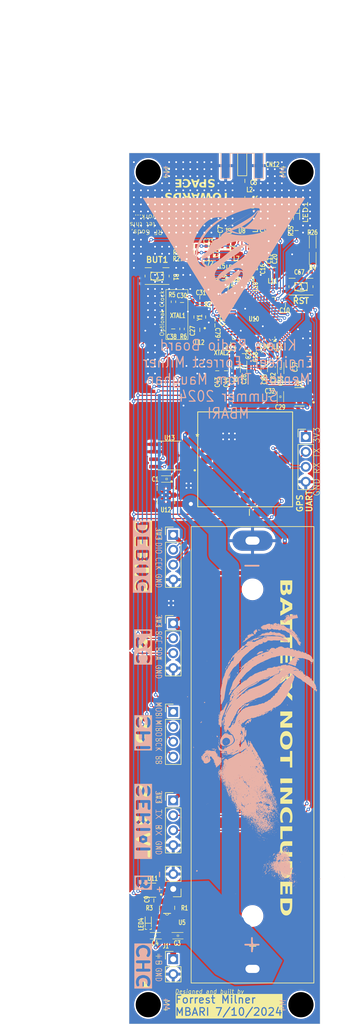
<source format=kicad_pcb>
(kicad_pcb (version 20240108) (generator "pcbnew") (generator_version "8.0")
  (layers (0 "F.Cu" signal) (1 "In1.Cu" signal) (2 "In2.Cu" signal) (31 "B.Cu" signal) (34 "B.Paste" user) (35 "F.Paste" user) (36 "B.SilkS" user "B.Silkscreen") (37 "F.SilkS" user "F.Silkscreen") (38 "B.Mask" user) (39 "F.Mask" user) (44 "Edge.Cuts" user))
  (property "ADDRESS1" "Not used")
  (property "ADDRESS2" "Not used")
  (property "ADDRESS3" "Not used")
  (property "ADDRESS4" "Not used")
  (property "APPLICATION_BUILDNUMBER" "Not used")
  (property "APPROVEDBY" "Not used")
  (property "AUTHOR" "Not used")
  (property "CHECKEDBY" "Not used")
  (property "CONFIGURATIONPARAMETERS" "")
  (property "CONFIGURATORNAME" "")
  (property "CURRENTDATE" "Not used")
  (property "CURRENTTIME" "Not used")
  (property "DOCUMENTFULLPATHANDNAME" "Not used")
  (property "DOCUMENTNAME" "Not used")
  (property "DOCUMENTNUMBER" "6")
  (property "DRAWNBY" "Not used")
  (property "ENGINEER" "Not used")
  (property "IMAGEPATH" "Not used")
  (property "ISUSERCONFIGURABLE" "")
  (property "MODIFIEDDATE" "Not used")
  (property "ORGANIZATION" "Not used")
  (property "PROJECTNAME" "Not used")
  (property "SHEETTOTAL" "8")
  (property "TIME" "Not used")
  (property "VERSIONCONTROL_REVNUMBER" "")
  (net 0 "")
  (net 1 "GND")
  (net 2 "Net-(U8-RFin)")
  (net 3 "Net-(C2-Pad1)")
  (net 4 "+5V")
  (net 5 "VBAT")
  (net 6 "Net-(CN12-RF)")
  (net 7 "Net-(U8-RF2)")
  (net 8 "Net-(U8-RF3)")
  (net 9 "Net-(C11-Pad2)")
  (net 10 "Net-(C12-Pad2)")
  (net 11 "Net-(C13-Pad2)")
  (net 12 "Net-(C13-Pad1)")
  (net 13 "Net-(C15-Pad1)")
  (net 14 "Net-(U8-RF1)")
  (net 15 "Net-(U4-Y0)")
  (net 16 "Net-(U4-Y1)")
  (net 17 "Net-(C31-Pad1)")
  (net 18 "VDDRF")
  (net 19 "Net-(U8-V2)")
  (net 20 "Net-(U8-V1)")
  (net 21 "Net-(U8-VDD)")
  (net 22 "+3.3V")
  (net 23 "PB0_VDD_TCXO")
  (net 24 "VDDPA")
  (net 25 "VDDRF1V55")
  (net 26 "SDA")
  (net 27 "SCL")
  (net 28 "LPUART1_TX")
  (net 29 "LPUART1_RX")
  (net 30 "SPI1_SCK")
  (net 31 "SWCLK")
  (net 32 "SWDIO")
  (net 33 "Net-(LED2-Pad1)")
  (net 34 "Net-(LED1-Pad1)")
  (net 35 "Net-(LED4-Pad1)")
  (net 36 "Net-(U5-PROG)")
  (net 37 "Net-(U5-STAT)")
  (net 38 "VDD_APP")
  (net 39 "VGPS")
  (net 40 "/microcontroller_IOs/OSC32_IN")
  (net 41 "GPSPOW")
  (net 42 "/microcontroller_IOs/OSC32_OUT")
  (net 43 "NRST")
  (net 44 "RFI_N")
  (net 45 "RFI_P")
  (net 46 "OSC_IN")
  (net 47 "OSC_OUT")
  (net 48 "VR_PA")
  (net 49 "RFO_HP")
  (net 50 "RFO_LP")
  (net 51 "BOOT0")
  (net 52 "/microcontroller_RF/FE_CTRL1")
  (net 53 "/microcontroller_RF/FE_CTRL2")
  (net 54 "/microcontroller_RF/FE_CTRL3")
  (net 58 "SPI1_NSS")
  (net 59 "CURROUT")
  (net 60 "SPI1_MISO")
  (net 61 "SPI1_MOSI")
  (net 62 "VLXSMPS")
  (net 64 "VCURR")
  (net 65 "BUT1")
  (net 66 "LED2")
  (net 67 "LED1")
  (net 68 "Net-(U10-VDDA)")
  (net 77 "GPSTXD")
  (net 78 "GPSRXD")
  (net 79 "Net-(U12-OUT)")
  (net 82 "Net-(Y1-VDD)")
  (net 83 "Net-(Y1-OUTPUT)")
  (net 84 "Net-(C16-Pad1)")
  (net 85 "Net-(C30-Pad2)")
  (net 86 "Net-(C38-Pad2)")
  (footprint "parts:SON50P200X200X80-9N" (layer "F.Cu") (at 25.5 151.25 180)
    (property "Reference" "U11")
    (property "Value" "MAX17048G_T10")
  )
  (footprint "Capacitor_SMD:C_0402_1005Metric" (layer "F.Cu") (at 37.75 42.15 -90)
    (property "Reference" "C11")
    (property "Value" "15pF")
  )
  (footprint "parts:C0603" (layer "F.Cu") (at 30.3 159 180)
    (property "Reference" "C3")
    (property "Value" "4.7uF" (hide yes))
  )
  (footprint "Capacitor_SMD:C_0402_1005Metric" (layer "F.Cu") (at 46.5 62.18 90)
    (property "Reference" "C82")
    (property "Value" "68pF")
  )
  (footprint "parts:C0402" (layer "F.Cu") (at 48.6 51.65)
    (property "Reference" "C10")
    (property "Value" "100nF" (hide yes))
  )
  (footprint "parts:C0402" (layer "F.Cu") (at 38.85 49.9)
    (property "Reference" "C76")
    (property "Value" "68pF" (hide yes))
  )
  (footprint "Inductor_SMD:L_0402_1005Metric" (layer "F.Cu") (at 38.85 40.275 90)
    (property "Reference" "L3")
    (property "Value" "16nH")
  )
  (footprint "parts:C0402" (layer "F.Cu") (at 37.425 39.8)
    (property "Reference" "C7")
    (property "Value" "5.6pF" (hide yes))
  )
  (footprint "Capacitor_SMD:C_0402_1005Metric" (layer "F.Cu") (at 42.05 46.45 180)
    (property "Reference" "C25")
    (property "Value" "68pF")
  )
  (footprint "Inductor_SMD:L_0402_1005Metric" (layer "F.Cu") (at 38.85 46.95 90)
    (property "Reference" "L9")
    (property "Value" "0R")
  )
  (footprint "parts:C0402" (layer "F.Cu") (at 41.7 33.45 180)
    (property "Reference" "C6")
    (property "Value" "6.8pF" (hide yes))
  )
  (footprint "parts:ICC_SOT886_XSON6" (layer "F.Cu") (at 41.2 47.65 180)
    (property "Reference" "U4" (hide yes))
    (property "Value" "~" (hide yes))
  )
  (footprint "Capacitor_SMD:C_0402_1005Metric" (layer "F.Cu") (at 41.25 34.75 -90)
    (property "Reference" "C2")
    (property "Value" "68pF")
  )
  (footprint "parts:R0402" (layer "F.Cu") (at 27.1592 154.25 180)
    (property "Reference" "R3")
    (property "Value" "270R" (hide yes))
  )
  (footprint "parts:CON_SAMTEC_SMA-J-P-X-ST-EM1" (layer "F.Cu") (at 41.25 25.8 180)
    (property "Reference" "CN12")
    (property "Value" "~" (hide yes))
  )
  (footprint "Capacitor_SMD:C_0402_1005Metric" (layer "F.Cu") (at 44 59.45 -90)
    (property "Reference" "C18")
    (property "Value" "100nF")
  )
  (footprint "parts:C0402" (layer "F.Cu") (at 38.5 62.825 -90)
    (property "Reference" "C44")
    (property "Value" "5.1pF" (hide yes))
  )
  (footprint "parts:XTAL_NX2012SA_NDK" (layer "F.Cu") (at 37.7507 60.7486 180)
    (property "Reference" "XTAL2")
    (property "Value" "NX2012SA-32.768K-STD-MUB-1" (hide yes))
  )
  (footprint "Inductor_SMD:L_0402_1005Metric" (layer "F.Cu") (at 41.25 32 -90)
    (property "Reference" "L2")
    (property "Value" "16nH")
  )
  (footprint "parts:C0402" (layer "F.Cu") (at 41.7 30.5 180)
    (property "Reference" "C5")
    (property "Value" "6.8pF" (hide yes))
  )
  (footprint "Connector_PinHeader_2.54mm:PinHeader_1x04_P2.54mm_Vertical" (layer "F.Cu") (at 29.5 120.893332)
    (property "Reference" "J5" (hide yes))
    (property "Value" "Conn_01x04" (hide yes))
  )
  (footprint "parts:R0402" (layer "F.Cu") (at 34.025 51.45)
    (property "Reference" "R2")
    (property "Value" "220R" (hide yes))
  )
  (footprint "parts:C0402" (layer "F.Cu") (at 37 62.8243 -90)
    (property "Reference" "C43")
    (property "Value" "5.1pF" (hide yes))
  )
  (footprint "Capacitor_SMD:C_0402_1005Metric" (layer "F.Cu") (at 44.675 40.3 90)
    (property "Reference" "C8")
    (property "Value" "5.6pF")
  )
  (footprint "Inductor_SMD:L_0603_1608Metric" (layer "F.Cu") (at 39.985 62.2875 90)
    (property "Reference" "L1")
    (property "Value" "~")
  )
  (footprint "parts:C0402" (layer "F.Cu") (at 35.55 42.7 180)
    (property "Reference" "C71")
    (property "Value" "1nF" (hide yes))
  )
  (footprint "parts:C0603" (layer "F.Cu") (at 47.8 62.44 90)
    (property "Reference" "C35")
    (property "Value" "4.7uF" (hide yes))
  )
  (footprint "Resistor_SMD:R_0402_1005Metric" (layer "F.Cu") (at 31 55.7 90)
    (property "Reference" "R6")
    (property "Value" "0")
  )
  (footprint "parts:SAM-M10Q_UBL" (layer "F.Cu") (at 41.75 77.899998)
    (property "Reference" "U2" (hide yes))
    (property "Value" "SAM-M10Q-00B")
  )
  (footprint "Capacitor_SMD:C_0402_1005Metric" (layer "F.Cu") (at 44.625 42.125 -90)
    (property "Reference" "C14")
    (property "Value" "15pF")
  )
  (footprint "parts:C0402" (layer "F.Cu") (at 35.55 43.8 180)
    (property "Reference" "C72")
    (property "Value" "1nF" (hide yes))
  )
  (footprint "Inductor_SMD:L_0402_1005Metric" (layer "F.Cu") (at 43.55 40.325 90)
    (property "Reference" "L4")
    (property "Value" "18nH")
  )
  (footprint "Inductor_SMD:L_0402_1005Metric" (layer "F.Cu") (at 40.175 45 90)
    (property "Reference" "L7")
    (property "Value" "56nH")
  )
  (footprint "Connector_PinHeader_2.54mm:PinHeader_1x04_P2.54mm_Vertical" (layer "F.Cu") (at 52.07 74.099998)
    (property "Reference" "J3" (hide yes))
    (property "Value" "Conn_01x04")
  )
  (footprint "parts:BAT_BH-18650-PC" (layer "F.Cu") (at 43 128.2 -90)
    (property "Reference" "BT1")
    (property "Value" "BH-18650-PC")
  )
  (footprint "parts:R0603" (layer "F.Cu") (at 53.25 40.9 -90)
    (property "Reference" "R26")
    (property "Value" "10k" (hide yes))
  )
  (footprint "parts:C0402" (layer "F.Cu") (at 36.6 55.1 180)
    (property "Reference" "C77")
    (property "Value" "100nF" (hide yes))
  )
  (footprint "parts:C0603" (layer "F.Cu") (at 28.375 81.25)
    (property "Reference" "C1")
    (property "Value" "4.7uF" (hide yes))
  )
  (footprint "Inductor_SMD:L_0402_1005Metric" (layer "F.Cu") (at 43.525 46.95 90)
    (property "Reference" "L10")
    (property "Value" "0R")
  )
  (footprint "parts:SWI_C&K_Y78B23110FP__ITT_KMR231GLFS" (layer "F.Cu") (at 51.25 48.5)
    (property "Reference" "B4" (hide yes))
    (property "Value" "~" (hide yes))
  )
  (footprint "parts:C0402" (layer "F.Cu") (at 43.525 42.15 90)
    (property "Reference" "C13")
    (property "Value" "68pF" (hide yes))
  )
  (footprint "parts:R0402" (layer "F.Cu") (at 33.05 43.8 180)
    (property "Reference" "R27")
    (property "Value" "220R" (hide yes))
  )
  (footprint "Capacitor_SMD:C_0402_1005Metric" (layer "F.Cu") (at 40.35 46.45)
    (property "Reference" "C24")
    (property "Value" "68pF")
  )
  (footprint "parts:LED_0603_OSRAM_LG-Q396-PS-35_GREEN_1A2K_H0P4" (layer "F.Cu") (at 50.5 36.25 90)
    (property "Reference" "LED1")
    (property "Value" "~" (hide yes))
  )
  (footprint "parts:C0402" (layer "F.Cu") (at 38.85 42.175 90)
    (property "Reference" "C12")
    (property "Value" "68pF" (hide yes))
  )
  (footprint "parts:TSNP-8-1_INF" (layer "F.Cu") (at 41.200001 40.2313 90)
    (property "Reference" "U8")
    (property "Value" "BGS13SN8E6327XTSA1" (hide yes))
  )
  (footprint "Capacitor_SMD:C_0402_1005Metric" (layer "F.Cu") (at 44.625 44 90)
    (property "Reference" "C16")
    (property "Value" "3.6pF")
  )
  (footprint "parts:C0402" (layer "F.Cu") (at 29.5 55.7 90)
    (property "Reference" "C38")
    (property "Value" "6.8pF" (hide yes))
  )
  (footprint "parts:C0402" (layer "F.Cu") (at 38.85 49)
    (property "Reference" "C74")
    (property "Value" "47nF" (hide yes))
  )
  (footprint "parts:C0603" (layer "F.Cu") (at 45 62.1 90)
    (property "Reference" "C85")
    (property "Value" "470nF" (hide yes))
  )
  (footprint "parts:MountingHole" (layer "F.Cu") (at 25.25 29 -90)
    (property "Reference" "REF**" (hide yes))
    (property "Value" "MountingHole" (hide yes))
  )
  (footprint "parts:NX2016SA_NDK" (layer "F.Cu") (at 30.2761 53.425)
    (property "Reference" "XTAL1")
    (property "Value" "NX2016SA-32M-EXS00A-CS06465" (hide yes))
  )
  (footprint "parts:C0402" (layer "F.Cu") (at 36.6 54.1)
    (property "Reference" "C79")
    (property "Value" "47pF" (hide yes))
  )
  (footprint "parts:LED_0603_VISHAY_VLMS1300-GS08_RED_1A2K_H0P8" (layer "F.Cu") (at 47.75 36.25 90)
    (property "Reference" "LED2")
    (property "Value" "~" (hide yes))
  )
  (footprint "parts:R0402" (layer "F.Cu") (at 50.5 38.95 90)
    (property "Reference" "R35")
    (property "Value" "270R" (hide yes))
  )
  (footprint "parts:ICC_SOT886_XSON6" (layer "F.Cu") (at 36.75 48.5)
    (property "Reference" "U3")
    (property "Value" "~" (hide yes))
  )
  (footprint "parts:IC_DRV8601DRBT" (layer "F.Cu") (at 28.25 84 -90)
    (property "Reference" "U12")
    (property "Value" "TPS73733QDRBRQ1")
  )
  (footprint "parts:SOT95P280X145-5N" (layer "F.Cu") (at 28.4546 156.75)
    (property "Reference" "U5")
    (property "Value" "MCP73831T-2ACI_OT" (hide yes))
  )
  (footprint "Inductor_SMD:L_0805_2012Metric" (layer "F.Cu") (at 47.244 60)
    (property "Reference" "L13")
    (property "Value" "15µH")
  )
  (footprint "Capacitor_SMD:C_0402_1005Metric" (layer "F.Cu") (at 44.958 59.662 -90)
    (property "Reference" "C80")
    (property "Value" "68pF")
  )
  (footprint "parts:MountingHole" (layer "F.Cu") (at 51.25 29 90)
    (property "Reference" "REF**" (hide yes))
    (property "Value" "MountingHole" (hide yes))
  )
  (footprint "Connector_PinHeader_2.54mm:PinHeader_1x04_P2.54mm_Vertical" (layer "F.Cu") (at 29.5 135.965)
    (property "Reference" "J4" (hide yes))
    (property "Value" "Conn_01x04" (hide yes))
  )
  (footprint "Capacitor_SMD:C_0402_1005Metric" (layer "F.Cu") (at 49.2 62.18 -90)
    (property "Reference" "C37")
    (property "Value" "100nF")
  )
  (footprint "parts:C0402" (layer "F.Cu") (at 46 67.25 90)
    (property "Reference" "C32")
    (property "Value" "100nF" (hide yes))
  )
  (footprint "parts:C0402" (layer "F.Cu") (at 41.535 59.9 90)
    (property "Reference" "C28")
    (property "Value" "100nF" (hide yes))
  )
  (footprint "Inductor_SMD:L_0402_1005Metric" (layer "F.Cu") (at 34.015 57.1)
    (property "Reference" "L12")
    (property "Value" "~")
  )
  (footprint "Inductor_SMD:L_0402_1005Metric" (layer "F.Cu") (at 38.875 44.025 90)
    (property "Reference" "L5")
    (property "Value" "6.8nH")
  )
  (footprint "parts:OSC_ECS-TXO-25CSMV-320-DY-TR" (layer "F.Cu") (at 34.025 53.675 90)
    (property "Reference" "Y1")
    (property "Value" "ECS-TXO-25CSMV-320-DY-TR" (hide yes))
  )
  (footprint "parts:MountingHole" (layer "F.Cu") (at 25.25 170.75 -90)
    (property "Reference" "REF**" (hide yes))
    (property "Value" "MountingHole" (hide yes))
  )
  (footprint "Connector_PinHeader_2.54mm:PinHeader_1x02_P2.54mm_Vertical" (layer "F.Cu") (at 29.5 163)
    (property "Reference" "J1")
    (property "Value" "Conn_01x02" (hide yes))
  )
  (footprint "parts:C0402" (layer "F.Cu") (at 45.775 45.225 -90)
    (property "Reference" "C19")
    (property "Value" "4.7pF" (hide yes))
  )
  (footprint "Connector_PinHeader_2.54mm:PinHeader_1x04_P2.54mm_Vertical" (layer "F.Cu") (at 29.5 105.821666)
    (property "Reference" "J9" (hide yes))
    (property "Value" "Conn_01x04")
  )
  (footprint "parts:C0603" (layer "F.Cu") (at 41.485 62.2 90)
    (property "Reference" "C26")
    (property "Value" "4.7uF" (hide yes))
  )
  (footprint "parts:C0402" (layer "F.Cu") (at 35.55 41.6 180)
    (property "Reference" "C73")
    (property "Value" "1nF" (hide yes))
  )
  (footprint "parts:IND_0402_MURATA_LQW15AN_H0P5" (layer "F.Cu") (at 46.225 46.725)
    (property "Reference" "L11")
    (property "Value" "33nH" (hide yes))
  )
  (footprint "Inductor_SMD:L_0402_1005Metric" (layer "F.Cu") (at 42.225 45 90)
    (property "Reference" "L8")
    (property "Value" "68nH")
  )
  (footprint "parts:LED_0603_OSRAM_LG-Q396-PS-35_GREEN_1A2K_H0P4" (layer "F.Cu") (at 25.25 156.65 -90)
    (property "Reference" "LED4")
    (property "Value" "~" (hide yes))
  )
  (footprint "parts:C0402" (layer "F.Cu") (at 26.2 153 180)
    (property "Reference" "C9")
    (property "Value" "100nF" (hide yes))
  )
  (footprint "Package_DFN_QFN:QFN-48-1EP_7x7mm_P0.5mm_EP5.6x5.6mm" (layer "F.Cu") (at 43.2 53.9 180)
    (property "Reference" "U10")
    (property "Value" "STM32WL55CCUx" (hide yes))
  )
  (footprint "Capacitor_SMD:C_0402_1005Metric" (layer "F.Cu") (at 38.02 51)
    (property "Reference" "C78")
    (property "Value" "68pF")
  )
  (footprint "parts:C0603" (layer "F.Cu") (at 26.4546 159)
    (property "Reference" "C4")
    (property "Value" "4.7uF" (hide yes))
  )
  (footprint "Inductor_SMD:L_0402_1005Metric" (layer "F.Cu") (at 43.525 44.05 90)
    (property "Reference" "L6")
    (property "Value" "8.2nH")
  )
  (footprint "parts:C0402" (layer "F.Cu") (at 34.025 55.85 180)
    (property "Reference" "C27")
    (property "Value" "220nF" (hide yes))
  )
  (footprint "parts:R0402" (layer "F.Cu") (at 47.75 38.95 90)
    (property "Reference" "R34")
    (property "Value" "360R" (hide yes))
  )
  (footprint "parts:C0402" (layer "F.Cu") (at 34.025 50.35 180)
    (property "Reference" "C31")
    (property "Value" "10pF" (hide yes))
  )
  (footprint "Connector_PinHeader_2.54mm:PinHeader_1x02_P2.54mm_Vertical" (layer "F.Cu") (at 29.5 151.04 180)
    (property "Reference" "J2" (hide yes))
    (property "Value" "Conn_01x02" (hide yes))
  )
  (footprint "parts:C0402" (layer "F.Cu") (at 39.3 58.25 180)
    (property "Reference" "C23")
    (property "Value" "100nF" (hide yes))
  )
  (footprint "parts:R0402" (layer "F.Cu") (at 33.05 41.6)
    (property "Reference" "R29")
    (property "Value" "220R" (hide yes))
  )
  (footprint "parts:R0603" (layer "F.Cu") (at 53.25 43.7 90)
    (property "Reference" "R4")
    (property "Value" "10k" (hide yes))
  )
  (footprint "parts:C0402" (layer "F.Cu") (at 31 51.2 -90)
    (property "Reference" "C30")
    (property "Value" "6.8pF" (hide yes))
  )
  (footprint "parts:C0402" (layer "F.Cu") (at 46.675 45.225 90)
    (property "Reference" "C20")
    (property "Value" "3.6pF" (hide yes))
  )
  (footprint "Capacitor_SMD:C_0402_1005Metric" (layer "F.Cu") (at 37.75 43.975 90)
    (property "Reference" "C15")
    (property "Value" "4.3pF")
  )
  (footprint "parts:SOT95P280X145-6N" (layer "F.Cu") (at 51 67.25 180)
    (property "Reference" "U1")
    (property "Value" "TPS22917DBVR")
  )
  (footprint "parts:C0402" (layer "F.Cu") (at 52.55 46)
    (property "Reference" "C67")
    (property "Value" "100nF" (hide yes))
  )
  (footprint "parts:R0402" (layer "F.Cu") (at 33.05 42.7 180)
    (property "Reference" "R28")
    (property "Value" "220R" (hide yes))
  )
  (footprint "parts:SOIC127P600X175-8N" (layer "F.Cu") (at 28.875 77.25 180)
    (property "Reference" "U13")
    (property "Value" "ACS722LLCTR-05AB-T")
  )
  (footprint "Connector_PinHeader_2.54mm:PinHeader_1x04_P2.54mm_Vertical" (layer "F.Cu") (at 29.5 90.75)
    (property "Reference" "J6" (hide yes))
    (property "Value" "Conn_01x04" (hide yes))
  )
  (footprint "parts:C0603" (layer "F.Cu") (at 47.75 67.25 -90)
    (property "Reference" "C29")
    (property "Value" "4.7uF" (hide yes))
  )
  (footprint "parts:MountingHole" (layer "F.Cu") (at 51.25 170.75 90)
    (property "Reference" "REF**" (hide yes))
    (property "Value" "MountingHole" (hide yes))
  )
  (footprint "parts:SWI_C&K_Y78B23110FP__ITT_KMR231GLFS" (layer "F.Cu") (at 26.75 46.7)
    (property "Reference" "B1")
    (property "Value" "~" (hide yes))
  )
  (footprint "parts:R0402" (layer "F.Cu") (at 29.75 154.25 180)
    (property "Reference" "R1")
    (property "Value" "2k" (hide yes))
  )
  (footprint "Resistor_SMD:R_0402_1005Metric" (layer "F.Cu") (at 29.5402 51.0774 90)
    (property "Reference" "R5")
    (property "Value" "0")
  )
  (footprint "LOGO" (layer "B.Cu") (at 43.022481 131.1781 110)
    (property "Reference" "G***" (hide yes))
    (property "Value" "LOGO" (hide yes))
  )
  (gr_poly (pts (xy 38.6 47.6) (xy 39.6 48.2) (xy 39.1 47.2)) (stroke (width 0.2)) (fill solid) (layer "F.Cu") (net 49))
  (gr_poly (pts (xy 26.416 152.146) (xy 25.5 151.75) (xy 25.5 153)) (stroke (width 0.2)) (fill solid) (layer "F.Cu") (net 1))
  (gr_poly (pts (xy 26.035 45.212) (xy 26.035 46.99) (xy 27.559 46.99) (xy 27.559 45.212)) (stroke (width 0.2)) (fill solid) (layer "F.Cu") (net 1))
  (gr_poly (pts (xy 53.5 49) (xy 49 49) (xy 49 51.75) (xy 50 51.25) (xy 53.5 51.25)) (stroke (width 0.2)) (fill solid) (layer "F.Cu") (net 1))
  (gr_rect (start 26.25 151) (end 26.75 151.5) (stroke (width 0.2)) (fill solid) (layer "F.Cu") (net 5))
  (gr_rect (start 39.3 49.2) (end 39.5 49.6) (stroke (width 0.2)) (fill none) (layer "F.Cu") (net 48))
  (gr_poly (pts (xy 43.8 47.6) (xy 42.8 48.2) (xy 43.3 47.2)) (stroke (width 0.2)) (fill solid) (layer "F.Cu") (net 50))
  (gr_line (start 29.5 163) (end 29.5 157.75) (stroke (width 1)) (layer "F.Cu") (net 4))
  (gr_poly (pts (xy 52.75 41.5) (xy 52.5 42.5) (xy 53 43.25) (xy 53.75 43.25) (xy 53.75 41.5)) (stroke (width 0.2)) (fill solid) (layer "F.Cu") (net 51))
  (gr_line (start 29.25 85.75) (end 29.75 85.5) (stroke (width 0.2)) (layer "F.Cu") (net 5))
  (gr_poly (pts (xy 38.25 48.95) (xy 38.25 49.9) (xy 38.55 49.9) (xy 38.55 48.95)) (stroke (width 0.2)) (fill solid) (layer "F.Cu") (net 1))
  (gr_poly (pts (xy 30.75 75.25) (xy 30.75 76.5) (xy 32.25 76.5) (xy 32.25 75.25)) (stroke (width 0.2)) (fill solid) (layer "F.Cu") (net 22))
  (gr_rect (start 25.654 82.423) (end 27.305 84.455) (stroke (width 0.2)) (fill solid) (layer "F.Cu") (net 1))
  (gr_line (start 32.5 85.5) (end 29.5 85.5) (stroke (width 1)) (layer "F.Cu") (net 5))
  (gr_poly (pts (xy 26.5 161) (xy 27.5 160.25) (xy 31.75 160.25) (xy 36.75 165.5) (xy 40 167.25) (xy 46.25 167) (xy 48 163.25) (xy 35.5 149.75) (xy 28.5 150) (xy 26.25 161)) (stroke (width 0.2)) (fill solid) (layer "B.Cu") (net 5))
  (gr_line (start 22.75 151.5) (end 22.75 47) (stroke (width 0.2)) (layer "B.Cu") (net 26))
  (gr_line (start 23.5 47) (end 23.5 151.5) (stroke (width 0.2)) (layer "B.Cu") (net 27))
  (gr_poly (pts (xy 45.329472 44.152344) (xy 44.548427 44.152344) (xy 38.143658 54.512369) (xy 35.367798 50.030062) (xy 37.280848 50.030062) (xy 37.498092 49.920325) (xy 37.713128 49.806641) (xy 37.925903 49.689044) (xy 38.136366 49.567567) (xy 38.344466 49.442244) (xy 38.550152 49.313108) (xy 38.753373 49.180194) (xy 38.954078 49.043534) (xy 39.152216 48.903163) (xy 39.347735 48.759114) (xy 39.540584 48.611421) (xy 39.730712 48.460118) (xy 39.918068 48.305239) (xy 40.102601 48.146816) (xy 40.28426 47.984884) (xy 40.462993 47.819476) (xy 40.589745 47.697866) (xy 40.702692 47.586413) (xy 40.802711 47.484339) (xy 40.890674 47.390863) (xy 40.967457 47.305205) (xy 41.033934 47.226585) (xy 41.090979 47.154223) (xy 41.139466 47.087338) (xy 41.18027 47.025151) (xy 41.214266 46.966881) (xy 41.242327 46.911748) (xy 41.265328 46.858972) (xy 41.284143 46.807773) (xy 41.299647 46.757371) (xy 41.312713 46.706986) (xy 41.324217 46.655837) (xy 41.332933 46.62236) (xy 41.340035 46.588639) (xy 41.345528 46.554731) (xy 41.349417 46.520688) (xy 41.351706 46.486566) (xy 41.3524 46.45242) (xy 41.351503 46.418304) (xy 41.34902 46.384273) (xy 41.344956 46.350382) (xy 41.339316 46.316685) (xy 41.332103 46.283236) (xy 41.323323 46.250091) (xy 41.31298 46.217304) (xy 41.301079 46.18493) (xy 41.287625 46.153024) (xy 41.272621 46.12164) (xy 41.267255 46.11221) (xy 41.261577 46.102974) (xy 41.255596 46.09394) (xy 41.249315 46.085117) (xy 41.242742 46.076512) (xy 41.235881 46.068134) (xy 41.228739 46.05999) (xy 41.221322 46.05209) (xy 41.213635 46.04444) (xy 41.205684 46.03705) (xy 41.197476 46.029927) (xy 41.189015 46.02308) (xy 41.180307 46.016516) (xy 41.171359 46.010244) (xy 41.162176 46.004272) (xy 41.152765 45.998608) (xy 41.143158 45.993279) (xy 41.133393 45.988304) (xy 41.123479 45.983685) (xy 41.113425 45.979423) (xy 41.103241 45.975519) (xy 41.092936 45.971975) (xy 41.082519 45.968791) (xy 41.072 45.965968) (xy 41.061387 45.963509) (xy 41.050692 45.961413) (xy 41.039922 45.959683) (xy 41.029087 45.958319) (xy 41.018196 45.957322) (xy 41.007259 45.956693) (xy 40.996286 45.956434) (xy 40.985285 45.956546) (xy 40.968898 46.011607) (xy 40.950739 46.065778) (xy 40.930871 46.119082) (xy 40.90936 46.171542) (xy 40.861663 46.274015) (xy 40.808163 46.373375) (xy 40.749376 46.469801) (xy 40.685815 46.56347) (xy 40.617997 46.654559) (xy 40.546436 46.743248) (xy 40.471648 46.829714) (xy 40.394147 46.914134) (xy 40.314449 46.996687) (xy 40.233068 47.077551) (xy 40.06732 47.234922) (xy 39.901024 47.387671) (xy 39.770743 47.50693) (xy 39.70713 47.566039) (xy 39.644632 47.625) (xy 39.567854 47.693326) (xy 39.448286 47.797147) (xy 39.12394 48.075856) (xy 38.692434 48.446237) (xy 38.500533 48.613088) (xy 38.348441 48.748163) (xy 37.280848 50.030062) (xy 35.367798 50.030062) (xy 33.200915 46.531097) (xy 36.578772 46.531097) (xy 36.583355 46.615709) (xy 36.593636 46.697517) (xy 36.608492 46.777114) (xy 36.626802 46.855095) (xy 36.647443 46.932054) (xy 36.654622 46.956796) (xy 36.662463 46.981301) (xy 36.67096 47.005558) (xy 36.680107 47.029553) (xy 36.689895 47.053273) (xy 36.700318 47.076706) (xy 36.711369 47.099839) (xy 36.723042 47.122659) (xy 36.735328 47.145153) (xy 36.748221 47.16731) (xy 36.761714 47.189115) (xy 36.7758 47.210556) (xy 36.790473 47.23162) (xy 36.805724 47.252295) (xy 36.821547 47.272568) (xy 36.837936 47.292426) (xy 36.854863 47.311967) (xy 36.872298 47.330999) (xy 36.890228 47.349515) (xy 36.908641 47.367508) (xy 36.927524 47.38497) (xy 36.946863 47.401896) (xy 36.966647 47.418277) (xy 36.986862 47.434108) (xy 37.007496 47.44938) (xy 37.028535 47.464087) (xy 37.049968 47.478223) (xy 37.07178 47.491779) (xy 37.093961 47.504749) (xy 37.116495 47.517126) (xy 37.139372 47.528903) (xy 37.162577 47.540073) (xy 37.115297 47.490664) (xy 37.075894 47.440017) (xy 37.04399 47.388282) (xy 37.019207 47.335608) (xy 37.001168 47.282143) (xy 36.989493 47.228036) (xy 36.983806 47.173436) (xy 36.983772 47.149544) (xy 37.303872 47.149544) (xy 37.305958 47.166431) (xy 37.314314 47.21142) (xy 37.321825 47.241792) (xy 37.332082 47.275998) (xy 37.345478 47.312973) (xy 37.362407 47.351655) (xy 37.372319 47.371302) (xy 37.383261 47.390978) (xy 37.395283 47.410547) (xy 37.408434 47.429878) (xy 37.422762 47.448838) (xy 37.438318 47.467293) (xy 37.455149 47.485111) (xy 37.473306 47.502158) (xy 37.492837 47.518302) (xy 37.513792 47.53341) (xy 37.536219 47.547348) (xy 37.560168 47.559983) (xy 37.585687 47.571184) (xy 37.612827 47.580815) (xy 37.641636 47.588746) (xy 37.672163 47.594842) (xy 37.710604 47.599456) (xy 37.749108 47.602879) (xy 37.787648 47.605111) (xy 37.826192 47.606153) (xy 37.864714 47.606004) (xy 37.903183 47.604664) (xy 37.94157 47.602134) (xy 37.979847 47.598413) (xy 38.017985 47.593501) (xy 38.055953 47.587398) (xy 38.093724 47.580105) (xy 38.131268 47.571622) (xy 38.168556 47.561947) (xy 38.205559 47.551082) (xy 38.242248 47.539027) (xy 38.278594 47.525781) (xy 38.314504 47.511534) (xy 38.349888 47.496187) (xy 38.384724 47.479757) (xy 38.418987 47.462259) (xy 38.452656 47.44371) (xy 38.485706 47.424126) (xy 38.518114 47.403523) (xy 38.549858 47.381918) (xy 38.580913 47.359327) (xy 38.611256 47.335766) (xy 38.640865 47.311252) (xy 38.669716 47.2858) (xy 38.697786 47.259426) (xy 38.725051 47.232148) (xy 38.751488 47.203982) (xy 38.777074 47.174942) (xy 38.942405 47.003356) (xy 39.112118 46.83631) (xy 39.286129 46.673878) (xy 39.464355 46.516134) (xy 39.64671 46.363153) (xy 39.833112 46.215007) (xy 40.023476 46.071772) (xy 40.217719 45.933522) (xy 40.266149 45.906154) (xy 40.323678 45.878441) (xy 40.389043 45.851154) (xy 40.460982 45.825063) (xy 40.538233 45.80094) (xy 40.619532 45.779554) (xy 40.703617 45.761678) (xy 40.789225 45.748082) (xy 40.875094 45.739537) (xy 40.95996 45.736814) (xy 41.042561 45.740683) (xy 41.082618 45.74533) (xy 41.121635 45.751915) (xy 41.159454 45.760534) (xy 41.195918 45.771282) (xy 41.230869 45.784257) (xy 41.264148 45.799555) (xy 41.295599 45.817271) (xy 41.325063 45.837503) (xy 41.352382 45.860347) (xy 41.377399 45.885898) (xy 41.369633 45.863401) (xy 41.361223 45.84116) (xy 41.352175 45.819191) (xy 41.342497 45.797509) (xy 41.332196 45.776129) (xy 41.321278 45.755066) (xy 41.309752 45.734336) (xy 41.297623 45.713953) (xy 41.284899 45.693933) (xy 41.271586 45.674291) (xy 41.257693 45.655041) (xy 41.243225 45.6362) (xy 41.228189 45.617782) (xy 41.212594 45.599802) (xy 41.196445 45.582276) (xy 41.17975 45.565218) (xy 41.162694 45.548672) (xy 41.145168 45.532675) (xy 41.127186 45.517232) (xy 41.108762 45.502354) (xy 41.089909 45.488048) (xy 41.070643 45.474321) (xy 41.050977 45.461183) (xy 41.030924 45.448641) (xy 41.0105 45.436704) (xy 40.989717 45.425379) (xy 40.96859 45.414675) (xy 40.947133 45.4046) (xy 40.925359 45.395162) (xy 40.903283 45.38637) (xy 40.880919 45.37823) (xy 40.858281 45.370753) (xy 40.793761 45.35557) (xy 40.728855 45.343353) (xy 40.663661 45.334089) (xy 40.598276 45.327767) (xy 40.532799 45.324375) (xy 40.467326 45.323901) (xy 40.401956 45.326334) (xy 40.336786 45.331662) (xy 40.271914 45.339874) (xy 40.207437 45.350958) (xy 40.143454 45.364901) (xy 40.080061 45.381694) (xy 40.017356 45.401323) (xy 39.955438 45.423778) (xy 39.894403 45.449047) (xy 39.834349 45.477117) (xy 39.717448 45.54312) (xy 39.601915 45.611336) (xy 39.487777 45.681748) (xy 39.375063 45.754336) (xy 39.263799 45.829082) (xy 39.154015 45.905968) (xy 39.045738 45.984974) (xy 38.938995 46.066083) (xy 38.828066 46.148657) (xy 38.70166 46.245071) (xy 38.419089 46.464545) (xy 38.198676 46.635547) (xy 37.984513 46.799705) (xy 37.883961 46.87531) (xy 37.789994 46.944514) (xy 37.704286 47.005756) (xy 37.628512 47.057472) (xy 37.604762 47.073181) (xy 37.571423 47.093848) (xy 37.551904 47.105079) (xy 37.530884 47.116394) (xy 37.508662 47.12741) (xy 37.485536 47.13774) (xy 37.461806 47.147001) (xy 37.43777 47.154807) (xy 37.413728 47.160774) (xy 37.401798 47.162947) (xy 37.389977 47.164516) (xy 37.378305 47.165433) (xy 37.366818 47.165649) (xy 37.355553 47.165117) (xy 37.344548 47.163788) (xy 37.33384 47.161614) (xy 37.323466 47.158548) (xy 37.313464 47.15454) (xy 37.303872 47.149544) (xy 36.983772 47.149544) (xy 36.983727 47.118492) (xy 36.98888 47.063353) (xy 36.998886 47.008167) (xy 37.013366 46.953083) (xy 37.031944 46.898251) (xy 37.05424 46.843818) (xy 37.079877 46.789935) (xy 37.108478 46.736749) (xy 37.139663 46.684409) (xy 37.173055 46.633065) (xy 37.208275 46.582865) (xy 37.282691 46.486492) (xy 37.359885 46.396481) (xy 37.436835 46.314024) (xy 37.510514 46.24031) (xy 37.5779 46.17653) (xy 37.681694 46.083536) (xy 37.700747 46.066871) (xy 37.794929 45.990309) (xy 37.927359 45.892083) (xy 38.093425 45.774715) (xy 38.288513 45.640725) (xy 38.7473 45.332961) (xy 39.266808 44.988956) (xy 39.267608 44.988956) (xy 39.766615 44.65923) (xy 40.257513 44.331735) (xy 40.711648 44.0221) (xy 40.915976 43.878862) (xy 41.100369 43.745949) (xy 41.215889 43.65924) (xy 41.324466 43.573184) (xy 41.426315 43.48792) (xy 41.521651 43.403585) (xy 41.610688 43.320317) (xy 41.693641 43.238254) (xy 41.770726 43.157533) (xy 41.842157 43.078291) (xy 41.908148 43.000667) (xy 41.968915 42.924797) (xy 42.024673 42.850821) (xy 42.075635 42.778874) (xy 42.122018 42.709096) (xy 42.164036 42.641623) (xy 42.201903 42.576593) (xy 42.235834 42.514144) (xy 42.266045 42.454414) (xy 42.29275 42.39754) (xy 42.336502 42.29291) (xy 42.368808 42.201356) (xy 42.391386 42.123979) (xy 42.405956 42.06188) (xy 42.414235 42.016161) (xy 42.418796 41.978264) (xy 42.392236 41.925262) (xy 42.363158 41.876572) (xy 42.331781 41.83202) (xy 42.298327 41.791435) (xy 42.263015 41.754643) (xy 42.226066 41.721473) (xy 42.1877 41.691752) (xy 42.148139 41.665308) (xy 42.107602 41.641968) (xy 42.06631 41.621561) (xy 42.024483 41.603913) (xy 41.982343 41.588852) (xy 41.940109 41.576206) (xy 41.898002 41.565803) (xy 41.856242 41.55747) (xy 41.81505 41.551035) (xy 41.735251 41.543169) (xy 41.66037 41.540825) (xy 41.592169 41.542626) (xy 41.532414 41.547191) (xy 41.482867 41.553143) (xy 41.445292 41.559101) (xy 41.413116 41.565522) (xy 41.413217 41.591247) (xy 41.41263 41.616921) (xy 41.411355 41.64253) (xy 41.409392 41.66806) (xy 41.406741 41.693498) (xy 41.403401 41.718829) (xy 41.399373 41.744038) (xy 41.394657 41.769114) (xy 41.389253 41.79404) (xy 41.38316 41.818804) (xy 41.376379 41.84339) (xy 41.36891 41.867787) (xy 41.360753 41.891978) (xy 41.351907 41.915951) (xy 41.342373 41.939691) (xy 41.332151 41.963185) (xy 41.321278 41.98639) (xy 41.309798 42.009267) (xy 41.297719 42.031801) (xy 41.285046 42.053981) (xy 41.271787 42.075794) (xy 41.25795 42.097226) (xy 41.24354 42.118266) (xy 41.228565 42.138899) (xy 41.213032 42.159114) (xy 41.196948 42.178898) (xy 41.18032 42.198238) (xy 41.163155 42.21712) (xy 41.145459 42.235533) (xy 41.127241 42.253464) (xy 41.108506 42.270899) (xy 41.089263 42.287826) (xy 40.937072 42.437268) (xy 40.780045 42.581316) (xy 40.618331 42.719857) (xy 40.452079 42.852779) (xy 40.281435 42.979971) (xy 40.106551 43.101321) (xy 39.927573 43.216718) (xy 39.744651 43.32605) (xy 39.407104 43.534871) (xy 39.075632 43.752854) (xy 38.750428 43.97986) (xy 38.43169 44.215748) (xy 38.119611 44.46038) (xy 37.814388 44.713615) (xy 37.516217 44.975313) (xy 37.225291 45.245336) (xy 37.156895 45.323879) (xy 37.093149 45.400013) (xy 37.033912 45.473811) (xy 36.979046 45.545349) (xy 36.928409 45.6147) (xy 36.881861 45.681939) (xy 36.839262 45.747139) (xy 36.800471 45.810377) (xy 36.765349 45.871724) (xy 36.733755 45.931257) (xy 36.705549 45.989048) (xy 36.680591 46.045173) (xy 36.65874 46.099706) (xy 36.639856 46.15272) (xy 36.623799 46.204291) (xy 36.610429 46.254492) (xy 36.599605 46.303398) (xy 36.591187 46.351083) (xy 36.585035 46.397621) (xy 36.581009 46.443086) (xy 36.578968 46.487553) (xy 36.578772 46.531097) (xy 33.200915 46.531097) (xy 31.727771 44.152344) (xy 30.972924 44.152344) (xy 30.527475 43.430377) (xy 33.596847 43.430377) (xy 33.602595 43.556927) (xy 33.616169 43.692242) (xy 33.638642 43.833969) (xy 33.671092 43.979757) (xy 33.714594 44.127252) (xy 33.740825 44.200906) (xy 33.770222 44.274104) (xy 33.80292 44.346553) (xy 33.839053 44.417958) (xy 33.878756 44.488027) (xy 33.922162 44.556464) (xy 33.969407 44.622977) (xy 34.020625 44.68727) (xy 34.07595 44.74905) (xy 34.135517 44.808022) (xy 34.19946 44.863893) (xy 34.267913 44.916369) (xy 34.341012 44.965156) (xy 34.41889 45.009959) (xy 34.501682 45.050485) (xy 34.589522 45.086439) (xy 34.682546 45.117528) (xy 34.780886 45.143457) (xy 34.884678 45.163933) (xy 34.994056 45.178661) (xy 34.936737 45.13563) (xy 34.793126 45.013302) (xy 34.702247 44.925572) (xy 34.60574 44.821824) (xy 34.508919 44.703325) (xy 34.417099 44.571345) (xy 34.374725 44.500696) (xy 34.335595 44.427151) (xy 34.300372 44.350871) (xy 34.269721 44.272013) (xy 34.244306 44.190736) (xy 34.224792 44.107199) (xy 34.211844 44.021559) (xy 34.206124 43.933977) (xy 34.207017 43.897267) (xy 34.540729 43.897267) (xy 34.541527 43.961228) (xy 34.549532 44.034458) (xy 34.566922 44.11623) (xy 34.595874 44.205814) (xy 34.615366 44.253309) (xy 34.638565 44.302485) (xy 34.665744 44.35325) (xy 34.697174 44.405513) (xy 34.733128 44.459184) (xy 34.773878 44.514171) (xy 34.819697 44.570384) (xy 34.870856 44.627731) (xy 34.927627 44.686121) (xy 34.990284 44.745465) (xy 35.059098 44.80567) (xy 35.134341 44.866645) (xy 35.216286 44.9283) (xy 35.305205 44.990543) (xy 35.335873 44.996971) (xy 35.442053 44.992255) (xy 35.530105 44.974469) (xy 35.645008 44.940398) (xy 35.789422 44.885542) (xy 35.966004 44.805401) (xy 36.177411 44.695477) (xy 36.426302 44.551268) (xy 36.715335 44.368276) (xy 37.047167 44.142001) (xy 37.424457 43.867942) (xy 37.849863 43.541601) (xy 38.326042 43.158477) (xy 38.855654 42.714071) (xy 39.085444 42.526226) (xy 39.34288 42.329398) (xy 39.66885 42.097725) (xy 39.851328 41.976735) (xy 40.043488 41.856528) (xy 40.242848 41.74027) (xy 40.446924 41.631126) (xy 40.653232 41.53226) (xy 40.859289 41.446837) (xy 41.062611 41.378022) (xy 41.260715 41.328981) (xy 41.297694 41.322152) (xy 41.397599 41.308132) (xy 41.465978 41.301458) (xy 41.543883 41.296624) (xy 41.629245 41.294844) (xy 41.719997 41.297329) (xy 41.81407 41.305293) (xy 41.909395 41.319949) (xy 42.003904 41.342509) (xy 42.050206 41.357132) (xy 42.095528 41.374186) (xy 42.139613 41.393823) (xy 42.1822 41.416193) (xy 42.223032 41.441449) (xy 42.26185 41.469742) (xy 42.298396 41.501224) (xy 42.33241 41.536047) (xy 42.363635 41.574361) (xy 42.391812 41.616319) (xy 42.397364 41.596002) (xy 42.400461 41.571819) (xy 42.400357 41.539363) (xy 42.39449 41.499442) (xy 42.3803 41.452864) (xy 42.355224 41.400438) (xy 42.316701 41.342972) (xy 42.26217 41.281273) (xy 42.228101 41.24909) (xy 42.189069 41.216151) (xy 42.144754 41.182558) (xy 42.094837 41.148412) (xy 42.038996 41.113814) (xy 41.976911 41.078865) (xy 41.908264 41.043666) (xy 41.832732 41.008317) (xy 41.749996 40.972921) (xy 41.659737 40.937579) (xy 41.561633 40.90239) (xy 41.455364 40.867456) (xy 41.340611 40.832878) (xy 41.217053 40.798757) (xy 41.009947 40.768458) (xy 40.759673 40.758615) (xy 40.600367 40.763196) (xy 40.419238 40.777226) (xy 40.217003 40.803041) (xy 39.99438 40.842978) (xy 39.752086 40.899371) (xy 39.490838 40.974558) (xy 39.211354 41.070874) (xy 38.914352 41.190655) (xy 38.600548 41.336236) (xy 38.27066 41.509954) (xy 38.149336 41.579942) (xy 38.011473 41.663707) (xy 37.860477 41.758578) (xy 37.699752 41.861885) (xy 37.36273 42.083133) (xy 37.027641 42.30609) (xy 36.731871 42.503036) (xy 36.60181 42.588598) (xy 36.487897 42.662475) (xy 36.433014 42.697373) (xy 36.374029 42.73627) (xy 36.245502 42.824203) (xy 36.105812 42.922555) (xy 35.958459 43.027606) (xy 35.711397 43.203346) (xy 35.588455 43.28916) (xy 35.468423 43.3709) (xy 35.353191 43.446539) (xy 35.244646 43.514049) (xy 35.193471 43.544122) (xy 35.144676 43.571403) (xy 35.098498 43.595637) (xy 35.055171 43.616572) (xy 34.996208 43.638855) (xy 34.936621 43.659269) (xy 34.876456 43.677805) (xy 34.81576 43.694453) (xy 34.754581 43.709204) (xy 34.692965 43.722048) (xy 34.630959 43.732975) (xy 34.56861 43.741976) (xy 34.559794 43.768278) (xy 34.552039 43.800064) (xy 34.544959 43.843303) (xy 34.540729 43.897267) (xy 34.207017 43.897267) (xy 34.208298 43.844609) (xy 34.219031 43.753615) (xy 34.238985 43.661154) (xy 34.268827 43.567383) (xy 34.30922 43.472462) (xy 34.360828 43.376549) (xy 34.424316 43.279803) (xy 34.500348 43.182381) (xy 34.673088 43.022247) (xy 34.840904 42.871635) (xy 34.931142 42.793147) (xy 35.020254 42.718044) (xy 35.075686 42.665458) (xy 35.129451 42.611314) (xy 35.181519 42.555654) (xy 35.231859 42.49852) (xy 35.280442 42.439954) (xy 35.327236 42.379997) (xy 35.372212 42.318692) (xy 35.415339 42.256079) (xy 35.456588 42.192202) (xy 35.495927 42.127101) (xy 35.533327 42.060819) (xy 35.568757 41.993398) (xy 35.602187 41.924878) (xy 35.633586 41.855303) (xy 35.662926 41.784713) (xy 35.690174 41.713152) (xy 35.720811 41.622589) (xy 35.75522 41.53373) (xy 35.793322 41.446681) (xy 35.835037 41.361546) (xy 35.880286 41.278429) (xy 35.928991 41.197435) (xy 35.981072 41.118669) (xy 36.036451 41.042235) (xy 36.095048 40.968238) (xy 36.156785 40.896783) (xy 36.221581 40.827974) (xy 36.289359 40.761916) (xy 36.360039 40.698714) (xy 36.433542 40.638471) (xy 36.50979 40.581294) (xy 36.588702 40.527286) (xy 36.628397 40.517936) (xy 36.734963 40.48776) (xy 36.807453 40.463865) (xy 36.889618 40.433567) (xy 36.979111 40.396467) (xy 37.073583 40.352167) (xy 37.170688 40.300267) (xy 37.268078 40.240369) (xy 37.363404 40.172074) (xy 37.409561 40.134653) (xy 37.454321 40.094983) (xy 37.497391 40.053014) (xy 37.538479 40.008697) (xy 37.57729 39.961982) (xy 37.613532 39.912818) (xy 37.64691 39.861157) (xy 37.677132 39.806947) (xy 37.703903 39.75014) (xy 37.726931 39.690685) (xy 38.317986 39.226336) (xy 38.604822 39.226336) (xy 38.648889 39.256441) (xy 38.705789 39.290436) (xy 38.787546 39.333827) (xy 38.895372 39.38419) (xy 38.959439 39.411228) (xy 39.030477 39.439099) (xy 39.108636 39.467502) (xy 39.19407 39.496132) (xy 39.286928 39.524687) (xy 39.387362 39.552864) (xy 39.495524 39.580359) (xy 39.611565 39.60687) (xy 39.735635 39.632094) (xy 39.867887 39.655727) (xy 40.008472 39.677467) (xy 40.15754 39.69701) (xy 40.315244 39.714053) (xy 40.481734 39.728294) (xy 40.657162 39.73943) (xy 40.841679 39.747156) (xy 41.035436 39.751171) (xy 41.238585 39.751172) (xy 41.451277 39.746854) (xy 41.673664 39.737916) (xy 41.905896 39.724054) (xy 42.148124 39.704965) (xy 42.473574 39.670561) (xy 42.826264 39.625351) (xy 43.257488 39.55951) (xy 43.491276 39.518394) (xy 43.731166 39.471568) (xy 43.97265 39.41885) (xy 44.211216 39.360056) (xy 44.442356 39.295002) (xy 44.661557 39.223504) (xy 44.864311 39.145379) (xy 44.958111 39.103774) (xy 45.046108 39.060443) (xy 45.079779 39.044783) (xy 45.11293 39.028173) (xy 45.145559 39.010633) (xy 45.177668 38.99218) (xy 45.209257 38.972835) (xy 45.240325 38.952615) (xy 45.270872 38.93154) (xy 45.3009 38.909628) (xy 45.302369 38.908261) (xy 45.303801 38.906842) (xy 45.305196 38.905374) (xy 45.306554 38.903861) (xy 45.307875 38.902306) (xy 45.309159 38.900712) (xy 45.310406 38.899084) (xy 45.311615 38.897425) (xy 45.312788 38.895737) (xy 45.313923 38.894025) (xy 45.315021 38.892292) (xy 45.316082 38.890541) (xy 45.317105 38.888776) (xy 45.318092 38.887) (xy 45.31904 38.885218) (xy 45.319952 38.883431) (xy 45.321365 38.879526) (xy 45.322013 38.877548) (xy 45.322619 38.875556) (xy 45.323184 38.87355) (xy 45.323705 38.871531) (xy 45.324183 38.8695) (xy 45.324614 38.867459) (xy 45.325 38.865408) (xy 45.325337 38.863349) (xy 45.325626 38.861283) (xy 45.325865 38.859211) (xy 45.326052 38.857135) (xy 45.326188 38.855054) (xy 45.32627 38.852971) (xy 45.326297 38.850887) (xy 45.281849 38.754853) (xy 45.272696 38.73373) (xy 45.261896 38.710141) (xy 45.238889 38.662078) (xy 45.212 38.608) (xy 45.157231 38.792157) (xy 45.079438 38.828662) (xy 44.932596 38.662769) (xy 44.854815 38.792157) (xy 44.807192 38.862005) (xy 41.547254 38.619118) (xy 41.463733 38.602672) (xy 41.380471 38.584876) (xy 41.297507 38.565721) (xy 41.214876 38.545199) (xy 41.132617 38.5233) (xy 41.050766 38.500015) (xy 40.969361 38.475335) (xy 40.888439 38.449252) (xy 40.886189 38.44809) (xy 40.883903 38.446986) (xy 40.881586 38.445943) (xy 40.879237 38.444962) (xy 40.876862 38.444046) (xy 40.87446 38.443198) (xy 40.872035 38.442419) (xy 40.869589 38.441712) (xy 40.867125 38.44108) (xy 40.864644 38.440524) (xy 40.86215 38.440048) (xy 40.859644 38.439653) (xy 40.857128 38.439341) (xy 40.854606 38.439116) (xy 40.852078 38.438979) (xy 40.849549 38.438933) (xy 40.84702 38.438979) (xy 40.844492 38.439116) (xy 40.84197 38.439341) (xy 40.839454 38.439653) (xy 40.836948 38.440048) (xy 40.834454 38.440524) (xy 40.831973 38.44108) (xy 40.829508 38.441712) (xy 40.827063 38.442419) (xy 40.824638 38.443198) (xy 40.822236 38.444046) (xy 40.81986 38.444962) (xy 40.817512 38.445943) (xy 40.815194 38.446986) (xy 40.812908 38.44809) (xy 40.810658 38.449252) (xy 40.743808 38.478522) (xy 40.574119 38.550655) (xy 40.465173 38.595447) (xy 40.347876 38.642135) (xy 40.228011 38.68778) (xy 40.111367 38.729443) (xy 39.466832 38.938999) (xy 39.613699 39.013335) (xy 39.762521 39.083032) (xy 39.913186 39.148067) (xy 40.065584 39.208415) (xy 40.219605 39.264051) (xy 40.375139 39.314952) (xy 40.532075 39.361093) (xy 40.690303 39.402449) (xy 40.849712 39.438996) (xy 41.010192 39.47071) (xy 41.171633 39.497566) (xy 41.333923 39.519539) (xy 41.496953 39.536606) (xy 41.660613 39.548742) (xy 41.824791 39.555923) (xy 41.989378 39.558123) (xy 41.682419 39.572176) (xy 41.341834 39.572901) (xy 41.13734 39.566776) (xy 40.914835 39.554455) (xy 40.677913 39.534534) (xy 40.430166 39.505611) (xy 40.175187 39.466281) (xy 39.916568 39.415141) (xy 39.657903 39.350788) (xy 39.529676 39.313218) (xy 39.402784 39.271818) (xy 39.277678 39.226414) (xy 39.154805 39.176829) (xy 39.034615 39.122888) (xy 38.917557 39.064415) (xy 38.604822 39.226336) (xy 38.317986 39.226336) (xy 38.467511 39.108865) (xy 39.05754 38.787892) (xy 39.941827 38.294477) (xy 41.173403 38.294477) (xy 41.66315 38.438146) (xy 41.878069 38.284938) (xy 42.107219 38.108931) (xy 42.240695 38.000598) (xy 42.382384 37.880434) (xy 42.528994 37.749731) (xy 42.677232 37.609781) (xy 42.823808 37.461876) (xy 42.96543 37.307308) (xy 43.098806 37.147367) (xy 43.161374 37.065787) (xy 43.220645 36.983347) (xy 43.276209 36.900211) (xy 43.327654 36.81654) (xy 43.37457 36.732494) (xy 43.416543 36.648235) (xy 43.571124 36.363677) (xy 43.699166 36.129197) (xy 43.803099 35.940999) (xy 43.82293 35.908598) (xy 43.841953 35.875694) (xy 43.860177 35.842305) (xy 43.87761 35.808451) (xy 43.894262 35.774149) (xy 43.910142 35.73942) (xy 43.925258 35.704282) (xy 43.939621 35.668753) (xy 43.880055 35.724369) (xy 43.822219 35.78166) (xy 43.766131 35.840588) (xy 43.711811 35.901117) (xy 43.659276 35.963209) (xy 43.608547 36.026826) (xy 43.55964 36.091932) (xy 43.512576 36.158488) (xy 43.412157 36.311287) (xy 43.308557 36.461862) (xy 43.201795 36.61015) (xy 43.091888 36.756084) (xy 42.978857 36.8996) (xy 42.862718 37.040631) (xy 42.743491 37.179114) (xy 42.621195 37.314983) (xy 42.449759 37.450929) (xy 42.275431 37.583109) (xy 42.098294 37.711476) (xy 41.918432 37.835983) (xy 41.735928 37.956583) (xy 41.550866 38.07323) (xy 41.36333 38.185877) (xy 41.173403 38.294477) (xy 39.941827 38.294477) (xy 40.425493 38.024601) (xy 41.212691 37.570661) (xy 41.96817 37.118433) (xy 42.61653 36.705346) (xy 42.876977 36.525178) (xy 43.08237 36.368832) (xy 43.106877 36.352957) (xy 43.142646 36.323794) (xy 43.198656 36.272194) (xy 43.278329 36.191945) (xy 43.385089 36.076833) (xy 43.522359 35.920644) (xy 43.693562 35.717164) (xy 43.713391 35.695361) (xy 43.733593 35.673995) (xy 43.754168 35.653055) (xy 43.775115 35.632533) (xy 43.796435 35.61242) (xy 43.818127 35.592707) (xy 43.840191 35.573385) (xy 43.862628 35.554443) (xy 43.871085 35.549175) (xy 43.879768 35.544379) (xy 43.888646 35.540054) (xy 43.897689 35.536201) (xy 43.906867 35.532816) (xy 43.91615 35.529899) (xy 43.925507 35.527449) (xy 43.934908 35.525464) (xy 43.944323 35.523943) (xy 43.953722 35.522884) (xy 43.963074 35.522287) (xy 43.972349 35.522149) (xy 43.981518 35.52247) (xy 43.990549 35.523249) (xy 43.999413 35.524484) (xy 44.00808 35.526173) (xy 44.016518 35.528316) (xy 44.024699 35.530911) (xy 44.032591 35.533957) (xy 44.040164 35.537452) (xy 44.047389 35.541396) (xy 44.054235 35.545787) (xy 44.060671 35.550623) (xy 44.066668 35.555903) (xy 44.072195 35.561626) (xy 44.077223 35.567792) (xy 44.08172 35.574397) (xy 44.085657 35.581442) (xy 44.089003 35.588924) (xy 44.091729 35.596843) (xy 44.093803 35.605197) (xy 44.095196 35.613984) (xy 44.209494 35.452051) (xy 44.211195 35.445336) (xy 44.212725 35.438588) (xy 44.21408 35.431809) (xy 44.215258 35.425003) (xy 44.216255 35.418174) (xy 44.217067 35.411325) (xy 44.217691 35.40446) (xy 44.218123 35.397582) (xy 44.21836 35.390695) (xy 44.218398 35.383802) (xy 44.218233 35.376906) (xy 44.217863 35.370012) (xy 44.217283 35.363122) (xy 44.216491 35.35624) (xy 44.215482 35.349369) (xy 44.214254 35.342514) (xy 44.212962 35.335697) (xy 44.211467 35.32894) (xy 44.209773 35.322246) (xy 44.207881 35.315618) (xy 44.205793 35.309059) (xy 44.203513 35.302573) (xy 44.201042 35.296164) (xy 44.198382 35.289835) (xy 44.195537 35.28359) (xy 44.192507 35.277432) (xy 44.189297 35.271364) (xy 44.185907 35.265391) (xy 44.18234 35.259515) (xy 44.178599 35.25374) (xy 44.174686 35.24807) (xy 44.170603 35.242508) (xy 44.166362 35.236925) (xy 44.161975 35.231493) (xy 44.157447 35.226213) (xy 44.15278 35.221084) (xy 44.147978 35.21611) (xy 44.143044 35.21129) (xy 44.137983 35.206626) (xy 44.132797 35.20212) (xy 44.12749 35.197771) (xy 44.122065 35.193582) (xy 44.116527 35.189554) (xy 44.110879 35.185687) (xy 44.105123 35.181983) (xy 44.099265 35.178443) (xy 44.093306 35.175068) (xy 44.087251 35.17186) (xy 44.080965 35.168828) (xy 44.074609 35.165982) (xy 44.068187 35.163322) (xy 44.061705 35.160848) (xy 44.055167 35.15856) (xy 44.048578 35.156458) (xy 44.041942 35.154542) (xy 44.035264 35.152811) (xy 44.028549 35.151267) (xy 44.021802 35.149909) (xy 44.015027 35.148736) (xy 44.008229 35.14775) (xy 44.001412 35.146949) (xy 43.994582 35.146334) (xy 43.987742 35.145905) (xy 43.980899 35.145663) (xy 43.955596 35.144621) (xy 43.930295 35.143878) (xy 43.904994 35.143431) (xy 43.879693 35.143283) (xy 43.854393 35.143431) (xy 43.829092 35.143878) (xy 43.803791 35.144621) (xy 43.778488 35.145663) (xy 43.677179 35.133573) (xy 43.575674 35.123491) (xy 43.474001 35.115419) (xy 43.372189 35.109355) (xy 43.270264 35.1053) (xy 43.168256 35.103253) (xy 43.066192 35.103215) (xy 42.9641 35.105185) (xy 42.22347 35.289162) (xy 41.412973 35.528704) (xy 40.411502 35.875124) (xy 39.863169 36.090407) (xy 39.295916 36.334802) (xy 38.71935 36.609107) (xy 38.143077 36.914119) (xy 37.576707 37.250637) (xy 37.029845 37.619458) (xy 36.5121 38.021378) (xy 36.03308 38.457197) (xy 35.665076 38.831461) (xy 35.285998 39.272796) (xy 35.071292 39.549286) (xy 34.848801 39.860047) (xy 34.625269 40.202872) (xy 34.407438 40.575551) (xy 34.202053 40.975878) (xy 34.015858 41.401645) (xy 33.855596 41.850642) (xy 33.787297 42.083163) (xy 33.728011 42.320663) (xy 33.67858 42.562867) (xy 33.639847 42.809499) (xy 33.612655 43.060283) (xy 33.597848 43.314943) (xy 33.596847 43.430377) (xy 30.527475 43.430377) (xy 29.556614 41.856842) (xy 32.903912 41.856842) (xy 32.909964 42.022323) (xy 32.92341 42.178289) (xy 32.943246 42.324673) (xy 32.968471 42.461408) (xy 32.998085 42.588429) (xy 33.031085 42.705669) (xy 33.06647 42.813062) (xy 33.103238 42.910542) (xy 33.140388 42.998042) (xy 33.211828 43.142838) (xy 33.272776 43.24692) (xy 33.331149 43.330822) (xy 33.324326 43.159719) (xy 33.323185 42.988811) (xy 33.327697 42.818235) (xy 33.337833 42.64813) (xy 33.353565 42.478635) (xy 33.374862 42.309887) (xy 33.401697 42.142026) (xy 33.434039 41.975189) (xy 33.47186 41.809515) (xy 33.515131 41.645142) (xy 33.563822 41.482209) (xy 33.617905 41.320853) (xy 33.677351 41.161214) (xy 33.74213 41.00343) (xy 33.812213 40.847639) (xy 33.887571 40.693979) (xy 34.014024 40.458887) (xy 34.146866 40.227563) (xy 34.286016 40.000127) (xy 34.431388 39.776701) (xy 34.582899 39.557405) (xy 34.740467 39.34236) (xy 34.904007 39.131687) (xy 35.073436 38.925507) (xy 35.222344 38.761248) (xy 35.374938 38.600693) (xy 35.531146 38.443901) (xy 35.690896 38.29093) (xy 35.854115 38.141837) (xy 36.020732 37.996681) (xy 36.190674 37.855521) (xy 36.36387 37.718413) (xy 36.540247 37.585417) (xy 36.719734 37.45659) (xy 36.902257 37.33199) (xy 37.087746 37.211676) (xy 37.276127 37.095706) (xy 37.467329 36.984138) (xy 37.66128 36.877029) (xy 37.857908 36.774439) (xy 37.705649 36.741395) (xy 37.555508 36.717174) (xy 37.407552 36.701412) (xy 37.261851 36.693741) (xy 37.118476 36.693796) (xy 36.977496 36.70121) (xy 36.838981 36.715618) (xy 36.703001 36.736653) (xy 36.569625 36.763949) (xy 36.438924 36.797141) (xy 36.310966 36.835861) (xy 36.185822 36.879744) (xy 36.063562 36.928424) (xy 35.944255 36.981534) (xy 35.827971 37.038709) (xy 35.71478 37.099583) (xy 35.604752 37.163789) (xy 35.497956 37.230961) (xy 35.29434 37.372739) (xy 35.104491 37.521988) (xy 34.928966 37.675781) (xy 34.768325 37.831187) (xy 34.623124 37.985278) (xy 34.493923 38.135125) (xy 34.381279 38.277799) (xy 34.156258 38.578064) (xy 33.953653 38.869807) (xy 33.772462 39.152961) (xy 33.611684 39.427462) (xy 33.470317 39.693242) (xy 33.347359 39.950236) (xy 33.241809 40.198377) (xy 33.152665 40.437598) (xy 33.078927 40.667834) (xy 33.019592 40.889018) (xy 32.973658 41.101084) (xy 32.940125 41.303966) (xy 32.917991 41.497597) (xy 32.906254 41.681911) (xy 32.903912 41.856842) (xy 29.556614 41.856842) (xy 24.321295 33.371631) (xy 51.981101 33.371631)) (stroke (width -0.000001)) (fill solid) (layer "B.SilkS"))
  (gr_poly (pts (xy 43.276567 35.420853) (xy 43.28736 35.421384) (xy 43.298119 35.422231) (xy 43.308835 35.423394) (xy 43.319503 35.424873) (xy 43.330115 35.426668) (xy 43.340664 35.42878) (xy 43.351144 35.431208) (xy 43.361546 35.433952) (xy 43.371865 35.437012) (xy 43.382094 35.440389) (xy 43.392225 35.444082) (xy 43.402251 35.448091) (xy 43.405488 35.450526) (xy 43.408645 35.453071) (xy 43.411718 35.455723) (xy 43.414703 35.45848) (xy 43.417595 35.46134) (xy 43.420389 35.464299) (xy 43.423081 35.467357) (xy 43.425666 35.47051) (xy 43.428139 35.473755) (xy 43.430496 35.477092) (xy 43.432733 35.480517) (xy 43.434844 35.484028) (xy 43.436825 35.487623) (xy 43.438671 35.4913) (xy 43.440379 35.495055) (xy 43.441942 35.498887) (xy 43.443505 35.502634) (xy 43.444921 35.506432) (xy 43.446194 35.510277) (xy 43.447324 35.514164) (xy 43.448314 35.518088) (xy 43.449168 35.522045) (xy 43.449886 35.52603) (xy 43.450472 35.530038) (xy 43.450928 35.534065) (xy 43.451256 35.538107) (xy 43.451459 35.542157) (xy 43.451539 35.546212) (xy 43.451497 35.550268) (xy 43.451338 35.554319) (xy 43.451063 35.558361) (xy 43.450674 35.562389) (xy 43.450383 35.569584) (xy 43.449522 35.576726) (xy 43.448105 35.583803) (xy 43.446147 35.590804) (xy 43.443663 35.597717) (xy 43.440669 35.604531) (xy 43.43718 35.611234) (xy 43.43321 35.617814) (xy 43.428776 35.624261) (xy 43.423891 35.630563) (xy 43.412833 35.642685) (xy 43.400155 35.654089) (xy 43.385981 35.664682) (xy 43.370429 35.674373) (xy 43.353622 35.68307) (xy 43.335681 35.690681) (xy 43.316725 35.697114) (xy 43.296877 35.702277) (xy 43.276257 35.706079) (xy 43.254986 35.708427) (xy 43.233185 35.709231) (xy 43.222525 35.70906) (xy 43.211987 35.708552) (xy 43.201584 35.707715) (xy 43.19133 35.706556) (xy 43.181241 35.705083) (xy 43.17133 35.703302) (xy 43.161611 35.701222) (xy 43.152099 35.698849) (xy 43.142808 35.696192) (xy 43.133752 35.693257) (xy 43.124945 35.690052) (xy 43.116402 35.686584) (xy 43.108137 35.682861) (xy 43.100164 35.678891) (xy 43.092498 35.67468) (xy 43.085152 35.670235) (xy 43.078141 35.665566) (xy 43.071478 35.660678) (xy 43.06518 35.65558) (xy 43.059259 35.650278) (xy 43.053729 35.64478) (xy 43.048606 35.639094) (xy 43.043903 35.633226) (xy 43.039635 35.627185) (xy 43.035816 35.620978) (xy 43.032459 35.614612) (xy 43.02958 35.608095) (xy 43.027192 35.601433) (xy 43.02531 35.594635) (xy 43.023949 35.587708) (xy 43.023121 35.580658) (xy 43.022842 35.573495) (xy 43.023121 35.566217) (xy 43.023949 35.558975) (xy 43.02531 35.551781) (xy 43.027192 35.544649) (xy 43.02958 35.537592) (xy 43.032459 35.530621) (xy 43.035816 35.523751) (xy 43.039635 35.516993) (xy 43.043903 35.510361) (xy 43.048606 35.503868) (xy 43.059259 35.491346) (xy 43.071478 35.479532) (xy 43.085152 35.468526) (xy 43.100164 35.458432) (xy 43.116402 35.449352) (xy 43.133752 35.441389) (xy 43.152099 35.434643) (xy 43.17133 35.429219) (xy 43.19133 35.425217) (xy 43.211987 35.422741) (xy 43.222525 35.422107) (xy 43.233185 35.421893) (xy 43.244048 35.421159) (xy 43.254904 35.420741) (xy 43.265746 35.420639)) (stroke (width -0.000001)) (fill solid) (layer "B.SilkS"))
  (gr_poly (pts (xy 38.275421 38.674674) (xy 37.936488 38.818343) (xy 43.233185 35.709231)) (stroke (width -0.000001)) (fill solid) (layer "B.SilkS"))
  (gr_rect (start 28.25 49) (end 32 57.5) (stroke (width 0.1)) (fill none) (layer "F.SilkS"))
  (gr_rect (start 22 25.75) (end 54.5 174) (stroke (width 0.05)) (fill none) (layer "Edge.Cuts"))
  (gr_text "GND\n" (at 27.686 164.338 90) (layer "B.SilkS") (effects (font (size 1 0.8) (thickness 0.1)) (justify left bottom mirror)))
  (gr_text "SERIAL" (at 25.654 132.842 90) (layer "B.SilkS" knockout) (effects (font (size 2 2.5) (thickness 0.5) (bold yes)) (justify left bottom mirror)))
  (gr_text "TX" (at 27.686 137.414 90) (layer "B.SilkS") (effects (font (size 1 1) (thickness 0.1)) (justify left bottom mirror)))
  (gr_text "3V3" (at 27.686 89.408 90) (layer "B.SilkS") (effects (font (size 1 0.8) (thickness 0.1)) (justify left bottom mirror)))
  (gr_text "SDA" (at 27.686 109.776 90) (layer "B.SilkS") (effects (font (size 1 0.8) (thickness 0.1)) (justify left bottom mirror)))
  (gr_text "I2C" (at 25.601 106.426 90) (layer "B.SilkS" knockout) (effects (font (size 2 2.5) (thickness 0.5) (bold yes)) (justify left bottom mirror)))
  (gr_text "DEBUG" (at 25.4 87.884 90) (layer "B.SilkS" knockout) (effects (font (size 2 2.5) (thickness 0.5) (bold yes)) (justify left bottom mirror)))
  (gr_text "GND\n" (at 27.686 142.748 90) (layer "B.SilkS") (effects (font (size 1 0.8) (thickness 0.1)) (justify left bottom mirror)))
  (gr_text "3V3" (at 27.686 134.248 90) (layer "B.SilkS") (effects (font (size 1 0.8) (thickness 0.1)) (justify left bottom mirror)))
  (gr_text "GND\n" (at 27.686 112.776 90) (layer "B.SilkS") (effects (font (size 1 0.8) (thickness 0.1)) (justify left bottom mirror)))
  (gr_text "SCK" (at 27.686 125.222 90) (layer "B.SilkS") (effects (font (size 1 0.8) (thickness 0.1)) (justify left bottom mirror)))
  (gr_text "SCL" (at 27.686 107.026 90) (layer "B.SilkS") (effects (font (size 1 0.8) (thickness 0.1)) (justify left bottom mirror)))
  (gr_text "Kinéis Radio Board\nEngineer: Forrest Milner\nMentor: Thom Maughan\nSummer 2024\nMBARI" (at 38.862 71.12 0) (layer "B.SilkS") (effects (font (size 1.8 1.6) (thickness 0.2)) (justify bottom mirror)))
  (gr_text "GND\n" (at 27.686 97.282 90) (layer "B.SilkS") (effects (font (size 1 0.8) (thickness 0.1)) (justify left bottom mirror)))
  (gr_text "-" (at 27.686 147.828 90) (layer "B.SilkS") (effects (font (size 1 1) (thickness 0.2) (bold yes)) (justify left bottom mirror)))
  (gr_text "MISO" (at 27.686 122.174 90) (layer "B.SilkS") (effects (font (size 1 0.8) (thickness 0.1)) (justify left bottom mirror)))
  (gr_text "3V3" (at 27.686 104.276 90) (layer "B.SilkS") (effects (font (size 1 0.8) (thickness 0.1)) (justify left bottom mirror)))
  (gr_text "DIO" (at 27.686 91.948 90) (layer "B.SilkS") (effects (font (size 1 0.8) (thickness 0.1)) (justify left bottom mirror)))
  (gr_text "+5" (at 27.686 161.798 90) (layer "B.SilkS") (effects (font (size 1 1) (thickness 0.1)) (justify left bottom mirror)))
  (gr_text "CHG" (at 25.654 160.02 90) (layer "B.SilkS" knockout) (effects (font (size 2 2.5) (thickness 0.5) (bold yes)) (justify left bottom mirror)))
  (gr_text "B" (at 25.654 148.336 90) (layer "B.SilkS" knockout) (effects (font (size 2 2.5) (thickness 0.5) (bold yes)) (justify left bottom mirror)))
  (gr_text "SS" (at 27.686 128.27 90) (layer "B.SilkS") (effects (font (size 1 0.8) (thickness 0.1)) (justify left bottom mirror)))
  (gr_text "MOSI" (at 27.686 119.126 90) (layer "B.SilkS") (effects (font (size 1 0.8) (thickness 0.1)) (justify left bottom mirror)))
  (gr_text "-\n" (at 44.958 97.536 0) (layer "B.SilkS") (effects (font (size 3 3) (thickness 0.3)) (justify left bottom mirror)))
  (gr_text "+" (at 27.686 150.368 90) (layer "B.SilkS") (effects (font (size 1 1) (thickness 0.2) (bold yes)) (justify left bottom mirror)))
  (gr_text "CLK" (at 27.686 94.488 90) (layer "B.SilkS") (effects (font (size 1 0.8) (thickness 0.1)) (justify left bottom mirror)))
  (gr_text "RX\n" (at 27.686 139.954 90) (layer "B.SilkS") (effects (font (size 1 1) (thickness 0.1)) (justify left bottom mirror)))
  (gr_text "SPI" (at 25.654 121.158 90) (layer "B.SilkS" knockout) (effects (font (size 2 2.5) (thickness 0.5) (bold yes)) (justify left bottom mirror)))
  (gr_text "+" (at 44.958 162.052 0) (layer "B.SilkS") (effects (font (size 3 3) (thickness 0.3)) (justify left bottom mirror)))
  (gr_text "3V3" (at 26.416 134.248 -90) (layer "F.SilkS") (effects (font (size 1 0.8) (thickness 0.1)) (justify left bottom)))
  (gr_text "GPS\nUART" (at 53.25 87 90) (layer "F.SilkS") (effects (font (size 1 1) (thickness 0.2) (bold yes)) (justify left bottom)))
  (gr_text "BUT1" (at 24.75 44.5 0) (layer "F.SilkS") (effects (font (size 1 1) (thickness 0.2) (bold yes)) (justify left bottom)))
  (gr_text "CHG" (at 23.114 160.02 -90) (layer "F.SilkS" knockout) (effects (font (size 2 2.5) (thickness 0.5) (bold yes)) (justify left bottom)))
  (gr_text "GND RX TX 3V3" (at 54.5 84.25 90) (layer "F.SilkS") (effects (font (size 1 1) (thickness 0.1)) (justify left bottom)))
  (gr_text "GND\n" (at 26.416 112.776 -90) (layer "F.SilkS") (effects (font (size 1 0.8) (thickness 0.1)) (justify left bottom)))
  (gr_text "TX" (at 26.416 137.414 -90) (layer "F.SilkS") (effects (font (size 1 1) (thickness 0.1)) (justify left bottom)))
  (gr_text "DEBUG" (at 23.114 87.884 -90) (layer "F.SilkS" knockout) (effects (font (size 2 2.5) (thickness 0.5) (bold yes)) (justify left bottom)))
  (gr_text "RX\n" (at 26.416 139.954 -90) (layer "F.SilkS") (effects (font (size 1 1) (thickness 0.1)) (justify left bottom)))
  (gr_text "GND\n" (at 26.416 142.748 -90) (layer "F.SilkS") (effects (font (size 1 0.8) (thickness 0.1)) (justify left bottom)))
  (gr_text "MISO" (at 26.416 122.174 -90) (layer "F.SilkS") (effects (font (size 1 0.8) (thickness 0.1)) (justify left bottom)))
  (gr_text "SCL" (at 26.416 107.026 -90) (layer "F.SilkS") (effects (font (size 1 0.8) (thickness 0.1)) (justify left bottom)))
  (gr_text "SCK" (at 26.416 125.222 -90) (layer "F.SilkS") (effects (font (size 1 0.8) (thickness 0.1)) (justify left bottom)))
  (gr_text "DIO" (at 26.416 91.948 -90) (layer "F.SilkS") (effects (font (size 1 0.8) (thickness 0.1)) (justify left bottom)))
  (gr_text "I2C" (at 23.114 106.426 -90) (layer "F.SilkS" knockout) (effects (font (size 2 2.5) (thickness 0.5) (bold yes)) (justify left bottom)))
  (gr_text "Dear RF Gods,\nPlease let this \n	  work..." (at 31.07 36.17 180) (layer "F.SilkS") (effects (font (size 0.8 0.8) (thickness 0.1)) (justify left bottom)))
  (gr_text "CLK" (at 26.416 94.488 -90) (layer "F.SilkS") (effects (font (size 1 0.8) (thickness 0.1)) (justify left bottom)))
  (gr_text "Forrest Milner\nMBARI 7/10/2024" (at 29.718 172.72 0) (layer "F.SilkS" knockout) (effects (font (size 1.3 1.3) (thickness 0.2) (bold yes)) (justify left bottom)))
  (gr_text "SDA" (at 26.416 109.776 -90) (layer "F.SilkS") (effects (font (size 1 0.8) (thickness 0.1)) (justify left bottom)))
  (gr_text "+5" (at 26.416 161.798 -90) (layer "F.SilkS") (effects (font (size 1 1) (thickness 0.1)) (justify left bottom)))
  (gr_text "SPI" (at 23.114 121.158 -90) (layer "F.SilkS" knockout) (effects (font (size 2 2.5) (thickness 0.5) (bold yes)) (justify left bottom)))
  (gr_text "SS" (at 26.416 128.27 -90) (layer "F.SilkS") (effects (font (size 1 0.8) (thickness 0.1)) (justify left bottom)))
  (gr_text "GND\n" (at 26.416 164.338 -90) (layer "F.SilkS") (effects (font (size 1 0.8) (thickness 0.1)) (justify left bottom)))
  (gr_text "3V3" (at 26.416 104.276 -90) (layer "F.SilkS") (effects (font (size 1 0.8) (thickness 0.1)) (justify left bottom)))
  (gr_text "BATTERY NOT INCLUDED" (at 47.39 126.95 270) (layer "F.SilkS") (effects (font (size 2 3) (thickness 0.1)) (justify bottom)))
  (gr_text "SERIAL" (at 23.114 132.842 -90) (layer "F.SilkS" knockout) (effects (font (size 2 2.5) (thickness 0.5) (bold yes)) (justify left bottom)))
  (gr_text "Optional Clock" (at 28 57 90) (layer "F.SilkS") (effects (font (size 0.7 0.7) (thickness 0.1)) (justify left bottom)))
  (gr_text "POINT \nTOWARDS \nSPACE\n" (at 33.21 29.96 180) (layer "F.SilkS") (effects (font (size 1.4 1.4) (thickness 0.1)) (justify bottom)))
  (gr_text "Designed and built by" (at 29.718 168.91 0) (layer "F.SilkS") (effects (font (size 0.7 0.7) (thickness 0.1) (italic yes)) (justify left bottom)))
  (gr_text "GND\n" (at 26.416 97.282 -90) (layer "F.SilkS") (effects (font (size 1 0.8) (thickness 0.1)) (justify left bottom)))
  (gr_text "3V3" (at 26.416 89.408 -90) (layer "F.SilkS") (effects (font (size 1 0.8) (thickness 0.1)) (justify left bottom)))
  (gr_text "RST" (at 49.75 51.5 0) (layer "F.SilkS") (effects (font (size 1 1) (thickness 0.2) (bold yes)) (justify left bottom)))
  (gr_text "MOSI" (at 26.416 119.126 -90) (layer "F.SilkS") (effects (font (size 1 0.8) (thickness 0.1)) (justify left bottom)))
  (segment (start 47.5 66.8) (end 47.75 66.55) (width 0.7) (layer "F.Cu") (net 1))
  (segment (start 24.515 151) (end 25.25 151) (width 0.3) (layer "F.Cu") (net 1))
  (segment (start 44 59.93) (end 44 61.5) (width 0.5) (layer "F.Cu") (net 1))
  (segment (start 28.565 156.6792) (end 28.4942 156.75) (width 0.7) (layer "F.Cu") (net 1))
  (segment (start 25.75 152.735) (end 25.75 153) (width 0.3) (layer "F.Cu") (net 1))
  (segment (start 25.5 151.25) (end 25.5 150) (width 0.7) (layer "F.Cu") (net 1))
  (segment (start 51 47.05) (end 51.25 47.3) (width 0.1516) (layer "F.Cu") (net 1))
  (segment (start 34.475 55.85) (end 34.475 54.875) (width 0.5) (layer "F.Cu") (net 1))
  (segment (start 36.33 51.02) (end 37.52 51.02) (width 0.5) (layer "F.Cu") (net 1))
  (segment (start 29.3 154.25) (end 29.2958 154.25) (width 0.7) (layer "F.Cu") (net 1))
  (segment (start 45.775 44.775) (end 45.775 42.775) (width 0.1516) (layer "F.Cu") (net 1))
  (segment (start 26.485 152) (end 25.75 152.735) (width 0.3) (layer "F.Cu") (net 1))
  (segment (start 40.537459 40.246513) (end 40.213972 40.57) (width 0.1516) (layer "F.Cu") (net 1))
  (segment (start 42.1 62.9) (end 41.485 62.9) (width 0.5) (layer "F.Cu") (net 1))
  (segment (start 28.875 84) (end 31 84) (width 0.5) (layer "F.Cu") (net 1))
  (segment (start 41.1977 46) (end 41.1977 45.85) (width 0.3) (layer "F.Cu") (net 1))
  (segment (start 48.25 62.66) (end 47.8 63.11) (width 0.7) (layer "F.Cu") (net 1))
  (segment (start 44.735 62.8) (end 45 62.8) (width 0.5) (layer "F.Cu") (net 1))
  (segment (start 27.996863 54.1) (end 27.6 53.703137) (width 0.1516) (layer "F.Cu") (net 1))
  (segment (start 51 46) (end 51 47.05) (width 0.1516) (layer "F.Cu") (net 1))
  (segment (start 35.55 54.6) (end 34.75 54.6) (width 0.5) (layer "F.Cu") (net 1))
  (segment (start 38.748997 69.65) (end 42.415 69.65) (width 0.7) (layer "F.Cu") (net 1))
  (segment (start 44.9 59.96) (end 44.03 59.96) (width 0.5) (layer "F.Cu") (net 1))
  (segment (start 38.5 63.275) (end 36.025 63.275) (width 0.7) (layer "F.Cu") (net 1))
  (segment (start 45.265 66.8) (end 46 66.8) (width 0.7) (layer "F.Cu") (net 1))
  (segment (start 25.25 157.4) (end 25.4346 157.4) (width 0.7) (layer "F.Cu") (net 1))
  (segment (start 49.2 62.66) (end 48.25 62.66) (width 0.7) (layer "F.Cu") (net 1))
  (segment (start 29.5522 54.1) (end 27.996863 54.1) (width 0.1516) (layer "F.Cu") (net 1))
  (segment (start 40.213972 40.57) (end 39.93 40.57) (width 0.1516) (layer "F.Cu") (net 1))
  (segment (start 45.775 42.775) (end 45.75 42.75) (width 0.1516) (layer "F.Cu") (net 1))
  (segment (start 45.14 62.66) (end 45 62.8) (width 0.7) (layer "F.Cu") (net 1))
  (segment (start 26.75 45.5) (end 26.75 46.153137) (width 0.1516) (layer "F.Cu") (net 1))
  (segment (start 26.75 46.153137) (end 26.4 46.503137) (width 0.1516) (layer "F.Cu") (net 1))
  (segment (start 47.35 62.66) (end 47.8 63.11) (width 0.7) (layer "F.Cu") (net 1))
  (segment (start 34.475 54.875) (end 34.75 54.6) (width 0.5) (layer "F.Cu") (net 1))
  (segment (start 42 60.35) (end 42 60.35) (width 0.5) (layer "F.Cu") (net 1))
  (segment (start 36.975 39.8) (end 36.975 40.895) (width 0.1516) (layer "F.Cu") (net 1))
  (segment (start 35.65 54.6) (end 36.15 54.1) (width 0.5) (layer "F.Cu") (net 1))
  (segment (start 38.85 58.4) (end 38.25 59) (width 0.5) (layer "F.Cu") (net 1))
  (segment (start 25.75 153) (end 25.5 153.25) (width 0.7) (layer "F.Cu") (net 1))
  (segment (start 25.5 153.25) (end 25 153.75) (width 0.7) (layer "F.Cu") (net 1))
  (segment (start 32 51.215) (end 32 52.75) (width 0.5) (layer "F.Cu") (net 1))
  (segment (start 37.52 51.02) (end 37.54 51) (width 0.5) (layer "F.Cu") (net 1))
  (segment (start 42.38 60.73) (end 42.38 62.62) (width 0.5) (layer "F.Cu") (net 1))
  (segment (start 31 52.75) (end 32 52.75) (width 0.4) (layer "F.Cu") (net 1))
  (segment (start 42.25 60.5) (end 42.25 60.6) (width 0.5) (layer "F.Cu") (net 1))
  (segment (start 25.99386 152) (end 25.5 151.50614) (width 0.3) (layer "F.Cu") (net 1))
  (segment (start 47 57.5) (end 46.75 57.5) (width 0.5) (layer "F.Cu") (net 1))
  (segment (start 25.5 151.50614) (end 25.5 151.25) (width 0.3) (layer "F.Cu") (net 1))
  (segment (start 27.275 82.6) (end 27.275 81.65) (width 0.5) (layer "F.Cu") (net 1))
  (segment (start 36.15 55.1) (end 35.65 54.6) (width 0.5) (layer "F.Cu") (net 1))
  (segment (start 40.74507 40.2313) (end 40.578646 40.235476) (width 0.1516) (layer "F.Cu") (net 1))
  (segment (start 25.5 150) (end 25.5 149) (width 0.7) (layer "F.Cu") (net 1))
  (segment (start 46.5 62.66) (end 47.35 62.66) (width 0.7) (layer "F.Cu") (net 1))
  (segment (start 36.025 63.275) (end 35.75 63) (width 0.7) (layer "F.Cu") (net 1))
  (segment (start 41.25 44.75) (end 41.25 45.9477) (width 0.7) (layer "F.Cu") (net 1))
  (segment (start 36.975 40.895) (end 37.75 41.67) (width 0.1516) (layer "F.Cu") (net 1))
  (segment (start 32.81 47.5) (end 35.53 50.22) (width 0.5) (layer "F.Cu") (net 1))
  (segment (start 38.85 58.25) (end 38.85 58.4) (width 0.5) (layer "F.Cu") (net 1))
  (segment (start 26.485 152) (end 25.99386 152) (width 0.3) (layer "F.Cu") (net 1))
  (segment (start 25.4346 157.4) (end 26.0846 156.75) (width 0.7) (layer "F.Cu") (net 1))
  (segment (start 42.25 60.5) (end 42.1 60.35) (width 0.5) (layer "F.Cu") (net 1))
  (segment (start 41.1977 47.35) (end 41.1977 46.425) (width 0.3) (layer "F.Cu") (net 1))
  (segment (start 40.806301 40.2313) (end 40.74507 40.2313) (width 0.1516) (layer "F.Cu") (net 1))
  (segment (start 46.5875 57.3375) (end 46.025 57.3375) (width 0.5) (layer "F.Cu") (net 1))
  (segment (start 37.8727 46.325) (end 37.9727 46.225) (width 0.3) (layer "F.Cu") (net 1))
  (segment (start 25.5 151.25) (end 25.5 153.25) (width 0.7) (layer "F.Cu") (net 1))
  (segment (start 42.1 60.35) (end 41.535 60.35) (width 0.5) (layer "F.Cu") (net 1))
  (segment (start 46 66.8) (end 47.5 66.8) (width 0.7) (layer "F.Cu") (net 1))
  (segment (start 35.04 51.04) (end 35.695 50.385) (width 0.1516) (layer "F.Cu") (net 1))
  (segment (start 37.9727 46.225) (end 37.9727 45.475) (width 0.3) (layer "F.Cu") (net 1))
  (segment (start 35.53 50.22) (end 36.31 51) (width 0.5) (layer "F.Cu") (net 1))
  (segment (start 27.275 81.65) (end 27.675 81.25) (width 0.5) (layer "F.Cu") (net 1))
  (segment (start 41.25 45.9477) (end 41.1977 46) (width 0.7) (layer "F.Cu") (net 1))
  (segment (start 41.1977 46.425) (end 41.1977 46) (width 0.3) (layer "F.Cu") (net 1))
  (segment (start 41.1977 46.425) (end 41.5977 46.425) (width 0.3) (layer "F.Cu") (net 1))
  (segment (start 36.75 48.8) (end 36.75 49.280761) (width 0.3) (layer "F.Cu") (net 1))
  (segment (start 42.25 60.6) (end 42.38 60.73) (width 0.5) (layer "F.Cu") (net 1))
  (segment (start 25.815 150.315) (end 26.485 150.315) (width 0.7) (layer "F.Cu") (net 1))
  (segment (start 25.5 150) (end 25.815 150.315) (width 0.7) (layer "F.Cu") (net 1))
  (segment (start 28.8 47.5) (end 32.81 47.5) (width 0.5) (layer "F.Cu") (net 1))
  (segment (start 35.65 54.6) (end 35.55 54.6) (width 0.5) (layer "F.Cu") (net 1))
  (segment (start 36.75 49.280761) (end 35.810761 50.22) (width 0.3) (layer "F.Cu") (net 1))
  (segment (start 28.4942 156.75) (end 27.1592 156.75) (width 0.7) (layer "F.Cu") (net 1))
  (segment (start 46.5 62.66) (end 45.14 62.66) (width 0.7) (layer "F.Cu") (net 1))
  (segment (start 36.31 51) (end 36.33 51.02) (width 0.5) (layer "F.Cu") (net 1))
  (segment (start 35.149265 52.350735) (end 34.75 52.75) (width 0.1516) (layer "F.Cu") (net 1))
  (segment (start 46.75 57.5) (end 46.5875 57.3375) (width 0.5) (layer "F.Cu") (net 1))
  (segment (start 35.04 51.84) (end 35.04 51.04) (width 0.1516) (layer "F.Cu") (net 1))
  (segment (start 42.415 69.65) (end 45.265 66.8) (width 0.7) (layer "F.Cu") (net 1))
  (segment (start 40.7977 46.425) (end 41.1977 46.425) (width 0.3) (layer "F.Cu") (net 1))
  (segment (start 25.25 151) (end 25.5 151.25) (width 0.3) (layer "F.Cu") (net 1))
  (segment (start 28.565 154.9808) (end 28.565 156.6792) (width 0.7) (layer "F.Cu") (net 1))
  (segment (start 36.15 54.1) (end 36.15 55.1) (width 0.5) (layer "F.Cu") (net 1))
  (segment (start 37.95 70.448997) (end 38.748997 69.65) (width 0.7) (layer "F.Cu") (net 1))
  (segment (start 35.550735 52.350735) (end 35.04 51.84) (width 0.1516) (layer "F.Cu") (net 1))
  (segment (start 42.38 62.62) (end 42.1 62.9) (width 0.5) (layer "F.Cu") (net 1))
  (segment (start 37.95 71.299996) (end 37.95 70.448997) (width 0.7) (layer "F.Cu") (net 1))
  (segment (start 26.0846 156.75) (end 27.1592 156.75) (width 0.7) (layer "F.Cu") (net 1))
  (segment (start 29.2958 154.25) (end 28.565 154.9808) (width 0.7) (layer "F.Cu") (net 1))
  (segment (start 44 62.065) (end 44.735 62.8) (width 0.5) (layer "F.Cu") (net 1))
  (segment (start 44 61.5) (end 44 62.065) (width 0.5) (layer "F.Cu") (net 1))
  (segment (start 36.31 51) (end 36.2342 50.9242) (width 0.1516) (layer "F.Cu") (net 1))
  (segment (start 40.578646 40.235476) (end 40.537459 40.246513) (width 0.1516) (layer "F.Cu") (net 1))
  (segment (start 44.03 59.96) (end 44 59.93) (width 0.5) (layer "F.Cu") (net 1))
  (segment (start 31 50.75) (end 31.535 50.75) (width 0.5) (layer "F.Cu") (net 1))
  (segment (start 31.535 50.75) (end 32 51.215) (width 0.5) (layer "F.Cu") (net 1))
  (segment (start 35.550735 52.350735) (end 35.149265 52.350735) (width 0.1516) (layer "F.Cu") (net 1))
  (segment (start 35.810761 50.22) (end 35.53 50.22) (width 0.3) (layer "F.Cu") (net 1))
  (via (at 49.2 33.303137) (size 0.6) (drill 0.3) (layers "F.Cu" "B.Cu") (net 1))
  (via (at 27.6 34.503137) (size 0.6) (drill 0.3) (layers "F.Cu" "B.Cu") (net 1))
  (via (at 52.8 64.503137) (size 0.6) (drill 0.3) (layers "F.Cu" "B.Cu") (net 1))
  (via (at 30 32.103137) (size 0.6) (drill 0.3) (layers "F.Cu" "B.Cu") (net 1))
  (via (at 28.8 29.703137) (size 0.6) (drill 0.3) (layers "F.Cu" "B.Cu") (net 1))
  (via (at 50.75 55.75) (size 0.6) (drill 0.3) (layers "F.Cu" "B.Cu") (net 1))
  (via (at 50.4 33.303137) (size 0.6) (drill 0.3) (layers "F.Cu" "B.Cu") (net 1))
  (via (at 48 32.103137) (size 0.6) (drill 0.3) (layers "F.Cu" "B.Cu") (net 1))
  (via (at 31.2 45.303137) (size 0.6) (drill 0.3) (layers "F.Cu" "B.Cu") (net 1))
  (via (at 22.8 33.303137) (size 0.6) (drill 0.3) (layers "F.Cu" "B.Cu") (net 1))
  (via (at 38.4 36.903137) (size 0.6) (drill 0.3) (layers "F.Cu" "B.Cu") (net 1))
  (via (at 36 39.303137) (size 0.6) (drill 0.3) (layers "F.Cu" "B.Cu") (net 1))
  (via (at 46.8 30.903137) (size 0.6) (drill 0.3) (layers "F.Cu" "B.Cu") (net 1))
  (via (at 25.2 39.303137) (size 0.6) (drill 0.3) (layers "F.Cu" "B.Cu") (net 1))
  (via (at 37.2 36.903137) (size 0.6) (drill 0.3) (layers "F.Cu" "B.Cu") (net 1))
  (via (at 28.75 102.75) (size 0.6) (drill 0.3) (layers "F.Cu" "B.Cu") (net 1))
  (via (at 24.75 56) (size 0.6) (drill 0.3) (layers "F.Cu" "B.Cu") (net 1))
  (via (at 52.8 62.103137) (size 0.6) (drill 0.3) (layers "F.Cu" "B.Cu") (net 1))
  (via (at 52.8 60.903137) (size 0.6) (drill 0.3) (layers "F.Cu" "B.Cu") (net 1))
  (via (at 44.4 33.303137) (size 0.6) (drill 0.3) (layers "F.Cu" "B.Cu") (net 1))
  (via (at 33.6 27.303137) (size 0.6) (drill 0.3) (layers "F.Cu" "B.Cu") (net 1))
  (via (at 24 32.103137) (size 0.6) (drill 0.3) (layers "F.Cu" "B.Cu") (net 1))
  (via (at 28.8 35.703137) (size 0.6) (drill 0.3) (layers "F.Cu" "B.Cu") (net 1))
  (via (at 26.4 39.303137) (size 0.6) (drill 0.3) (layers "F.Cu" "B.Cu") (net 1))
  (via (at 30 33.303137) (size 0.6) (drill 0.3) (layers "F.Cu" "B.Cu") (net 1))
  (via (at 31.2 27.303137) (size 0.6) (drill 0.3) (layers "F.Cu" "B.Cu") (net 1))
  (via (at 40 73.5) (size 0.6) (drill 0.3) (layers "F.Cu" "B.Cu") (net 1))
  (via (at 24 40.503137) (size 0.6) (drill 0.3) (layers "F.Cu" "B.Cu") (net 1))
  (via (at 50.4 34.503137) (size 0.6) (drill 0.3) (layers "F.Cu" "B.Cu") (net 1))
  (via (at 27.6 47.703137) (size 0.6) (drill 0.3) (layers "F.Cu" "B.Cu") (net 1))
  (via (at 48 27.303137) (size 0.6) (drill 0.3) (layers "F.Cu" "B.Cu") (net 1))
  (via (at 30 38.103137) (size 0.6) (drill 0.3) (layers "F.Cu" "B.Cu") (net 1))
  (via (at 34.8 33.303137) (size 0.6) (drill 0.3) (layers "F.Cu" "B.Cu") (net 1))
  (via (at 28.8 42.903137) (size 0.6) (drill 0.3) (layers "F.Cu" "B.Cu") (net 1))
  (via (at 24 38.103137) (size 0.6) (drill 0.3) (layers "F.Cu" "B.Cu") (net 1))
  (via (at 52.8 58.503137) (size 0.6) (drill 0.3) (layers "F.Cu" "B.Cu") (net 1))
  (via (at 32.5 82.75) (size 0.6) (drill 0.3) (layers "F.Cu" "B.Cu") (net 1))
  (via (at 28.8 36.903137) (size 0.6) (drill 0.3) (layers "F.Cu" "B.Cu") (net 1))
  (via (at 39.6 34.503137) (size 0.6) (drill 0.3) (layers "F.Cu" "B.Cu") (net 1))
  (via (at 27.6 41.703137) (size 0.6) (drill 0.3) (layers "F.Cu" "B.Cu") (net 1))
  (via (at 25.2 53.703137) (size 0.6) (drill 0.3) (layers "F.Cu" "B.Cu") (net 1))
  (via (at 47 57.5) (size 0.6) (drill 0.3) (layers "F.Cu" "B.Cu") (net 1))
  (via (at 43.2 33.303137) (size 0.6) (drill 0.3) (layers "F.Cu" "B.Cu") (net 1))
  (via (at 27.6 42.903137) (size 0.6) (drill 0.3) (layers "F.Cu" "B.Cu") (net 1))
  (via (at 52.8 39.303137) (size 0.6) (drill 0.3) (layers "F.Cu" "B.Cu") (net 1))
  (via (at 25.2 63.303137) (size 0.6) (drill 0.3) (layers "F.Cu" "B.Cu") (net 1))
  (via (at 45.6 36.903137) (size 0.6) (drill 0.3) (layers "F.Cu" "B.Cu") (net 1))
  (via (at 25.2 60.903137) (size 0.6) (drill 0.3) (layers "F.Cu" "B.Cu") (net 1))
  (via (at 46.8 27.303137) (size 0.6) (drill 0.3) (layers "F.Cu" "B.Cu") (net 1))
  (via (at 46.8 29.703137) (size 0.6) (drill 0.3) (layers "F.Cu" "B.Cu") (net 1))
  (via (at 24 41.703137) (size 0.6) (drill 0.3) (layers "F.Cu" "B.Cu") (net 1))
  (via (at 36 28.503137) (size 0.6) (drill 0.3) (layers "F.Cu" "B.Cu") (net 1))
  (via (at 30 30.903137) (size 0.6) (drill 0.3) (layers "F.Cu" "B.Cu") (net 1))
  (via (at 36 38.103137) (size 0.6) (drill 0.3) (layers "F.Cu" "B.Cu") (net 1))
  (via (at 43.2 30.903137) (size 0.6) (drill 0.3) (layers "F.Cu" "B.Cu") (net 1))
  (via (at 44.75 55.25) (size 0.6) (drill 0.3) (layers "F.Cu" "B.Cu") (net 1))
  (via (at 45.6 34.503137) (size 0.6) (drill 0.3) (layers "F.Cu" "B.Cu") (net 1))
  (via (at 36 30.903137) (size 0.6) (drill 0.3) (layers "F.Cu" "B.Cu") (net 1))
  (via (at 24 34.503137) (size 0.6) (drill 0.3) (layers "F.Cu" "B.Cu") (net 1))
  (via (at 52.8 38.103137) (size 0.6) (drill 0.3) (layers "F.Cu" "B.Cu") (net 1))
  (via (at 44.4 30.903137) (size 0.6) (drill 0.3) (layers "F.Cu" "B.Cu") (net 1))
  (via (at 51.6 35.703137) (size 0.6) (drill 0.3) (layers "F.Cu" "B.Cu") (net 1))
  (via (at 43.2 34.503137) (size 0.6) (drill 0.3) (layers "F.Cu" "B.Cu") (net 1))
  (via (at 22.8 34.503137) (size 0.6) (drill 0.3) (layers "F.Cu" "B.Cu") (net 1))
  (via (at 27.6 36.903137) (size 0.6) (drill 0.3) (layers "F.Cu" "B.Cu") (net 1))
  (via (at 34.8 34.503137) (size 0.6) (drill 0.3) (layers "F.Cu" "B.Cu") (net 1))
  (via (at 22.8 41.703137) (size 0.6) (drill 0.3) (layers "F.Cu" "B.Cu") (net 1))
  (via (at 31.75 82.75) (size 0.6) (drill 0.3) (layers "F.Cu" "B.Cu") (net 1))
  (via (at 52.8 32.103137) (size 0.6) (drill 0.3) (layers "F.Cu" "B.Cu") (net 1))
  (via (at 26.4 60.903137) (size 0.6) (drill 0.3) (layers "F.Cu" "B.Cu") (net 1))
  (via (at 27.6 39.303137) (size 0.6) (drill 0.3) (layers "F.Cu" "B.Cu") (net 1))
  (via (at 51.75 50.5) (size 0.6) (drill 0.3) (layers "F.Cu" "B.Cu") (net 1))
  (via (at 28.75 102) (size 0.6) (drill 0.3) (layers "F.Cu" "B.Cu") (net 1))
  (via (at 32.4 36.903137) (size 0.6) (drill 0.3) (layers "F.Cu" "B.Cu") (net 1))
  (via (at 32.4 30.903137) (size 0.6) (drill 0.3) (layers "F.Cu" "B.Cu") (net 1))
  (via (at 52.8 34.503137) (size 0.6) (drill 0.3) (layers "F.Cu" "B.Cu") (net 1))
  (via (at 26.4 41.703137) (size 0.6) (drill 0.3) (layers "F.Cu" "B.Cu") (net 1))
  (via (at 39.6 30.903137) (size 0.6) (drill 0.3) (layers "F.Cu" "B.Cu") (net 1))
  (via (at 29.5 102.75) (size 0.6) (drill 0.3) (layers "F.Cu" "B.Cu") (net 1))
  (via (at 37.2 33.303137) (size 0.6) (drill 0.3) (layers "F.Cu" "B.Cu") (net 1))
  (via (at 30 44.103137) (size 0.6) (drill 0.3) (layers "F.Cu" "B.Cu") (net 1))
  (via (at 44.4 36.903137) (size 0.6) (drill 0.3) (layers "F.Cu" "B.Cu") (net 1))
  (via (at 32.4 35.703137) (size 0.6) (drill 0.3) (layers "F.Cu" "B.Cu") (net 1))
  (via (at 51.6 36.903137) (size 0.6) (drill 0.3) (layers "F.Cu" "B.Cu") (net 1))
  (via (at 30 34.503137) (size 0.6) (drill 0.3) (layers "F.Cu" "B.Cu") (net 1))
  (via (at 25.2 36.903137) (size 0.6) (drill 0.3) (layers "F.Cu" "B.Cu") (net 1))
  (via (at 51 46) (size 0.6) (drill 0.3) (layers "F.Cu" "B.Cu") (net 1))
  (via (at 45.75 42.75) (size 0.6) (drill 0.3) (layers "F.Cu" "B.Cu") (net 1))
  (via (at 38.4 30.903137) (size 0.6) (drill 0.3) (layers "F.Cu" "B.Cu") (net 1))
  (via (at 32.4 38.103137) (size 0.6) (drill 0.3) (layers "F.Cu" "B.Cu") (net 1))
  (via (at 44.4 34.503137) (size 0.6) (drill 0.3) (layers "F.Cu" "B.Cu") (net 1))
  (via (at 33.6 29.703137) (size 0.6) (drill 0.3) (layers "F.Cu" "B.Cu") (net 1))
  (via (at 31.2 32.103137) (size 0.6) (drill 0.3) (layers "F.Cu" "B.Cu") (net 1))
  (via (at 34.8 29.703137) (size 0.6) (drill 0.3) (layers "F.Cu" "B.Cu") (net 1))
  (via (at 49.2 35.703137) (size 0.6) (drill 0.3) (layers "F.Cu" "B.Cu") (net 1))
  (via (at 31.25 68.75) (size 0.6) (drill 0.3) (layers "F.Cu" "B.Cu") (net 1))
  (via (at 45.75 40.75) (size 0.6) (drill 0.3) (layers "F.Cu" "B.Cu") (net 1))
  (via (at 51.6 39.303137) (size 0.6) (drill 0.3) (layers "F.Cu" "B.Cu") (net 1))
  (via (at 33.6 34.503137) (size 0.6) (drill 0.3) (layers "F.Cu" "B.Cu") (net 1))
  (via (at 30 29.703137) (size 0.6) (drill 0.3) (layers "F.Cu" "B.Cu") (net 1))
  (via (at 26.4 50.103137) (size 0.6) (drill 0.3) (layers "F.Cu" "B.Cu") (net 1))
  (via (at 37.2 35.703137) (size 0.6) (drill 0.3) (layers "F.Cu" "B.Cu") (net 1))
  (via (at 45.6 32.103137) (size 0.6) (drill 0.3) (layers "F.Cu" "B.Cu") (net 1))
  (via (at 22.8 35.703137) (size 0.6) (drill 0.3) (layers "F.Cu" "B.Cu") (net 1))
  (via (at 32.4 27.303137) (size 0.6) (drill 0.3) (layers "F.Cu" "B.Cu") (net 1))
  (via (at 25.2 48.903137) (size 0.6) (drill 0.3) (layers "F.Cu" "B.Cu") (net 1))
  (via (at 34.8 63.303137) (size 0.6) (drill 0.3) (layers "F.Cu" "B.Cu") (net 1))
  (via (at 31.2 29.703137) (size 0.6) (drill 0.3) (layers "F.Cu" "B.Cu") (net 1))
  (via (at 32.5 82) (size 0.6) (drill 0.3) (layers "F.Cu" "B.Cu") (net 1))
  (via (at 25.2 59.703137) (size 0.6) (drill 0.3) (layers "F.Cu" "B.Cu") (net 1))
  (via (at 45.6 35.703137) (size 0.6) (drill 0.3) (layers "F.Cu" "B.Cu") (net 1))
  (via (at 50.4 50.103137) (size 0.6) (drill 0.3) (layers "F.Cu" "B.Cu") (net 1))
  (via (at 28.8 38.103137) (size 0.6) (drill 0.3) (layers "F.Cu" "B.Cu") (net 1))
  (via (at 27.6 53.703137) (size 0.6) (drill 0.3) (layers "F.Cu" "B.Cu") (net 1))
  (via (at 33.6 38.103137) (size 0.6) (drill 0.3) (layers "F.Cu" "B.Cu") (net 1))
  (via (at 42.25 60.5) (size 0.6) (drill 0.3) (layers "F.Cu" "B.Cu") (net 1))
  (via (at 26.4 36.903137) (size 0.6) (drill 0.3) (layers "F.Cu" "B.Cu") (net 1))
  (via (at 32.4 33.303137) (size 0.6) (drill 0.3) (layers "F.Cu" "B.Cu") (net 1))
  (via (at 27.6 32.103137) (size 0.6) (drill 0.3) (layers "F.Cu" "B.Cu") (net 1))
  (via (at 26.4 35.703137) (size 0.6) (drill 0.3) (layers "F.Cu" "B.Cu") (net 1))
  (via (at 34.8 27.303137) (size 0.6) (drill 0.3) (layers "F.Cu" "B.Cu") (net 1))
  (via (at 26.4 42.903137) (size 0.6) (drill 0.3) (layers "F.Cu" "B.Cu") (net 1))
  (via (at 31.75 62) (size 0.6) (drill 0.3) (layers "F.Cu" "B.Cu") (net 1))
  (via (at 45.6 29.703137) (size 0.6) (drill 0.3) (layers "F.Cu" "B.Cu") (net 1))
  (via (at 30 41.703137) (size 0.6) (drill 0.3) (layers "F.Cu" "B.Cu") (net 1))
  (via (at 46.8 34.503137) (size 0.6) (drill 0.3) (layers "F.Cu" "B.Cu") (net 1))
  (via (at 24 39.303137) (size 0.6) (drill 0.3) (layers "F.Cu" "B.Cu") (net 1))
  (via (at 26.4 62.103137) (size 0.6) (drill 0.3) (layers "F.Cu" "B.Cu") (net 1))
  (via (at 38.5 49.5) (size 0.6) (drill 0.3) (layers "F.Cu" "B.Cu") (net 1))
  (via (at 31.2 39.303137) (size 0.6) (drill 0.3) (layers "F.Cu" "B.Cu") (net 1))
  (via (at 46.8 38.103137) (size 0.6) (drill 0.3) (layers "F.Cu" "B.Cu") (net 1))
  (via (at 49.2 39.303137) (size 0.6) (drill 0.3) (layers "F.Cu" "B.Cu") (net 1))
  (via (at 32.4 46.503137) (size 0.6) (drill 0.3) (layers "F.Cu" "B.Cu") (net 1))
  (via (at 37.2 30.903137) (size 0.6) (drill 0.3) (layers "F.Cu" "B.Cu") (net 1))
  (via (at 32.4 48.903137) (size 0.6) (drill 0.3) (layers "F.Cu" "B.Cu") (net 1))
  (via (at 30 45.303137) (size 0.6) (drill 0.3) (layers "F.Cu" "B.Cu") (net 1))
  (via (at 22.8 45.303137) (size 0.6) (drill 0.3) (layers "F.Cu" "B.Cu") (net 1))
  (via (at 36 32.103137) (size 0.6) (drill 0.3) (layers "F.Cu" "B.Cu") (net 1))
  (via (at 26.4 58.503137) (size 0.6) (drill 0.3) (layers "F.Cu" "B.Cu") (net 1))
  (via (at 30 28.503137) (size 0.6) (drill 0.3) (layers "F.Cu" "B.Cu") (net 1))
  (via (at 52.8 33.303137) (size 0.6) (drill 0.3) (layers "F.Cu" "B.Cu") (net 1))
  (via (at 39.6 32.103137) (size 0.6) (drill 0.3) (layers "F.Cu" "B.Cu") (net 1))
  (via (at 28.8 48.903137) (size 0.6) (drill 0.3) (layers "F.Cu" "B.Cu") (net 1))
  (via (at 22.8 32.103137) (size 0.6) (drill 0.3) (layers "F.Cu" "B.Cu") (net 1))
  (via (at 27.6 30.903137) (size 0.6) (drill 0.3) (layers "F.Cu" "B.Cu") (net 1))
  (via (at 32.4 39.303137) (size 0.6) (drill 0.3) (layers "F.Cu" "B.Cu") (net 1))
  (via (at 36 27.303137) (size 0.6) (drill 0.3) (layers "F.Cu" "B.Cu") (net 1))
  (via (at 31.2 48.903137) (size 0.6) (drill 0.3) (layers "F.Cu" "B.Cu") (net 1))
  (via (at 28.8 27.303137) (size 0.6) (drill 0.3) (layers "F.Cu" "B.Cu") (net 1))
  (via (at 30 42.903137) (size 0.6) (drill 0.3) (layers "F.Cu" "B.Cu") (net 1))
  (via (at 30 48.903137) (size 0.6) (drill 0.3) (layers "F.Cu" "B.Cu") (net 1))
  (via (at 25.2 51.303137) (size 0.6) (drill 0.3) (layers "F.Cu" "B.Cu") (net 1))
  (via (at 38 74.5) (size 0.6) (drill 0.3) (layers "F.Cu" "B.Cu") (net 1))
  (via (at 24 35.703137) (size 0.6) (drill 0.3) (layers "F.Cu" "B.Cu") (net 1))
  (via (at 39 73.5) (size 0.6) (drill 0.3) (layers "F.Cu" "B.Cu") (net 1))
  (via (at 43.2 32.103137) (size 0.6) (drill 0.3) (layers "F.Cu" "B.Cu") (net 1))
  (via (at 26.4 51.303137) (size 0.6) (drill 0.3) (layers "F.Cu" "B.Cu") (net 1))
  (via (at 28.8 41.703137) (size 0.6) (drill 0.3) (layers "F.Cu" "B.Cu") (net 1))
  (via (at 48 29.703137) (size 0.6) (drill 0.3) (layers "F.Cu" "B.Cu") (net 1))
  (via (at 22.8 30.903137) (size 0.6) (drill 0.3) (layers "F.Cu" "B.Cu") (net 1))
  (via (at 35.550735 52.350735) (size 0.6) (drill 0.3) (layers "F.Cu" "B.Cu") (net 1))
  (via (at 39.6 33.303137) (size 0.6) (drill 0.3) (layers "F.Cu" "B.Cu") (net 1))
  (via (at 43.2 35.703137) (size 0.6) (drill 0.3) (layers "F.Cu" "B.Cu") (net 1))
  (via (at 44.4 46.503137) (size 0.6) (drill 0.3) (layers "F.Cu" "B.Cu") (net 1))
  (via (at 34.8 36.903137) (size 0.6) (drill 0.3) (layers "F.Cu" "B.Cu") (net 1))
  (via (at 26.4 33.303137) (size 0.6) (drill 0.3) (layers "F.Cu" "B.Cu") (net 1))
  (via (at 26.4 52.503137) (size 0.6) (drill 0.3) (layers "F.Cu" "B.Cu") (net 1))
  (via (at 25.2 50.103137) (size 0.6) (drill 0.3) (layers "F.Cu" "B.Cu") (net 1))
  (via (at 26.4 53.703137) (size 0.6) (drill 0.3) (layers "F.Cu" "B.Cu") (net 1))
  (via (at 31.2 30.903137) (size 0.6) (drill 0.3) (layers "F.Cu" "B.Cu") (net 1))
  (via (at 51.6 57.303137) (size 0.6) (drill 0.3) (layers "F.Cu" "B.Cu") (net 1))
  (via (at 25.2 32.103137) (size 0.6) (drill 0.3) (layers "F.Cu" "B.Cu") (net 1))
  (via (at 28.8 32.103137) (size 0.6) (drill 0.3) (layers "F.Cu" "B.Cu") (net 1))
  (via (at 38 73.5) (size 0.6) (drill 0.3) (layers "F.Cu" "B.Cu") (net 1))
  (via (at 25.2 62.103137) (size 0.6) (drill 0.3) (layers "F.Cu" "B.Cu") (net 1))
  (via (at 33.6 28.503137) (size 0.6) (drill 0.3) (layers "F.Cu" "B.Cu") (net 1))
  (via (at 26.4 38.103137) (size 0.6) (drill 0.3) (layers "F.Cu" "B.Cu") (net 1))
  (via (at 52.8 35.703137) (size 0.6) (drill 0.3) (layers "F.Cu" "B.Cu") (net 1))
  (via (at 27.6 48.903137) (size 0.6) (drill 0.3) (layers "F.Cu" "B.Cu") (net 1))
  (via (at 34.8 38.103137) (size 0.6) (drill 0.3) (layers "F.Cu" "B.Cu") (net 1))
  (via (at 39.6 36.903137) (size 0.6) (drill 0.3) (layers "F.Cu" "B.Cu") (net 1))
  (via (at 49.2 32.103137) (size 0.6) (drill 0.3) (layers "F.Cu" "B.Cu") (net 1))
  (via (at 22.8 42.903137) (size 0.6) (drill 0.3) (layers "F.Cu" "B.Cu") (net 1))
  (via (at 37.2 45.303137) (size 0.6) (drill 0.3) (layers "F.Cu" "B.Cu") (net 1))
  (via (at 39.6 38.103137) (size 0.6) (drill 0.3) (layers "F.Cu" "B.Cu") (net 1))
  (via (at 51.6 38.103137) (size 0.6) (drill 0.3) (layers "F.Cu" "B.Cu") (net 1))
  (via (at 38.4 35.703137) (size 0.6) (drill 0.3) (layers "F.Cu" "B.Cu") (net 1))
  (via (at 24 33.303137) (size 0.6) (drill 0.3) (layers "F.Cu" "B.Cu") (net 1))
  (via (at 38.4 32.103137) (size 0.6) (drill 0.3) (layers "F.Cu" "B.Cu") (net 1))
  (via (at 26.4 47.703137) (size 0.6) (drill 0.3) (layers "F.Cu" "B.Cu") (net 1))
  (via (at 24 42.903137) (size 0.6) (drill 0.3) (layers "F.Cu" "B.Cu") (net 1))
  (via (at 36 34.503137) (size 0.6) (drill 0.3) (layers "F.Cu" "B.Cu") (net 1))
  (via (at 28.8 39.303137) (size 0.6) (drill 0.3) (layers "F.Cu" "B.Cu") (net 1))
  (via (at 33.6 32.103137) (size 0.6) (drill 0.3) (layers "F.Cu" "B.Cu") (net 1))
  (via (at 45.6 30.903137) (size 0.6) (drill 0.3) (layers "F.Cu" "B.Cu") (net 1))
  (via (at 33.6 39.303137) (size 0.6) (drill 0.3) (layers "F.Cu" "B.Cu") (net 1))
  (via (at 40 74.5) (size 0.6) (drill 0.3) (layers "F.Cu" "B.Cu") (net 1))
  (via (at 22.8 44.103137) (size 0.6) (drill 0.3) (layers "F.Cu" "B.Cu") (net 1))
  (via (at 38.4 33.303137) (size 0.6) (drill 0.3) (layers "F.Cu" "B.Cu") (net 1))
  (via (at 41 56) (size 0.6) (drill 0.3) (layers "F.Cu" "B.Cu") (net 1))
  (via (at 51.6 48.903137) (size 0.6) (drill 0.3) (layers "F.Cu" "B.Cu") (net 1))
  (via (at 33.6 62.103137) (size 0.6) (drill 0.3) (layers "F.Cu" "B.Cu") (net 1))
  (via (at 43.5 54) (size 0.6) (drill 0.3) (layers "F.Cu" "B.Cu") (net 1))
  (via (at 31.2 28.503137) (size 0.6) (drill 0.3) (layers "F.Cu" "B.Cu") (net 1))
  (via (at 30 36.903137) (size 0.6) (drill 0.3) (layers "F.Cu" "B.Cu") (net 1))
  (via (at 34.8 62.103137) (size 0.6) (drill 0.3) (layers "F.Cu" "B.Cu") (net 1))
  (via (at 31.2 36.903137) (size 0.6) (drill 0.3) (layers "F.Cu" "B.Cu") (net 1))
  (via (at 52.8 36.903137) (size 0.6) (drill 0.3) (layers "F.Cu" "B.Cu") (net 1))
  (via (at 31.2 33.303137) (size 0.6) (drill 0.3) (layers "F.Cu" "B.Cu") (net 1))
  (via (at 51.6 34.503137) (size 0.6) (drill 0.3) (layers "F.Cu" "B.Cu") (net 1))
  (via (at 22.8 39.303137) (size 0.6) (drill 0.3) (layers "F.Cu" "B.Cu") (net 1))
  (via (at 37.2 34.503137) (size 0.6) (drill 0.3) (layers "F.Cu" "B.Cu") (net 1))
  (via (at 30 35.703137) (size 0.6) (drill 0.3) (layers "F.Cu" "B.Cu") (net 1))
  (via (at 27.6 51.303137) (size 0.6) (drill 0.3) (layers "F.Cu" "B.Cu") (net 1))
  (via (at 36 33.303137) (size 0.6) (drill 0.3) (layers "F.Cu" "B.Cu") (net 1))
  (via (at 38.4 34.503137) (size 0.6) (drill 0.3) (layers "F.Cu" "B.Cu") (net 1))
  (via (at 32.4 34.503137) (size 0.6) (drill 0.3) (layers "F.Cu" "B.Cu") (net 1))
  (via (at 32 52.75) (size 0.6) (drill 0.3) (layers "F.Cu" "B.Cu") (net 1))
  (via (at 46.8 32.103137) (size 0.6) (drill 0.3) (layers "F.Cu" "B.Cu") (net 1))
  (via (at 25.2 34.503137) (size 0.6) (drill 0.3) (layers "F.Cu" "B.Cu") (net 1))
  (via (at 38.25 59) (size 0.6) (drill 0.3) (layers "F.Cu" "B.Cu") (net 1))
  (via (at 45.6 28.503137) (size 0.6) (drill 0.3) (layers "F.Cu" "B.Cu") (net 1))
  (via (at 28.8 33.303137) (size 0.6) (drill 0.3) (layers "F.Cu" "B.Cu") (net 1))
  (via (at 30 46.503137) (size 0.6) (drill 0.3) (layers "F.Cu" "B.Cu") (net 1))
  (via (at 38.4 38.103137) (size 0.6) (drill 0.3) (layers "F.Cu" "B.Cu") (net 1))
  (via (at 27.6 50.103137) (size 0.6) (drill 0.3) (layers "F.Cu" "B.Cu") (net 1))
  (via (at 26.4 32.103137) (size 0.6) (drill 0.3) (layers "F.Cu" "B.Cu") (net 1))
  (via (at 22.8 36.903137) (size 0.6) (drill 0.3) (layers "F.Cu" "B.Cu") (net 1))
  (via (at 26.4 59.703137) (size 0.6) (drill 0.3) (layers "F.Cu" "B.Cu") (net 1))
  (via (at 48 34.503137) (size 0.6) (drill 0.3) (layers "F.Cu" "B.Cu") (net 1))
  (via (at 33.6 36.903137) (size 0.6) (drill 0.3) (layers "F.Cu" "B.Cu") (net 1))
  (via (at 27.6 52.503137) (size 0.6) (drill 0.3) (layers "F.Cu" "B.Cu") (net 1))
  (via (at 25.2 35.703137) (size 0.6) (drill 0.3) (layers "F.Cu" "B.Cu") (net 1))
  (via (at 22.8 27.303137) (size 0.6) (drill 0.3) (layers "F.Cu" "B.Cu") (net 1))
  (via (at 37.2 32.103137) (size 0.6) (drill 0.3) (layers "F.Cu" "B.Cu") (net 1))
  (via (at 22.8 40.503137) (size 0.6) (drill 0.3) (layers "F.Cu" "B.Cu") (net 1))
  (via (at 33.6 60.903137) (size 0.6) (drill 0.3) (layers "F.Cu" "B.Cu") (net 1))
  (via (at 46.8 33.303137) (size 0.6) (drill 0.3) (layers "F.Cu" "B.Cu") (net 1))
  (via (at 36 35.703137) (size 0.6) (drill 0.3) (layers "F.Cu" "B.Cu") (net 1))
  (via (at 26.4 46.503137) (size 0.6) (drill 0.3) (layers "F.Cu" "B.Cu") (net 1))
  (via (at 25.2 52.503137) (size 0.6) (drill 0.3) (layers "F.Cu" "B.Cu") (net 1))
  (via (at 33.6 63.303137) (size 0.6) (drill 0.3) (layers "F.Cu" "B.Cu") (net 1))
  (via (at 27.6 33.303137) (size 0.6) (drill 0.3) (layers "F.Cu" "B.Cu") (net 1))
  (via (at 30 39.303137) (size 0.6) (drill 0.3) (layers "F.Cu" "B.Cu") (net 1))
  (via (at 31.2 46.503137) (size 0.6) (drill 0.3) (layers "F.Cu" "B.Cu") (net 1))
  (via (at 33.6 33.303137) (size 0.6) (drill 0.3) (layers "F.Cu" "B.Cu") (net 1))
  (via (at 44.4 35.703137) (size 0.6) (drill 0.3) (layers "F.Cu" "B.Cu") (net 1))
  (via (at 29.5 102) (size 0.6) (drill 0.3) (layers "F.Cu" "B.Cu") (net 1))
  (via (at 25.2 38.103137) (size 0.6) (drill 0.3) (layers "F.Cu" "B.Cu") (net 1))
  (via (at 33.6 35.703137) (size 0.6) (drill 0.3) (layers "F.Cu" "B.Cu") (net 1))
  (via (at 48 33.303137) (size 0.6) (drill 0.3) (layers "F.Cu" "B.Cu") (net 1))
  (via (at 52.8 57.303137) (size 0.6) (drill 0.3) (layers "F.Cu" "B.Cu") (net 1))
  (via (at 43.2 36.903137) (size 0.6) (drill 0.3) (layers "F.Cu" "B.Cu") (net 1))
  (via (at 52.8 56.103137) (size 0.6) (drill 0.3) (layers "F.Cu" "B.Cu") (net 1))
  (via (at 49.75 43) (size 0.6) (drill 0.3) (layers "F.Cu" "B.Cu") (net 1))
  (via (at 39 74.5) (size 0.6) (drill 0.3) (layers "F.Cu" "B.Cu") (net 1))
  (via (at 31.2 35.703137) (size 0.6) (drill 0.3) (layers "F.Cu" "B.Cu") (net 1))
  (via (at 48 28.503137) (size 0.6) (drill 0.3) (layers "F.Cu" "B.Cu") (net 1))
  (via (at 27.6 46.503137) (size 0.6) (drill 0.3) (layers "F.Cu" "B.Cu") (net 1))
  (via (at 32.4 28.503137) (size 0.6) (drill 0.3) (layers "F.Cu" "B.Cu") (net 1))
  (via (at 22.8 38.103137) (size 0.6) (drill 0.3) (layers "F.Cu" "B.Cu") (net 1))
  (via (at 28.8 30.903137) (size 0.6) (drill 0.3) (layers "F.Cu" "B.Cu") (net 1))
  (via (at 39.6 35.703137) (size 0.6) (drill 0.3) (layers "F.Cu" "B.Cu") (net 1))
  (via (at 26.4 48.903137) (size 0.6) (drill 0.3) (layers "F.Cu" "B.Cu") (net 1))
  (via (at 31.2 38.103137) (size 0.6) (drill 0.3) (layers "F.Cu" "B.Cu") (net 1))
  (via (at 34.8 28.503137) (size 0.6) (drill 0.3) (layers "F.Cu" "B.Cu") (net 1))
  (via (at 34.8 32.103137) (size 0.6) (drill 0.3) (layers "F.Cu" "B.Cu") (net 1))
  (via (at 41.25 44.75) (size 0.6) (drill 0.3) (layers "F.Cu" "B.Cu") (net 1))
  (via (at 34.8 30.903137) (size 0.6) (drill 0.3) (layers "F.Cu" "B.Cu") (net 1))
  (via (at 26.4 54.903137) (size 0.6) (drill 0.3) (layers "F.Cu" "B.Cu") (net 1))
  (via (at 36 29.703137) (size 0.6) (drill 0.3) (layers "F.Cu" "B.Cu") (net 1))
  (via (at 44.4 32.103137) (size 0.6) (drill 0.3) (layers "F.Cu" "B.Cu") (net 1))
  (via (at 32.4 32.103137) (size 0.6) (drill 0.3) (layers "F.Cu" "B.Cu") (net 1))
  (via (at 51.6 33.303137) (size 0.6) (drill 0.3) (layers "F.Cu" "B.Cu") (net 1))
  (via (at 52.8 59.703137) (size 0.6) (drill 0.3) (layers "F.Cu" "B.Cu") (net 1))
  (via (at 46.8 28.503137) (size 0.6) (drill 0.3) (layers "F.Cu" "B.Cu") (net 1))
  (via (at 50.4 32.103137) (size 0.6) (drill 0.3) (layers "F.Cu" "B.Cu") (net 1))
  (via (at 31.2 34.503137) (size 0.6) (drill 0.3) (layers "F.Cu" "B.Cu") (net 1))
  (via (at 49.2 38.103137) (size 0.6) (drill 0.3) (layers "F.Cu" "B.Cu") (net 1))
  (via (at 36 36.903137) (size 0.6) (drill 0.3) (layers "F.Cu" "B.Cu") (net 1))
  (via (at 28.8 28.503137) (size 0.6) (drill 0.3) (layers "F.Cu" "B.Cu") (net 1))
  (via (at 44 61.5) (size 0.6) (drill 0.3) (layers "F.Cu" "B.Cu") (net 1))
  (via (at 28.8 34.503137) (size 0.6) (drill 0.3) (layers "F.Cu" "B.Cu") (net 1))
  (via (at 45.6 33.303137) (size 0.6) (drill 0.3) (layers "F.Cu" "B.Cu") (net 1))
  (via (at 33.6 30.903137) (size 0.6) (drill 0.3) (layers "F.Cu" "B.Cu") (net 1))
  (via (at 48 30.903137) (size 0.6) (drill 0.3) (layers "F.Cu" "B.Cu") (net 1))
  (via (at 30 27.303137) (size 0.6) (drill 0.3) (layers "F.Cu" "B.Cu") (net 1))
  (via (at 35.55 54.6) (size 0.6) (drill 0.3) (layers "F.Cu" "B.Cu") (net 1))
  (via (at 34.8 35.703137) (size 0.6) (drill 0.3) (layers "F.Cu" "B.Cu") (net 1))
  (via (at 51.6 32.103137) (size 0.6) (drill 0.3) (layers "F.Cu" "B.Cu") (net 1))
  (via (at 34.8 39.303137) (size 0.6) (drill 0.3) (layers "F.Cu" "B.Cu") (net 1))
  (via (at 49.2 36.903137) (size 0.6) (drill 0.3) (layers "F.Cu" "B.Cu") (net 1))
  (via (at 24 36.903137) (size 0.6) (drill 0.3) (layers "F.Cu" "B.Cu") (net 1))
  (via (at 49.2 34.503137) (size 0.6) (drill 0.3) (layers "F.Cu" "B.Cu") (net 1))
  (via (at 41.75 52.25) (size 0.6) (drill 0.3) (layers "F.Cu" "B.Cu") (net 1))
  (via (at 26.4 34.503137) (size 0.6) (drill 0.3) (layers "F.Cu" "B.Cu") (net 1))
  (via (at 45.6 27.303137) (size 0.6) (drill 0.3) (layers "F.Cu" "B.Cu") (net 1))
  (via (at 31.75 82) (size 0.6) (drill 0.3) (layers "F.Cu" "B.Cu") (net 1))
  (via (at 52.8 63.303137) (size 0.6) (drill 0.3) (layers "F.Cu" "B.Cu") (net 1))
  (via (at 32.4 29.703137) (size 0.6) (drill 0.3) (layers "F.Cu" "B.Cu") (net 1))
  (via (at 26.4 63.303137) (size 0.6) (drill 0.3) (layers "F.Cu" "B.Cu") (net 1))
  (via (at 37.2 38.103137) (size 0.6) (drill 0.3) (layers "F.Cu" "B.Cu") (net 1))
  (via (at 34.8 60.903137) (size 0.6) (drill 0.3) (layers "F.Cu" "B.Cu") (net 1))
  (via (at 25.2 33.303137) (size 0.6) (drill 0.3) (layers "F.Cu" "B.Cu") (net 1))
  (via (at 27.6 38.103137) (size 0.6) (drill 0.3) (layers "F.Cu" "B.Cu") (net 1))
  (via (at 27.6 35.703137) (size 0.6) (drill 0.3) (layers "F.Cu" "B.Cu") (net 1))
  (via (at 27.5 56) (size 0.6) (drill 0.3) (layers "F.Cu" "B.Cu") (net 1))
  (segment (start 31.75 68.25) (end 31.75 62) (width 0.5) (layer "B.Cu") (net 1))
  (segment (start 35.549265 52.352205) (end 35.550735 52.350735) (width 0.5) (layer "B.Cu") (net 1))
  (segment (start 31.25 68.75) (end 31.75 68.25) (width 0.5) (layer "B.Cu") (net 1))
  (segment (start 35.549265 54.599265) (end 35.549265 52.352205) (width 0.5) (layer "B.Cu") (net 1))
  (segment (start 35.55 54.6) (end 35.549265 54.599265) (width 0.5) (layer "B.Cu") (net 1))
  (segment (start 41.1977 39.69141) (end 41.1977 39.66643) (width 0.25) (layer "F.Cu") (net 2))
  (segment (start 41.2 39.325) (end 41.2 35.225) (width 0.5) (layer "F.Cu") (net 2))
  (segment (start 41.1977 39.85) (end 41.1977 39.69141) (width 0.25) (layer "F.Cu") (net 2))
  (arc (start 41.19769 39.66643) (mid 41.22368 39.53577) (end 41.297693 39.425003) (width 0.25) (layer "F.Cu") (net 2))
  (arc (start 41.097697 39.425003) (mid 41.17171 39.535771) (end 41.197699 39.66643) (width 0.25) (layer "F.Cu") (net 2))
  (segment (start 41.25 33.45) (end 41.25 32.45) (width 0.5) (layer "F.Cu") (net 3))
  (segment (start 41.25 34.275) (end 41.25 33.45) (width 0.5) (layer "F.Cu") (net 3))
  (segment (start 28.22406 86.1) (end 28.25 86.07406) (width 0.4) (layer "F.Cu") (net 5))
  (segment (start 29.5 151.04) (end 29.29 151.25) (width 0.7) (layer "F.Cu") (net 5))
  (segment (start 28.27594 86.1) (end 28.9 86.1) (width 0.4) (layer "F.Cu") (net 5))
  (segment (start 27.75 151.9) (end 27.75 151.25) (width 0.5) (layer "F.Cu") (net 5))
  (segment (start 29.225 85.775) (end 29.225 85.7) (width 0.4) (layer "F.Cu") (net 5))
  (segment (start 28.936192 86.25) (end 27.563808 86.25) (width 0.7) (layer "F.Cu") (net 5))
  (segment (start 27.1546 159) (end 27.1546 160.3454) (width 0.7) (layer "F.Cu") (net 5))
  (segment (start 27.275 85.74906) (end 27.62594 86.1) (width 0.4) (layer "F.Cu") (net 5))
  (segment (start 27.275 85.4) (end 27.275 85.7) (width 0.2) (layer "F.Cu") (net 5))
  (segment (start 29.225 85.7) (end 29.225 85.4) (width 0.2) (layer "F.Cu") (net 5))
  (segment (start 27.1592 158.9954) (end 27.1546 159) (width 0.7) (layer "F.Cu") (net 5))
  (segment (start 28.25 86.07406) (end 28.27594 86.1) (width 0.4) (layer "F.Cu") (net 5))
  (segment (start 32.5 85.5) (end 32.4 85.4) (width 0.2) (layer "F.Cu") (net 5))
  (segment (start 29.5 85.5) (end 29.5 85.686192) (width 0.7) (layer "F.Cu") (net 5))
  (segment (start 28.9 86.1) (end 29.225 85.775) (width 0.4) (layer "F.Cu") (net 5))
  (segment (start 27.62594 86.1) (end 28.22406 86.1) (width 0.4) (layer "F.Cu") (net 5))
  (segment (start 26.65 153) (end 27.75 151.9) (width 0.5) (layer "F.Cu") (net 5))
  (segment (start 27.1546 160.3454) (end 26.5 161) (width 0.7) (layer "F.Cu") (net 5))
  (segment (start 27.75 151.25) (end 26.5 151.25) (width 0.7) (layer "F.Cu") (net 5))
  (segment (start 29.5 85.686192) (end 28.936192 86.25) (width 0.7) (layer "F.Cu") (net 5))
  (segment (start 27.275 85.7) (end 27.275 85.74906) (width 0.4) (layer "F.Cu") (net 5))
  (segment (start 27.1592 157.6898) (end 27.1592 158.9954) (width 0.7) (layer "F.Cu") (net 5))
  (segment (start 27.22 85.906192) (end 27.22 85.4) (width 0.7) (layer "F.Cu") (net 5))
  (segment (start 27.563808 86.25) (end 27.22 85.906192) (width 0.7) (layer "F.Cu") (net 5))
  (segment (start 29.29 151.25) (end 27.75 151.25) (width 0.7) (layer "F.Cu") (net 5))
  (via (at 32.5 85.5) (size 2) (drill 0.7) (layers "F.Cu" "B.Cu") (net 5))
  (via (at 26.5 161) (size 0.6) (drill 0.3) (layers "F.Cu" "B.Cu") (net 5))
  (segment (start 37 90) (end 37 94) (width 3) (layer "B.Cu") (net 5))
  (segment (start 32.5 85.5) (end 37 90) (width 3) (layer "B.Cu") (net 5))
  (segment (start 37 94) (end 39.25 96.25) (width 3) (layer "B.Cu") (net 5))
  (segment (start 39.25 96.25) (end 39.25 156.375) (width 3) (layer "B.Cu") (net 5))
  (segment (start 39.25 156.375) (end 37.125 158.5) (width 3) (layer "B.Cu") (net 5))
  (segment (start 41.25 31.55) (end 41.25 30.6) (width 0.5) (layer "F.Cu") (net 6))
  (segment (start 41.25 30.6) (end 41.25 28.05) (width 0.5) (layer "F.Cu") (net 6))
  (segment (start 40.0785 39.8) (end 40.1285 39.85) (width 0.2) (layer "F.Cu") (net 7))
  (segment (start 40.1285 39.84) (end 40.59277 39.84) (width 0.24) (layer "F.Cu") (net 7))
  (segment (start 40.1285 39.85) (end 38.91 39.85) (width 0.55) (layer "F.Cu") (net 7))
  (segment (start 40.59277 39.84) (end 40.7977 39.84) (width 0.24) (layer "F.Cu") (net 7))
  (segment (start 38.91 39.85) (end 38.85 39.79) (width 0.55) (layer "F.Cu") (net 7))
  (segment (start 37.8727 39.8) (end 37.8827 39.79) (width 0.55) (layer "F.Cu") (net 7))
  (segment (start 37.875 39.8) (end 40.0785 39.8) (width 0.2) (layer "F.Cu") (net 7))
  (segment (start 37.8827 39.79) (end 38.85 39.79) (width 0.55) (layer "F.Cu") (net 7))
  (arc (start 40.5627 39.84) (mid 40.359851 39.799651) (end 40.187884 39.684746) (width 0.24) (layer "F.Cu") (net 7))
  (arc (start 40.217954 39.995254) (mid 40.389921 39.880349) (end 40.59277 39.84) (width 0.24) (layer "F.Cu") (net 7))
  (segment (start 42.1227 40.25) (end 42.1977 40.25) (width 0.55) (layer "F.Cu") (net 8))
  (segment (start 41.59769 40.2312) (end 41.74652 40.2312) (width 0.24) (layer "F.Cu") (net 8))
  (segment (start 42.0602 40.25) (end 42.0677 40.2425) (width 0.24) (layer "F.Cu") (net 8))
  (segment (start 43.02448 39.85) (end 43.5227 39.85) (width 0.55) (layer "F.Cu") (net 8))
  (segment (start 42.6775 40.02019) (end 42.7227 39.975) (width 0.55) (layer "F.Cu") (net 8))
  (segment (start 41.74652 40.2312) (end 41.76861 40.2312) (width 0.24) (layer "F.Cu") (net 8))
  (segment (start 41.76861 40.2312) (end 42.0602 40.2312) (width 0.24) (layer "F.Cu") (net 8))
  (segment (start 43.40199 39.9) (end 43.4477 39.9) (width 0.55) (layer "F.Cu") (net 8))
  (segment (start 43.5227 39.85) (end 44.62269 39.85) (width 0.55) (layer "F.Cu") (net 8))
  (arc (start 42.677503 40.020193) (mid 42.422957 40.190275) (end 42.1227 40.25) (width 0.55) (layer "F.Cu") (net 8))
  (arc (start 41.76861 40.2312) (mid 41.896648 40.256668) (end 42.005194 40.329196) (width 0.24) (layer "F.Cu") (net 8))
  (arc (start 42.030197 40.113697) (mid 41.900045 40.200662) (end 41.74652 40.2312) (width 0.24) (layer "F.Cu") (net 8))
  (arc (start 42.722701 39.975001) (mid 42.861158 39.882487) (end 43.02448 39.85) (width 0.55) (layer "F.Cu") (net 8))
  (segment (start 38.8727 42.9) (end 38.8727 42.625) (width 0.55) (layer "F.Cu") (net 9))
  (segment (start 38.9477 43.525) (end 39.2227 43.25) (width 0.2) (layer "F.Cu") (net 9))
  (segment (start 37.8977 43.775) (end 38.1227 43.55) (width 0.2) (layer "F.Cu") (net 9))
  (segment (start 37.7727 43.725) (end 37.7727 43.72499) (width 0.2) (layer "F.Cu") (net 9))
  (segment (start 37.72269 43.775) (end 37.7727 43.72499) (width 0.2) (layer "F.Cu") (net 9))
  (segment (start 38.8977 43.525) (end 38.9477 43.525) (width 0.2) (layer "F.Cu") (net 9))
  (segment (start 38.87269 43.55) (end 38.8727 43.55) (width 0.55) (layer "F.Cu") (net 9))
  (segment (start 37.7727 43.775) (end 37.7727 43.725) (width 0.2) (layer "F.Cu") (net 9))
  (segment (start 37.7727 42.625) (end 38.8727 42.625) (width 0.55) (layer "F.Cu") (net 9))
  (segment (start 38.3227 43.55) (end 38.87269 43.55) (width 0.55) (layer "F.Cu") (net 9))
  (segment (start 38.8727 42.9) (end 39.2227 43.25) (width 0.2) (layer "F.Cu") (net 9))
  (segment (start 37.94769 43.55) (end 38.6977 43.55) (width 0.65) (layer "F.Cu") (net 9))
  (segment (start 37.7727 43.725) (end 37.8227 43.775) (width 0.2) (layer "F.Cu") (net 9))
  (segment (start 37.7727 42.625) (end 38.3227 43.175) (width 0.55) (layer "F.Cu") (net 9))
  (segment (start 38.6977 43.55) (end 38.8727 43.55) (width 0.55) (layer "F.Cu") (net 9))
  (segment (start 38.8727 43.55) (end 38.8977 43.525) (width 0.2) (layer "F.Cu") (net 9))
  (segment (start 38.7977 42.875) (end 38.8477 42.875) (width 0.2) (layer "F.Cu") (net 9))
  (segment (start 38.8727 43.55) (end 38.8727 42.9) (width 0.55) (layer "F.Cu") (net 9))
  (segment (start 37.94769 43.55) (end 38.1227 43.55) (width 0.55) (layer "F.Cu") (net 9))
  (segment (start 38.1227 43.55) (end 38.3227 43.55) (width 0.2) (layer "F.Cu") (net 9))
  (segment (start 37.7727 43.72499) (end 37.94769 43.55) (width 0.2) (layer "F.Cu") (net 9))
  (segment (start 37.5977 43.775) (end 37.72269 43.775) (width 0.2) (layer "F.Cu") (net 9))
  (segment (start 38.3227 43.175) (end 38.6977 43.55) (width 0.55) (layer "F.Cu") (net 9))
  (segment (start 38.8477 42.875) (end 38.8727 42.9) (width 0.2) (layer "F.Cu") (net 9))
  (segment (start 37.7727 43.72499) (end 37.7727 43.55) (width 0.2) (layer "F.Cu") (net 9))
  (segment (start 38.3227 43.175) (end 38.8727 42.625) (width 0.55) (layer "F.Cu") (net 9))
  (segment (start 37.7727 43.55) (end 37.7727 42.625) (width 0.55) (layer "F.Cu") (net 9))
  (segment (start 37.94769 43.55) (end 37.94769 43.55) (width 0.2) (layer "F.Cu") (net 9))
  (segment (start 37.94769 43.55) (end 38.3227 43.175) (width 0.55) (layer "F.Cu") (net 9))
  (segment (start 37.7727 43.55) (end 37.94769 43.55) (width 0.55) (layer "F.Cu") (net 9))
  (segment (start 38.8727 41.725) (end 38.8727 40.8) (width 0.55) (layer "F.Cu") (net 10))
  (segment (start 43.525 40.835) (end 43.55 40.81) (width 0.2) (layer "F.Cu") (net 11))
  (segment (start 43.525 41.7) (end 43.525 40.835) (width 0.8) (layer "F.Cu") (net 11))
  (segment (start 43.5227 42.625) (end 44.62269 42.625) (width 0.55) (layer "F.Cu") (net 12))
  (segment (start 43.5227 42.625) (end 43.5227 42.625) (width 0.55) (layer "F.Cu") (net 12))
  (segment (start 43.9227 43.775) (end 44.7977 43.775) (width 0.2) (layer "F.Cu") (net 12))
  (segment (start 44.62269 43.55) (end 44.62269 43.55) (width 0.55) (layer "F.Cu") (net 12))
  (segment (start 43.3477 43.375) (end 43.5227 43.2) (width 0.55) (layer "F.Cu") (net 12))
  (segment (start 44.4477 43.55) (end 44.4477 43.55) (width 0.55) (layer "F.Cu") (net 12))
  (segment (start 43.3477 43.375) (end 43.5227 43.55) (width 0.55) (layer "F.Cu") (net 12))
  (segment (start 44.4477 43.55) (end 44.62269 43.55) (width 0.55) (layer "F.Cu") (net 12))
  (segment (start 43.6977 43.55) (end 44.0727 43.175) (width 0.55) (layer "F.Cu") (net 12))
  (segment (start 43.6977 43.55) (end 44.4477 43.55) (width 0.55) (layer "F.Cu") (net 12))
  (segment (start 43.5227 43.2) (end 43.5227 42.625) (width 0.55) (layer "F.Cu") (net 12))
  (segment (start 43.5227 43.55) (end 43.5227 43.2) (width 0.55) (layer "F.Cu") (net 12))
  (segment (start 43.9852 43.0875) (end 44.0727 43.175) (width 0.55) (layer "F.Cu") (net 12))
  (segment (start 43.5977 43.125) (end 43.5977 43.05) (width 0.55) (layer "F.Cu") (net 12))
  (segment (start 43.5227 43.55) (end 43.6977 43.55) (width 0.2) (layer "F.Cu") (net 12))
  (segment (start 44.0727 43.175) (end 44.4477 43.55) (width 0.55) (layer "F.Cu") (net 12))
  (segment (start 44.4477 43.55) (end 44.62269 43.55) (width 0.55) (layer "F.Cu") (net 12))
  (segment (start 43.5227 43.2) (end 43.5977 43.125) (width 0.55) (layer "F.Cu") (net 12))
  (segment (start 44.62269 43.55) (end 44.62269 42.625) (width 0.55) (layer "F.Cu") (net 12))
  (segment (start 43.6977 43.55) (end 43.9227 43.775) (width 0.2) (layer "F.Cu") (net 12))
  (segment (start 44.0727 43.175) (end 44.62269 42.625) (width 0.55) (layer "F.Cu") (net 12))
  (segment (start 43.5227 42.625) (end 43.9852 43.0875) (width 0.55) (layer "F.Cu") (net 12))
  (segment (start 38.8727 44.5) (end 40.1727 44.5) (width 0.3) (layer "F.Cu") (net 13))
  (segment (start 37.7727 44.45) (end 38.8227 44.45) (width 0.55) (layer "F.Cu") (net 13))
  (segment (start 38.8227 44.45) (end 38.8727 44.5) (width 0.55) (layer "F.Cu") (net 13))
  (segment (start 38.8727 46.45) (end 38.8727 45.475) (width 0.55) (layer "F.Cu") (net 13))
  (segment (start 38.8727 45.475) (end 38.8727 44.5) (width 0.55) (layer "F.Cu") (net 13))
  (segment (start 46.675 44.8) (end 46.659149 44.784149) (width 0.1516) (layer "F.Cu") (net 14))
  (segment (start 41.602345 39.839945) (end 41.854543 39.839945) (width 0.1516) (layer "F.Cu") (net 14))
  (segment (start 46.659149 44.784149) (end 46.659149 40.62926) (width 0.1516) (layer "F.Cu") (net 14))
  (segment (start 45.56192 39.01412) (end 46.2114 39.6636) (width 0.1516) (layer "F.Cu") (net 14))
  (segment (start 41.9477 39.775) (end 42.076988 39.645702) (width 0.1516) (layer "F.Cu") (net 14))
  (segment (start 43.9635 38.7136) (end 44.8364 38.7136) (width 0.1516) (layer "F.Cu") (net 14))
  (arc (start 41.854543 39.839945) (mid 41.904814 39.812556) (end 41.947696 39.774996) (width 0.1516) (layer "F.Cu") (net 14))
  (arc (start 46.659149 40.62926) (mid 46.520271 40.106771) (end 46.211399 39.663601) (width 0.1516) (layer "F.Cu") (net 14))
  (arc (start 42.129298 39.590702) (mid 42.147671 39.498271) (end 42.2 39.42) (width 0.1516) (layer "F.Cu") (net 14))
  (arc (start 44.8364 38.71359) (mid 45.229049 38.791693) (end 45.56192 39.01411) (width 0.1516) (layer "F.Cu") (net 14))
  (arc (start 42.167449 39.457549) (mid 42.991484 38.906946) (end 43.9635 38.7136) (width 0.1516) (layer "F.Cu") (net 14))
  (arc (start 42.14769 39.475) (mid 42.129315 39.567384) (end 42.076988 39.645702) (width 0.1516) (layer "F.Cu") (net 14))
  (segment (start 39.8977 46.84823) (end 39.8977 46.425) (width 0.21) (layer "F.Cu") (net 15))
  (segment (start 40.50554 47.35) (end 40.6977 47.35) (width 0.21) (layer "F.Cu") (net 15))
  (segment (start 40.1727 45.76109) (end 40.1727 45.45) (width 0.21) (layer "F.Cu") (net 15))
  (arc (start 40.50554 47.35) (mid 40.244228 47.298022) (end 40.022699 47.150001) (width 0.21) (layer "F.Cu") (net 15))
  (arc (start 40.022698 47.150002) (mid 39.930186 47.011548) (end 39.8977 46.84823) (width 0.21) (layer "F.Cu") (net 15))
  (arc (start 40.17269 45.76109) (mid 40.101221 46.120391) (end 39.897693 46.424992) (width 0.21) (layer "F.Cu") (net 15))
  (segment (start 42.2227 45.76109) (end 42.2227 45.45) (width 0.21) (layer "F.Cu") (net 16))
  (segment (start 42.4977 46.84823) (end 42.4977 46.425) (width 0.21) (layer "F.Cu") (net 16))
  (segment (start 41.6977 47.35) (end 41.88986 47.35) (width 0.21) (layer "F.Cu") (net 16))
  (arc (start 42.49769 46.84823) (mid 42.465204 47.011548) (end 42.372692 47.150002) (width 0.21) (layer "F.Cu") (net 16))
  (arc (start 42.497697 46.424992) (mid 42.294169 46.120391) (end 42.2227 45.76109) (width 0.21) (layer "F.Cu") (net 16))
  (arc (start 42.372701 47.150001) (mid 42.151172 47.298022) (end 41.88986 47.35) (width 0.21) (layer "F.Cu") (net 16))
  (segment (start 34.475 50.35) (end 34.475 51.45) (width 0.2) (layer "F.Cu") (net 17))
  (segment (start 37.25 49.7) (end 37.25 48.8) (width 0.2) (layer "F.Cu") (net 18))
  (segment (start 49.2 61.7) (end 47.84 61.7) (width 0.2) (layer "F.Cu") (net 18))
  (segment (start 47.76 61.7) (end 47.8 61.74) (width 0.2) (layer "F.Cu") (net 18))
  (segment (start 47.84 61.7) (end 47.8 61.74) (width 0.2) (layer "F.Cu") (net 18))
  (segment (start 47.8 61.74) (end 47.25 61.19) (width 0.3) (layer "F.Cu") (net 18))
  (segment (start 46.5 61.7) (end 47.76 61.7) (width 0.2) (layer "F.Cu") (net 18))
  (segment (start 45.554218 58.53) (end 46.269686 58.53) (width 0.3) (layer "F.Cu") (net 18))
  (segment (start 47.9 61.7) (end 47.8 61.6) (width 0.2) (layer "F.Cu") (net 18))
  (segment (start 44.95 57.925782) (end 45.554218 58.53) (width 0.3) (layer "F.Cu") (net 18))
  (segment (start 37.024265 52.65) (end 36.924265 52.75) (width 0.2) (layer "F.Cu") (net 18))
  (segment (start 39.7625 52.65) (end 37.024265 52.65) (width 0.2) (layer "F.Cu") (net 18))
  (segment (start 47.25 61.19) (end 47.25 60) (width 0.3) (layer "F.Cu") (net 18))
  (segment (start 46.269686 58.53) (end 47.25 59.510314) (width 0.3) (layer "F.Cu") (net 18))
  (segment (start 47.6 61.8) (end 47.8 61.6) (width 0.2) (layer "F.Cu") (net 18))
  (segment (start 47.25 59.510314) (end 47.25 60) (width 0.3) (layer "F.Cu") (net 18))
  (segment (start 47.25 60) (end 47.2 60.05) (width 0.3) (layer "F.Cu") (net 18))
  (segment (start 37.2 49.75) (end 37.25 49.7) (width 0.2) (layer "F.Cu") (net 18))
  (segment (start 44.95 57.3375) (end 44.95 57.925782) (width 0.3) (layer "F.Cu") (net 18))
  (via (at 36.924265 52.75) (size 0.6) (drill 0.3) (layers "F.Cu" "B.Cu") (net 18))
  (via (at 47.25 60) (size 0.6) (drill 0.3) (layers "F.Cu" "B.Cu") (net 18))
  (via (at 37.2 49.75) (size 0.6) (drill 0.3) (layers "F.Cu" "B.Cu") (net 18))
  (segment (start 36.924265 50.075735) (end 37.25 49.75) (width 0.2) (layer "B.Cu") (net 18))
  (segment (start 47.25 60) (end 40 52.75) (width 0.3) (layer "B.Cu") (net 18))
  (segment (start 36.924265 52.75) (end 36.924265 50.075735) (width 0.2) (layer "B.Cu") (net 18))
  (segment (start 40 52.75) (end 36.924265 52.75) (width 0.3) (layer "B.Cu") (net 18))
  (segment (start 33.5 42.7) (end 34.3 42.7) (width 0.2) (layer "F.Cu") (net 19))
  (segment (start 41.1977 41.3) (end 41.1977 42.0477) (width 0.2) (layer "F.Cu") (net 19))
  (segment (start 41.19769 42.05231) (end 41.2 42.05) (width 0.1516) (layer "F.Cu") (net 19))
  (segment (start 34.3 42.7) (end 35.1 42.7) (width 0.2) (layer "F.Cu") (net 19))
  (segment (start 41.1977 42.0477) (end 41.2 42.05) (width 0.2) (layer "F.Cu") (net 19))
  (segment (start 41.19769 42.075) (end 41.19769 42.05231) (width 0.1516) (layer "F.Cu") (net 19))
  (segment (start 41.1977 41.3) (end 41.1977 40.65) (width 0.1516) (layer "F.Cu") (net 19))
  (segment (start 41.2 42.05) (end 41.19769 42.04769) (width 0.1516) (layer "F.Cu") (net 19))
  (via (at 34.3 42.7) (size 0.6) (drill 0.3) (layers "F.Cu" "B.Cu") (net 19))
  (via (at 41.2 42.05) (size 0.6) (drill 0.3) (layers "F.Cu" "B.Cu") (net 19))
  (segment (start 34.3 42.7) (end 40.55 42.7) (width 0.2) (layer "B.Cu") (net 19))
  (segment (start 40.55 42.7) (end 41.2 42.05) (width 0.2) (layer "B.Cu") (net 19))
  (segment (start 41.875 42.65) (end 41.875 40.9273) (width 0.1516) (layer "F.Cu") (net 20))
  (segment (start 33.5 43.8) (end 34.3 43.8) (width 0.2) (layer "F.Cu") (net 20))
  (segment (start 41.8727 40.925) (end 41.59769 40.65) (width 0.1516) (layer "F.Cu") (net 20))
  (segment (start 41.875 40.9273) (end 41.8727 40.925) (width 0.1516) (layer "F.Cu") (net 20))
  (segment (start 34.3 43.8) (end 35.1 43.8) (width 0.2) (layer "F.Cu") (net 20))
  (via (at 41.875 42.65) (size 0.6) (drill 0.3) (layers "F.Cu" "B.Cu") (net 20))
  (via (at 34.3 43.8) (size 0.6) (drill 0.3) (layers "F.Cu" "B.Cu") (net 20))
  (segment (start 34.3 43.8) (end 40.725 43.8) (width 0.2) (layer "B.Cu") (net 20))
  (segment (start 40.725 43.8) (end 41.875 42.65) (width 0.2) (layer "B.Cu") (net 20))
  (segment (start 40.52269 40.925) (end 40.7977 40.65) (width 0.1516) (layer "F.Cu") (net 21))
  (segment (start 40.525 41.55) (end 40.52269 40.925) (width 0.1516) (layer "F.Cu") (net 21))
  (segment (start 33.5 41.6) (end 34.3 41.6) (width 0.2) (layer "F.Cu") (net 21))
  (segment (start 40.52269 41.3) (end 40.525 41.55) (width 0.1516) (layer "F.Cu") (net 21))
  (segment (start 34.3 41.6) (end 35.1 41.6) (width 0.2) (layer "F.Cu") (net 21))
  (via (at 40.525 41.55) (size 0.6) (drill 0.3) (layers "F.Cu" "B.Cu") (net 21))
  (via (at 34.3 41.6) (size 0.6) (drill 0.3) (layers "F.Cu" "B.Cu") (net 21))
  (segment (start 34.3 41.6) (end 40.475 41.6) (width 0.2) (layer "B.Cu") (net 21))
  (segment (start 40.475 41.6) (end 40.525 41.55) (width 0.2) (layer "B.Cu") (net 21))
  (segment (start 31.75 93) (end 31.75 97.25) (width 0.7) (layer "F.Cu") (net 22))
  (segment (start 31.75 103.571666) (end 29.5 105.821666) (width 0.7) (layer "F.Cu") (net 22))
  (segment (start 43.95 58.42) (end 43.95 57.3375) (width 0.3) (layer "F.Cu") (net 22))
  (segment (start 47.217486 51.65) (end 46.6375 51.65) (width 0.3) (layer "F.Cu") (net 22))
  (segment (start 52.324 68.269) (end 52.255 68.2) (width 0.7) (layer "F.Cu") (net 22))
  (segment (start 29.5 90.75) (end 31.75 93) (width 0.7) (layer "F.Cu") (net 22))
  (segment (start 40.375 57.625) (end 39.75 58.25) (width 0.5) (layer "F.Cu") (net 22))
  (segment (start 48.15 51.65) (end 46.6375 51.65) (width 0.3) (layer "F.Cu") (net 22))
  (segment (start 31.75 108.071666) (end 31.75 133.715) (width 0.7) (layer "F.Cu") (net 22))
  (segment (start 29.5 105.821666) (end 31.75 108.071666) (width 0.7) (layer "F.Cu") (net 22))
  (segment (start 48.051577 50.815909) (end 48.051577 51.551577) (width 0.3) (layer "F.Cu") (net 22))
  (segment (start 36.5 68.75) (end 31.5 73.75) (width 0.7) (layer "F.Cu") (net 22))
  (segment (start 39.541819 58.773292) (end 39.541819 58.773291) (width 0.5) (layer "F.Cu") (net 22))
  (segment (start 39.75 58.565111) (end 39.541819 58.773292) (width 0.5) (layer "F.Cu") (net 22))
  (segment (start 31.75 97.25) (end 31.75 103.571666) (width 0.7) (layer "F.Cu") (net 22))
  (segment (start 52.324 69.088) (end 52.324 68.269) (width 0.7) (layer "F.Cu") (net 22))
  (segment (start 43.95 58.42) (end 43.95 58.95) (width 0.3) (layer "F.Cu") (net 22))
  (segment (start 48.5 93.75) (end 45 97.25) (width 0.7) (layer "F.Cu") (net 22))
  (segment (start 31.5 73.75) (end 31.5 75.875) (width 0.7) (layer "F.Cu") (net 22))
  (segment (start 31.75 133.715) (end 29.5 135.965) (width 0.7) (layer "F.Cu") (net 22))
  (segment (start 48.5 91.75) (end 48.5 93.75) (width 0.7) (layer "F.Cu") (net 22))
  (segment (start 45 97.25) (end 31.75 97.25) (width 0.7) (layer "F.Cu") (net 22))
  (segment (start 48.051577 51.551577) (end 48.15 51.65) (width 0.3) (layer "F.Cu") (net 22))
  (segment (start 39.75 58.25) (end 39.75 58.565111) (width 0.5) (layer "F.Cu") (net 22))
  (segment (start 39.25 68.75) (end 36.5 68.75) (width 0.7) (layer "F.Cu") (net 22))
  (via (at 48.5 91.75) (size 0.6) (drill 0.3) (layers "F.Cu" "B.Cu") (net 22))
  (via (at 39.5 63.25) (size 0.6) (drill 0.3) (layers "F.Cu" "B.Cu") (net 22))
  (via (at 48.051577 50.815909) (size 0.6) (drill 0.3) (layers "F.Cu" "B.Cu") (net 22))
  (via (at 39.25 68.75) (size 0.6) (drill 0.3) (layers "F.Cu" "B.Cu") (net 22))
  (via (at 31.5 73.75) (size 0.6) (drill 0.3) (layers "F.Cu" "B.Cu") (net 22))
  (via (at 53.34 44.958) (size 0.6) (drill 0.3) (layers "F.Cu" "B.Cu") (net 22))
  (via (at 39.541819 58.773292) (size 0.6) (drill 0.3) (layers "F.Cu" "B.Cu") (net 22))
  (via (at 52.324 69.088) (size 0.6) (drill 0.3) (layers "F.Cu" "B.Cu") (net 22))
  (via (at 43.95 58.42) (size 0.6) (drill 0.3) (layers "F.Cu" "B.Cu") (net 22))
  (segment (start 47.85 57.801471) (end 47.85 60.354) (width 0.2) (layer "B.Cu") (net 22))
  (segment (start 45.212 62.23) (end 41.402 62.23) (width 0.2) (layer "B.Cu") (net 22))
  (segment (start 51.248529 52.65) (end 51.6 53.001471) (width 0.2) (layer "B.Cu") (net 22))
  (segment (start 49.037909 50.815909) (end 50.872 52.65) (width 0.2) (layer "B.Cu") (net 22))
  (segment (start 53.34 45.527486) (end 53.34 44.958) (width 0.3) (layer "B.Cu") (net 22))
  (segment (start 31.5 74.202082) (end 31.5 73.75) (width 0.7) (layer "B.Cu") (net 22))
  (segment (start 39.25 68.75) (end 51.986 68.75) (width 0.7) (layer "B.Cu") (net 22))
  (segment (start 39.25 66) (end 39.541819 65.708181) (width 0.7) (layer "B.Cu") (net 22))
  (segment (start 50.872 52.65) (end 51.248529 52.65) (width 0.2) (layer "B.Cu") (net 22))
  (segment (start 39.5 63.25) (end 39.541819 63.208181) (width 0.7) (layer "B.Cu") (net 22))
  (segment (start 39.541819 63.208181) (end 39.541819 61.976) (width 0.7) (layer "B.Cu") (net 22))
  (segment (start 43.95 58.42) (end 44.018529 58.42) (width 0.2) (layer "B.Cu") (net 22))
  (segment (start 51.6 54.051471) (end 47.85 57.801471) (width 0.2) (layer "B.Cu") (net 22))
  (segment (start 39.25 68.75) (end 39.25 66) (width 0.7) (layer "B.Cu") (net 22))
  (segment (start 41.402 62.23) (end 41.148 61.976) (width 0.2) (layer "B.Cu") (net 22))
  (segment (start 51.6 53.001471) (end 51.6 54.051471) (width 0.2) (layer "B.Cu") (net 22))
  (segment (start 39.5 63.25) (end 39.541819 63.291819) (width 0.7) (layer "B.Cu") (net 22))
  (segment (start 46.937 61.267) (end 46.175 61.267) (width 0.2) (layer "B.Cu") (net 22))
  (segment (start 39.541819 61.976) (end 39.541819 58.773292) (width 0.7) (layer "B.Cu") (net 22))
  (segment (start 46.175 60.576471) (end 46.175 61.267) (width 0.2) (layer "B.Cu") (net 22))
  (segment (start 46.175 61.267) (end 45.212 62.23) (width 0.2) (layer "B.Cu") (net 22))
  (segment (start 39.541819 63.291819) (end 39.541819 65.708181) (width 0.7) (layer "B.Cu") (net 22))
  (segment (start 48.051577 50.815909) (end 53.34 45.527486) (width 0.3) (layer "B.Cu") (net 22))
  (segment (start 48.5 91.75) (end 48.5 91.202082) (width 0.7) (layer "B.Cu") (net 22))
  (segment (start 44.018529 58.42) (end 46.175 60.576471) (width 0.2) (layer "B.Cu") (net 22))
  (segment (start 48.5 91.202082) (end 31.5 74.202082) (width 0.7) (layer "B.Cu") (net 22))
  (segment (start 41.148 61.976) (end 39.541819 61.976) (width 0.2) (layer "B.Cu") (net 22))
  (segment (start 48.051577 50.815909) (end 49.037909 50.815909) (width 0.2) (layer "B.Cu") (net 22))
  (segment (start 47.85 60.354) (end 46.937 61.267) (width 0.2) (layer "B.Cu") (net 22))
  (segment (start 51.986 68.75) (end 52.324 69.088) (width 0.7) (layer "B.Cu") (net 22))
  (segment (start 37.5 53.65) (end 37.05 54.1) (width 0.2) (layer "F.Cu") (net 23))
  (segment (start 39.7625 53.65) (end 37.5 53.65) (width 0.2) (layer "F.Cu") (net 23))
  (segment (start 37.05 55.25) (end 37.05 55.1) (width 0.2) (layer "F.Cu") (net 23))
  (segment (start 34.5 57.1) (end 35.8 55.8) (width 0.2) (layer "F.Cu") (net 23))
  (segment (start 37.05 55.1) (end 37.05 54.1) (width 0.2) (layer "F.Cu") (net 23))
  (segment (start 36.5 55.8) (end 37.05 55.25) (width 0.2) (layer "F.Cu") (net 23))
  (segment (start 35.8 55.8) (end 36.5 55.8) (width 0.2) (layer "F.Cu") (net 23))
  (segment (start 38.476134 51) (end 38.5 51) (width 0.2) (layer "F.Cu") (net 24))
  (segment (start 37.8 48.4) (end 37.8 50.323866) (width 0.2) (layer "F.Cu") (net 24))
  (segment (start 39.6125 51) (end 39.7625 51.15) (width 0.2) (layer "F.Cu") (net 24))
  (segment (start 38.5 51) (end 39.6125 51) (width 0.2) (layer "F.Cu") (net 24))
  (segment (start 37.8 50.323866) (end 38.476134 51) (width 0.2) (layer "F.Cu") (net 24))
  (segment (start 37.25 48.2) (end 37.6 48.2) (width 0.2) (layer "F.Cu") (net 24))
  (segment (start 37.6 48.2) (end 37.8 48.4) (width 0.2) (layer "F.Cu") (net 24))
  (segment (start 44.958 58.579471) (end 44.958 59.182) (width 0.2) (layer "F.Cu") (net 25))
  (segment (start 46.1 59.2) (end 45.9 59) (width 0.2) (layer "F.Cu") (net 25))
  (segment (start 36.35 53.35) (end 36.299265 53.299265) (width 0.2) (layer "F.Cu") (net 25))
  (segment (start 45.9 59) (end 44.9 59) (width 0.2) (layer "F.Cu") (net 25))
  (segment (start 35.5 49) (end 36.05 49) (width 0.2) (layer "F.Cu") (net 25))
  (segment (start 44.45 57.3375) (end 44.45 58.071471) (width 0.2) (layer "F.Cu") (net 25))
  (segment (start 39.7625 53.15) (end 37.372794 53.15) (width 0.2) (layer "F.Cu") (net 25))
  (segment (start 44.9 59) (end 44.9 58.96809) (width 0.1516) (layer "F.Cu") (net 25))
  (segment (start 46.1 60.3) (end 46.1 60) (width 0.2) (layer "F.Cu") (net 25))
  (segment (start 46.1 60) (end 46.1 59.2) (width 0.2) (layer "F.Cu") (net 25))
  (segment (start 36.05 49) (end 36.25 48.8) (width 0.2) (layer "F.Cu") (net 25))
  (segment (start 37.172794 53.35) (end 36.35 53.35) (width 0.2) (layer "F.Cu") (net 25))
  (segment (start 37.372794 53.15) (end 37.172794 53.35) (width 0.2) (layer "F.Cu") (net 25))
  (segment (start 45.575 60.825) (end 46.1 60.3) (width 0.2) (layer "F.Cu") (net 25))
  (segment (start 45.575 60.825) (end 45 61.4) (width 0.2) (layer "F.Cu") (net 25))
  (segment (start 44.45 58.071471) (end 44.958 58.579471) (width 0.2) (layer "F.Cu") (net 25))
  (via (at 36.299265 53.299265) (size 0.6) (drill 0.3) (layers "F.Cu" "B.Cu") (net 25))
  (via (at 45.575 60.825) (size 0.6) (drill 0.3) (layers "F.Cu" "B.Cu") (net 25))
  (via (at 35.5 49) (size 0.6) (drill 0.3) (layers "F.Cu" "B.Cu") (net 25))
  (segment (start 43.825 60.825) (end 36.299265 53.299265) (width 0.2) (layer "B.Cu") (net 25))
  (segment (start 35.5 49) (end 36.25 49.75) (width 0.2) (layer "B.Cu") (net 25))
  (segment (start 36.25 53.25) (end 36.299265 53.299265) (width 0.2) (layer "B.Cu") (net 25))
  (segment (start 45.575 60.825) (end 43.825 60.825) (width 0.2) (layer "B.Cu") (net 25))
  (segment (start 36.25 49.75) (end 36.25 53.25) (width 0.2) (layer "B.Cu") (net 25))
  (segment (start 23.251666 110.901666) (end 22.85 110.5) (width 0.2) (layer "F.Cu") (net 26))
  (segment (start 43.25 67.75) (end 23 67.75) (width 0.2) (layer "F.Cu") (net 26))
  (segment (start 49.902744 65.36) (end 45.64 65.36) (width 0.2) (layer "F.Cu") (net 26))
  (segment (start 22.75 151.75) (end 22.75 151.65) (width 0.2) (layer "F.Cu") (net 26))
  (segment (start 22.85 151.75) (end 22.75 151.75) (width 0.2) (layer "F.Cu") (net 26))
  (segment (start 51.6 58.963556) (end 51.6 63.662744) (width 0.2) (layer "F.Cu") (net 26))
  (segment (start 23.1 152) (end 22.85 151.75) (width 0.2) (layer "F.Cu") (net 26))
  (segment (start 43.649999 85.6017) (end 42.001699 87.25) (width 0.2) (layer "F.Cu") (net 26))
  (segment (start 24.515 152) (end 23.1 152) (width 0.2) (layer "F.Cu") (net 26))
  (segment (start 22.75 110.4) (end 22.85 110.5) (width 0.2) (layer "F.Cu") (net 26))
  (segment (start 23 67.75) (end 22.75 68) (width 0.2) (layer "F.Cu") (net 26))
  (segment (start 22.75 110.5) (end 22.75 110.4) (width 0.2) (layer "F.Cu") (net 26))
  (segment (start 43.649999 84.5) (end 43.649999 85.6017) (width 0.2) (layer "F.Cu") (net 26))
  (segment (start 47.286444 54.65) (end 51.6 58.963556) (width 0.2) (layer "F.Cu") (net 26))
  (segment (start 22.75 151.65) (end 22.85 151.75) (width 0.2) (layer "F.Cu") (net 26))
  (segment (start 51.6 63.662744) (end 49.902744 65.36) (width 0.2) (layer "F.Cu") (net 26))
  (segment (start 46.6375 54.65) (end 47.286444 54.65) (width 0.2) (layer "F.Cu") (net 26))
  (segment (start 42.001699 87.25) (end 22.8 87.25) (width 0.2) (layer "F.Cu") (net 26))
  (segment (start 45.64 65.36) (end 43.25 67.75) (width 0.2) (layer "F.Cu") (net 26))
  (segment (start 22.75 68) (end 22.85 68) (width 0.2) (layer "F.Cu") (net 26))
  (segment (start 22.85 110.5) (end 22.75 110.5) (width 0.2) (layer "F.Cu") (net 26))
  (segment (start 29.5 110.901666) (end 23.251666 110.901666) (width 0.2) (layer "F.Cu") (net 26))
  (via (at 22.75 151.75) (size 0.6) (drill 0.3) (layers "F.Cu" "B.Cu") (net 26))
  (via (at 22.75 110.5) (size 0.6) (drill 0.3) (layers "F.Cu" "B.Cu") (net 26))
  (via (at 22.8 87.25) (size 0.6) (drill 0.3) (layers "F.Cu" "B.Cu") (net 26))
  (via (at 22.75 68) (size 0.6) (drill 0.3) (layers "F.Cu" "B.Cu") (net 26))
  (segment (start 24.261666 108.361666) (end 29.5 108.361666) (width 0.2) (layer "F.Cu") (net 27))
  (segment (start 45.04 64.96) (end 49.737058 64.96) (width 0.2) (layer "F.Cu") (net 27))
  (segment (start 23.5 67) (end 43 67) (width 0.2) (layer "F.Cu") (net 27))
  (segment (start 46 88) (end 23.75 88) (width 0.2) (layer "F.Cu") (net 27))
  (segment (start 47.220758 55.15) (end 46.6375 55.15) (width 0.2) (layer "F.Cu") (net 27))
  (segment (start 23.75 88) (end 23.5 88.25) (width 0.2) (layer "F.Cu") (net 27))
  (segment (start 51.2 59.129242) (end 47.220758 55.15) (width 0.2) (layer "F.Cu") (net 27))
  (segment (start 47.148302 80.650698) (end 47.999003 79.799997) (width 0.2) (layer "F.Cu") (net 27))
  (segment (start 48 85) (end 47.148302 84.148302) (width 0.2) (layer "F.Cu") (net 27))
  (segment (start 51.2 63.497058) (end 51.2 59.129242) (width 0.2) (layer "F.Cu") (net 27))
  (segment (start 43 67) (end 45.04 64.96) (width 0.2) (layer "F.Cu") (net 27))
  (segment (start 49.737058 64.96) (end 51.2 63.497058) (width 0.2) (layer "F.Cu") (net 27))
  (segment (start 47.999003 79.799997) (end 48.350002 79.799997) (width 0.2) (layer "F.Cu") (net 27))
  (segment (start 23.508949 151.4) (end 23.608949 151.5) (width 0.2) (layer "F.Cu") (net 27))
  (segment (start 47.148302 84.148302) (end 47.148302 80.650698) (width 0.2) (layer "F.Cu") (net 27))
  (segment (start 23.608949 151.5) (end 24.515 151.5) (width 0.2) (layer "F.Cu") (net 27))
  (segment (start 46.25 87.75) (end 46 88) (width 0.2) (layer "F.Cu") (net 27))
  (segment (start 23.5 107.6) (end 24.261666 108.361666) (width 0.2) (layer "F.Cu") (net 27))
  (via (at 23.5 88.25) (size 0.6) (drill 0.3) (layers "F.Cu" "B.Cu") (net 27))
  (via (at 23.5 67) (size 0.6) (drill 0.3) (layers "F.Cu" "B.Cu") (net 27))
  (via (at 23.508949 151.4) (size 0.6) (drill 0.3) (layers "F.Cu" "B.Cu") (net 27))
  (via (at 48 85) (size 0.6) (drill 0.3) (layers "F.Cu" "B.Cu") (net 27))
  (via (at 46.25 87.75) (size 0.6) (drill 0.3) (layers "F.Cu" "B.Cu") (net 27))
  (via (at 23.5 107.6) (size 0.6) (drill 0.3) (layers "F.Cu" "B.Cu") (net 27))
  (segment (start 46.75 87.25) (end 46.25 87.75) (width 0.2) (layer "B.Cu") (net 27))
  (segment (start 48 85) (end 46.75 86.25) (width 0.2) (layer "B.Cu") (net 27))
  (segment (start 46.75 86.25) (end 46.75 87.25) (width 0.2) (layer "B.Cu") (net 27))
  (segment (start 52.5 52.65) (end 46.6375 52.65) (width 0.2) (layer "F.Cu") (net 28))
  (segment (start 53.1 53.25) (end 52.5 52.65) (width 0.2) (layer "F.Cu") (net 28))
  (segment (start 50.245 138.505) (end 52.25 136.5) (width 0.2) (layer "F.Cu") (net 28))
  (segment (start 29.5 138.505) (end 50.245 138.505) (width 0.2) (layer "F.Cu") (net 28))
  (via (at 52.25 136.5) (size 0.6) (drill 0.3) (layers "F.Cu" "B.Cu") (net 28))
  (via (at 53.1 53.25) (size 0.6) (drill 0.3) (layers "F.Cu" "B.Cu") (net 28))
  (segment (start 52.25 83.75) (end 52.25 136.5) (width 0.2) (layer "B.Cu") (net 28))
  (segment (start 53.5 82.5) (end 52.25 83.75) (width 0.2) (layer "B.Cu") (net 28))
  (segment (start 53.1 53.25) (end 53.1 54.226471) (width 0.2) (layer "B.Cu") (net 28))
  (segment (start 53.5 54.626471) (end 53.5 82.5) (width 0.2) (layer "B.Cu") (net 28))
  (segment (start 53.1 54.226471) (end 53.5 54.626471) (width 0.2) (layer "B.Cu") (net 28))
  (segment (start 53.7 52.5) (end 53.1 51.9) (width 0.2) (layer "F.Cu") (net 29))
  (segment (start 50.311471 51.9) (end 49.981471 52.23) (width 0.2) (layer "F.Cu") (net 29))
  (segment (start 47.515 52.15) (end 46.6375 52.15) (width 0.2) (layer "F.Cu") (net 29))
  (segment (start 52.5 137.5) (end 48.955 141.045) (width 0.2) (layer "F.Cu") (net 29))
  (segment (start 48.955 141.045) (end 29.5 141.045) (width 0.2) (layer "F.Cu") (net 29))
  (segment (start 53.1 51.9) (end 50.311471 51.9) (width 0.2) (layer "F.Cu") (net 29))
  (segment (start 49.981471 52.23) (end 47.595 52.23) (width 0.2) (layer "F.Cu") (net 29))
  (segment (start 47.595 52.23) (end 47.515 52.15) (width 0.2) (layer "F.Cu") (net 29))
  (via (at 52.5 137.5) (size 0.6) (drill 0.3) (layers "F.Cu" "B.Cu") (net 29))
  (via (at 53.7 52.5) (size 0.6) (drill 0.3) (layers "F.Cu" "B.Cu") (net 29))
  (segment (start 53.7 53.95) (end 53.9 54.15) (width 0.2) (layer "B.Cu") (net 29))
  (segment (start 53.9 83.1) (end 53 84) (width 0.2) (layer "B.Cu") (net 29))
  (segment (start 53 84) (end 53 137) (width 0.2) (layer "B.Cu") (net 29))
  (segment (start 53 137) (end 52.5 137.5) (width 0.2) (layer "B.Cu") (net 29))
  (segment (start 53.9 54.15) (end 53.9 83.1) (width 0.2) (layer "B.Cu") (net 29))
  (segment (start 53.7 52.5) (end 53.7 53.95) (width 0.2) (layer "B.Cu") (net 29))
  (segment (start 47.065 63.76) (end 47.055 63.75) (width 0.2) (layer "F.Cu") (net 30))
  (segment (start 25 121.473332) (end 29.5 125.973332) (width 0.2) (layer "F.Cu") (net 30))
  (segment (start 50 63) (end 49.24 63.76) (width 0.2) (layer "F.Cu") (net 30))
  (segment (start 25 121.25) (end 25 121.473332) (width 0.2) (layer "F.Cu") (net 30))
  (segment (start 47.055 63.75) (end 43.315686 63.75) (width 0.2) (layer "F.Cu") (net 30))
  (segment (start 42.315686 64.75) (end 25.5 64.75) (width 0.2) (layer "F.Cu") (net 30))
  (segment (start 46.6375 56.65) (end 47.0237 56.65) (width 0.2) (layer "F.Cu") (net 30))
  (segment (start 49.24 63.76) (end 47.065 63.76) (width 0.2) (layer "F.Cu") (net 30))
  (segment (start 47.0237 56.65) (end 50 59.6263) (width 0.2) (layer "F.Cu") (net 30))
  (segment (start 43.315686 63.75) (end 42.315686 64.75) (width 0.2) (layer "F.Cu") (net 30))
  (segment (start 50 59.6263) (end 50 63) (width 0.2) (layer "F.Cu") (net 30))
  (via (at 25 121.25) (size 0.6) (drill 0.3) (layers "F.Cu" "B.Cu") (net 30))
  (via (at 25.5 64.75) (size 0.6) (drill 0.3) (layers "F.Cu" "B.Cu") (net 30))
  (segment (start 25 65.25) (end 25.5 64.75) (width 0.2) (layer "B.Cu") (net 30))
  (segment (start 25 121.25) (end 25 65.25) (width 0.2) (layer "B.Cu") (net 30))
  (segment (start 42 64) (end 42.95 63.05) (width 0.2) (layer "F.Cu") (net 31))
  (segment (start 42.95 63.05) (end 42.95 57.3375) (width 0.2) (layer "F.Cu") (net 31))
  (segment (start 30.25 64) (end 42 64) (width 0.2) (layer "F.Cu") (net 31))
  (via (at 30.25 64) (size 0.6) (drill 0.3) (layers "F.Cu" "B.Cu") (net 31))
  (segment (start 29.5 95.75) (end 29.5 95.83) (width 0.2) (layer "B.Cu") (net 31))
  (segment (start 32.25 93) (end 29.5 95.75) (width 0.2) (layer "B.Cu") (net 31))
  (segment (start 32.25 89.25) (end 32.25 93) (width 0.2) (layer "B.Cu") (net 31))
  (segment (start 30.25 64) (end 30.25 87.25) (width 0.2) (layer "B.Cu") (net 31))
  (segment (start 30.25 87.25) (end 32.25 89.25) (width 0.2) (layer "B.Cu") (net 31))
  (segment (start 39.315 56.65) (end 39.7625 56.65) (width 0.2) (layer "F.Cu") (net 32))
  (segment (start 35.965 60) (end 39.315 56.65) (width 0.2) (layer "F.Cu") (net 32))
  (segment (start 30 60) (end 35.965 60) (width 0.2) (layer "F.Cu") (net 32))
  (segment (start 29.5 60.5) (end 30 60) (width 0.2) (layer "F.Cu") (net 32))
  (via (at 29.5 60.5) (size 0.6) (drill 0.3) (layers "F.Cu" "B.Cu") (net 32))
  (segment (start 29.5 93.29) (end 31.5 91.29) (width 0.2) (layer "B.Cu") (net 32))
  (segment (start 29.5 87.75) (end 29.5 60.5) (width 0.2) (layer "B.Cu") (net 32))
  (segment (start 31.5 89.75) (end 29.5 87.75) (width 0.2) (layer "B.Cu") (net 32))
  (segment (start 31.5 91.29) (end 31.5 89.75) (width 0.2) (layer "B.Cu") (net 32))
  (segment (start 47.75 38.5) (end 47.75 37) (width 0.5) (layer "F.Cu") (net 33))
  (segment (start 50.5 38.5) (end 50.5 37) (width 0.5) (layer "F.Cu") (net 34))
  (segment (start 25.25 155.7092) (end 25.25 155.9) (width 0.7) (layer "F.Cu") (net 35))
  (segment (start 26.7092 154.25) (end 25.25 155.7092) (width 0.7) (layer "F.Cu") (net 35))
  (segment (start 30.25 155.3051) (end 29.8 155.7551) (width 0.7) (layer "F.Cu") (net 36))
  (segment (start 30.25 154.1949) (end 30.25 155.3051) (width 0.7) (layer "F.Cu") (net 36))
  (segment (start 27.6092 154.25) (end 27.6092 155.3602) (width 0.7) (layer "F.Cu") (net 37))
  (segment (start 27.7338 155.8102) (end 27.1592 155.8102) (width 0.2) (layer "F.Cu") (net 37))
  (segment (start 27.6092 155.3602) (end 27.1592 155.8102) (width 0.7) (layer "F.Cu") (net 37))
  (segment (start 36.8 47.7) (end 37.9 47.7) (width 0.2) (layer "F.Cu") (net 38))
  (segment (start 36.75 47.75) (end 36.8 47.7) (width 0.2) (layer "F.Cu") (net 38))
  (segment (start 36.75 48.2) (end 36.75 47.75) (width 0.2) (layer "F.Cu") (net 38))
  (segment (start 37.9 47.7) (end 38.4 48.2) (width 0.2) (layer "F.Cu") (net 38))
  (segment (start 41.2 47.95) (end 41.2 48.6) (width 0.3) (layer "F.Cu") (net 38))
  (via (at 41.2 48.6) (size 0.6) (drill 0.3) (layers "F.Cu" "B.Cu") (net 38))
  (via (at 38.4 48.2) (size 0.6) (drill 0.3) (layers "F.Cu" "B.Cu") (net 38))
  (segment (start 40.578043 47.378043) (end 41.2 48) (width 0.2) (layer "B.Cu") (net 38))
  (segment (start 41.2 48) (end 41.2 48.6) (width 0.2) (layer "B.Cu") (net 38))
  (segment (start 38.4 48.2) (end 39.221957 47.378043) (width 0.2) (layer "B.Cu") (net 38))
  (segment (start 39.221957 47.378043) (end 40.578043 47.378043) (width 0.2) (layer "B.Cu") (net 38))
  (segment (start 35.149998 75.999999) (end 40.351696 75.999999) (width 0.5) (layer "F.Cu") (net 39))
  (segment (start 46.25 67.95) (end 46 67.7) (width 0.5) (layer "F.Cu") (net 39))
  (segment (start 47.75 67.95) (end 46.25 67.95) (width 0.5) (layer "F.Cu") (net 39))
  (segment (start 52.07 74.099998) (end 52.07 70.525) (width 0.5) (layer "F.Cu") (net 39))
  (segment (start 43.649999 72.701696) (end 43.649999 71.299996) (width 0.5) (layer "F.Cu") (net 39))
  (segment (start 43.649999 70.050001) (end 43.649999 71.299996) (width 0.5) (layer "F.Cu") (net 39))
  (segment (start 46 67.7) (end 43.649999 70.050001) (width 0.5) (layer "F.Cu") (net 39))
  (segment (start 49.745 68.2) (end 48 68.2) (width 0.5) (layer "F.Cu") (net 39))
  (segment (start 40.351696 75.999999) (end 43.649999 72.701696) (width 0.5) (layer "F.Cu") (net 39))
  (segment (start 52.07 70.525) (end 49.745 68.2) (width 0.5) (layer "F.Cu") (net 39))
  (segment (start 48 68.2) (end 47.75 67.95) (width 0.5) (layer "F.Cu") (net 39))
  (segment (start 52 74.099998) (end 52.07 74.099998) (width 0.5) (layer "F.Cu") (net 39))
  (segment (start 43.649999 70.648997) (end 46.098996 68.2) (width 0.5) (layer "F.Cu") (net 39))
  (segment (start 43.649999 71.299996) (end 43.649999 70.648997) (width 0.5) (layer "F.Cu") (net 39))
  (segment (start 46.098996 68.2) (end 49.745 68.2) (width 0.5) (layer "F.Cu") (net 39))
  (segment (start 39.413086 59.8263) (end 37.1014 59.8263) (width 0.2) (layer "F.Cu") (net 40))
  (segment (start 37.0014 59.9263) (end 37.0014 60.7486) (width 0.2) (layer "F.Cu") (net 40))
  (segment (start 37 62.3743) (end 37 60.6257) (width 0.7) (layer "F.Cu") (net 40))
  (segment (start 41.45 57.3375) (end 41.45 57.789386) (width 0.2) (layer "F.Cu") (net 40))
  (segment (start 37.1014 59.8263) (end 37.0014 59.9263) (width 0.2) (layer "F.Cu") (net 40))
  (segment (start 41.45 57.789386) (end 39.413086 59.8263) (width 0.2) (layer "F.Cu") (net 40))
  (segment (start 43.461 62.711) (end 43.375 62.625) (width 0.2) (layer "F.Cu") (net 41))
  (segment (start 43.3742 57.4133) (end 43.45 57.3375) (width 0.1516) (layer "F.Cu") (net 41))
  (segment (start 43.461 62.711) (end 43.3742 62.6242) (width 0.1516) (layer "F.Cu") (net 41))
  (segment (start 51.555637 65.055637) (end 52.255 65.755) (width 0.2) (layer "F.Cu") (net 41))
  (segment (start 43.375 57.4125) (end 43.45 57.3375) (width 0.2) (layer "F.Cu") (net 41))
  (segment (start 43.3742 62.6242) (end 43.3742 57.4133) (width 0.1516) (layer "F.Cu") (net 41))
  (segment (start 43.75 63) (end 43.461 62.711) (width 0.2) (layer "F.Cu") (net 41))
  (segment (start 52.255 65.755) (end 52.255 66.3) (width 0.2) (layer "F.Cu") (net 41))
  (via (at 51.555637 65.055637) (size 0.6) (drill 0.3) (layers "F.Cu" "B.Cu") (net 41))
  (via (at 43.75 63) (size 0.6) (drill 0.3) (layers "F.Cu" "B.Cu") (net 41))
  (segment (start 44 63) (end 46 65) (width 0.2) (layer "B.Cu") (net 41))
  (segment (start 51.5 65) (end 51.555637 65.055637) (width 0.2) (layer "B.Cu") (net 41))
  (segment (start 43.75 63) (end 44 63) (width 0.2) (layer "B.Cu") (net 41))
  (segment (start 46 65) (end 51.5 65) (width 0.2) (layer "B.Cu") (net 41))
  (segment (start 41.95 57.855072) (end 39.056472 60.7486) (width 0.2) (layer "F.Cu") (net 42))
  (segment (start 38.5 62.375) (end 38.5 60.625) (width 0.7) (layer "F.Cu") (net 42))
  (segment (start 41.95 57.3375) (end 41.95 57.855072) (width 0.2) (layer "F.Cu") (net 42))
  (segment (start 38.5 60.75) (end 38.4986 60.7486) (width 0.7) (layer "F.Cu") (net 42))
  (segment (start 39.056472 60.7486) (end 38.5 60.7486) (width 0.2) (layer "F.Cu") (net 42))
  (segment (start 43.990614 49.47) (end 45.03 49.47) (width 0.2) (layer "F.Cu") (net 43))
  (segment (start 48.15 48.75) (end 49.2 47.7) (width 0.2) (layer "F.Cu") (net 43))
  (segment (start 53.3 46.3) (end 53 46) (width 0.2) (layer "F.Cu") (net 43))
  (segment (start 53.3 47.7) (end 53.3 46.3) (width 0.2) (layer "F.Cu") (net 43))
  (segment (start 53 48) (end 49.5 48) (width 0.2) (layer "F.Cu") (net 43))
  (segment (start 45.03 49.47) (end 45.75 48.75) (width 0.2) (layer "F.Cu") (net 43))
  (segment (start 45.75 48.75) (end 48.15 48.75) (width 0.2) (layer "F.Cu") (net 43))
  (segment (start 43.45 50.010614) (end 43.990614 49.47) (width 0.2) (layer "F.Cu") (net 43))
  (segment (start 43.45 50.4625) (end 43.45 50.010614) (width 0.2) (layer "F.Cu") (net 43))
  (segment (start 44.44051 48.06551) (end 44.70301 47.80301) (width 0.1516) (layer "F.Cu") (net 44))
  (segment (start 45.825 47.425) (end 45.86222 47.38778) (width 0.1516) (layer "F.Cu") (net 44))
  (segment (start 46.0127 46.15) (end 46.0127 46.025) (width 0.1516) (layer "F.Cu") (net 44))
  (segment (start 45.7477 46.7) (end 45.81118 46.63652) (width 0.1516) (layer "F.Cu") (net 44))
  (segment (start 45.31385 47.55) (end 45.52322 47.55) (width 0.1516) (layer "F.Cu") (net 44))
  (segment (start 45.7477 45.64999) (end 45.93492 45.83721) (width 0.1516) (layer "F.Cu") (net 44))
  (segment (start 43.725 48.225) (end 44.05549 48.225) (width 0.1516) (layer "F.Cu") (net 44))
  (segment (start 42.362391 49.268639) (end 43.18049 48.45054) (width 0.1516) (layer "F.Cu") (net 44))
  (segment (start 45.7477 46.7) (end 45.84653 46.79883) (width 0.1516) (layer "F.Cu") (net 44))
  (arc (start 45.824992 47.425002) (mid 45.686538 47.517514) (end 45.52322 47.55) (width 0.1516) (layer "F.Cu") (net 44))
  (arc (start 41.94851 50.267768) (mid 42.056087 49.727043) (end 42.362391 49.268639) (width 0.1516) (layer "F.Cu") (net 44))
  (arc (start 46.0127 46.15) (mid 45.960326 46.413302) (end 45.811178 46.636518) (width 0.1516) (layer "F.Cu") (net 44))
  (arc (start 44.703241 47.802791) (mid 44.983416 47.615696) (end 45.31385 47.55) (width 0.1516) (layer "F.Cu") (net 44))
  (arc (start 44.440517 48.065517) (mid 44.263865 48.183552) (end 44.05549 48.225) (width 0.1516) (layer "F.Cu") (net 44))
  (arc (start 45.934919 45.837221) (mid 45.992485 45.923375) (end 46.0127 46.025) (width 0.1516) (layer "F.Cu") (net 44))
  (arc (start 45.77383 46.79883) (mid 45.896814 46.982888) (end 45.94 47.2) (width 0.1516) (layer "F.Cu") (net 44))
  (arc (start 43.180485 48.450535) (mid 43.430311 48.283607) (end 43.725 48.22499) (width 0.1516) (layer "F.Cu") (net 44))
  (arc (start 45.94 47.2) (mid 45.919817 47.30155) (end 45.862335 47.387664) (width 0.1516) (layer "F.Cu") (net 44))
  (segment (start 46.228365 47.625498) (end 46.228365 47.625499) (width 0.1516) (layer "F.Cu") (net 45))
  (segment (start 46.375 47.1949) (end 46.375 47.271449) (width 0.1516) (layer "F.Cu") (net 45))
  (segment (start 42.74634 49.48855) (end 43.49247 48.74242) (width 0.1516) (layer "F.Cu") (net 45))
  (segment (start 45.32885 47.9649) (end 45.53822 47.9649) (width 0.1516) (layer "F.Cu") (net 45))
  (segment (start 44.7525 48.3574) (end 45.015 48.0949) (width 0.1516) (layer "F.Cu") (net 45))
  (segment (start 46.51048 45.83721) (end 46.6977 45.64999) (width 0.1516) (layer "F.Cu") (net 45))
  (segment (start 46.51027 45.83743) (end 46.51048 45.83721) (width 0.1516) (layer "F.Cu") (net 45))
  (segment (start 46.228365 47.625499) (end 46.136756 47.717108) (width 0.1516) (layer "F.Cu") (net 45))
  (segment (start 46.496741 46.900959) (end 46.6977 46.7) (width 0.1516) (layer "F.Cu") (net 45))
  (segment (start 43.74 48.6399) (end 44.07049 48.6399) (width 0.1516) (layer "F.Cu") (net 45))
  (segment (start 46.63422 46.63653) (end 46.6977 46.7) (width 0.1516) (layer "F.Cu") (net 45))
  (segment (start 46.4327 46.15) (end 46.4327 46.025) (width 0.1516) (layer "F.Cu") (net 45))
  (arc (start 45.014994 48.094894) (mid 45.158992 47.998677) (end 45.32885 47.964891) (width 0.1516) (layer "F.Cu") (net 45))
  (arc (start 44.752494 48.357394) (mid 44.439588 48.566471) (end 44.07049 48.639889) (width 0.1516) (layer "F.Cu") (net 45))
  (arc (start 46.4327 46.025) (mid 46.452856 45.923513) (end 46.510266 45.837431) (width 0.1516) (layer "F.Cu") (net 45))
  (arc (start 46.375 47.1949) (mid 46.406639 47.035804) (end 46.496741 46.900959) (width 0.1516) (layer "F.Cu") (net 45))
  (arc (start 46.510267 45.837431) (mid 46.510375 45.837323) (end 46.510483 45.837215) (width 0.1516) (layer "F.Cu") (net 45))
  (arc (start 46.136756 47.717108) (mid 45.862121 47.900504) (end 45.53822 47.9649) (width 0.1516) (layer "F.Cu") (net 45))
  (arc (start 46.375 47.271449) (mid 46.336892 47.463054) (end 46.228365 47.625498) (width 0.1516) (layer "F.Cu") (net 45))
  (arc (start 42.4635 50.17141) (mid 42.53701 49.801853) (end 42.746347 49.488557) (width 0.1516) (layer "F.Cu") (net 45))
  (arc (start 46.634225 46.636525) (mid 46.485074 46.413305) (end 46.4327 46.15) (width 0.1516) (layer "F.Cu") (net 45))
  (arc (start 43.492701 48.742189) (mid 43.606189 48.666474) (end 43.74 48.63989) (width 0.1516) (layer "F.Cu") (net 45))
  (segment (start 35.8 51.65) (end 39.7625 51.65) (width 0.2) (layer "F.Cu") (net 46))
  (segment (start 29.9126 50.195) (end 33.42 50.195) (width 0.2) (layer "F.Cu") (net 46))
  (segment (start 33.42 50.195) (end 33.575 50.35) (width 0.2) (layer "F.Cu") (net 46))
  (segment (start 29.5402 50.5674) (end 29.9126 50.195) (width 0.2) (layer "F.Cu") (net 46))
  (segment (start 35.65 51.5) (end 35.8 51.65) (width 0.2) (layer "F.Cu") (net 46))
  (segment (start 39.7625 51.65) (end 39.7025 51.71) (width 0.2) (layer "F.Cu") (net 46))
  (via (at 35.65 51.5) (size 0.6) (drill 0.3) (layers "F.Cu" "B.Cu") (net 46))
  (via (at 32.25 50.25) (size 0.6) (drill 0.3) (layers "F.Cu" "B.Cu") (net 46))
  (segment (start 33.5 51.5) (end 32.25 50.25) (width 0.2) (layer "B.Cu") (net 46))
  (segment (start 35.65 51.5) (end 33.5 51.5) (width 0.2) (layer "B.Cu") (net 46))
  (segment (start 36.6 52.15) (end 39.7625 52.15) (width 0.2) (layer "F.Cu") (net 47))
  (segment (start 39.7625 52.15) (end 39.7325 52.12) (width 0.2) (layer "F.Cu") (net 47))
  (segment (start 32.75 53.75) (end 35.25 53.75) (width 0.2) (layer "F.Cu") (net 47))
  (segment (start 35.25 53.75) (end 35.5 53.5) (width 0.2) (layer "F.Cu") (net 47))
  (segment (start 35.5 53.5) (end 35.5 53.25) (width 0.2) (layer "F.Cu") (net 47))
  (segment (start 31 56.21) (end 32.25 54.96) (width 0.2) (layer "F.Cu") (net 47))
  (segment (start 32.25 54.96) (end 32.25 54.25) (width 0.2) (layer "F.Cu") (net 47))
  (segment (start 35.5 53.25) (end 36.6 52.15) (width 0.2) (layer "F.Cu") (net 47))
  (segment (start 32.25 54.25) (end 32.75 53.75) (width 0.2) (layer "F.Cu") (net 47))
  (segment (start 40.45 50.4625) (end 40.45 50.05) (width 0.3) (layer "F.Cu") (net 48))
  (segment (start 39.6 49.6) (end 39.3 49.9) (width 0.3) (layer "F.Cu") (net 48))
  (segment (start 39.9 49.6) (end 39.3 49) (width 0.3) (layer "F.Cu") (net 48))
  (segment (start 40.45 50.4625) (end 40.468522 50.443978) (width 0.3) (layer "F.Cu") (net 48))
  (segment (start 40.268783 48.036132) (end 40.259581 48.045334) (width 0.3) (layer "F.Cu") (net 48))
  (segment (start 40 49.6) (end 39.6 49.6) (width 0.3) (layer "F.Cu") (net 48))
  (segment (start 39.3 49) (end 39.3 49.9) (width 0.2) (layer "F.Cu") (net 48))
  (segment (start 40.45 50.05) (end 40 49.6) (width 0.3) (layer "F.Cu") (net 48))
  (segment (start 40 49.6) (end 39.9 49.6) (width 0.3) (layer "F.Cu") (net 48))
  (segment (start 40.320973 47.951171) (end 40.294101 47.978043) (width 0.3) (layer "F.Cu") (net 48))
  (segment (start 40.268783 47.978043) (end 40.268783 48.036132) (width 0.3) (layer "F.Cu") (net 48))
  (segment (start 40.6977 47.95) (end 40.43531 47.95) (width 0.3) (layer "F.Cu") (net 48))
  (segment (start 40.294101 47.978043) (end 40.268783 47.978043) (width 0.3) (layer "F.Cu") (net 48))
  (via (at 40.268783 47.978043) (size 0.6) (drill 0.3) (layers "F.Cu" "B.Cu") (net 48))
  (via (at 40 49.6) (size 0.6) (drill 0.3) (layers "F.Cu" "B.Cu") (net 48))
  (arc (start 40.43531 47.95) (mid 40.378537 47.929269) (end 40.320973 47.951171) (width 0.3) (layer "F.Cu") (net 48))
  (arc (start 40.259581 48.045334) (mid 40.228985 48.050172) (end 40.198903 48.047923) (width 0.3) (layer "F.Cu") (net 48))
  (segment (start 40.268783 49.331217) (end 40 49.6) (width 0.3) (layer "B.Cu") (net 48))
  (segment (start 40.268783 47.978043) (end 40.268783 49.331217) (width 0.3) (layer "B.Cu") (net 48))
  (segment (start 38.98462 47.54948) (end 40.4866 49.05146) (width 0.21) (layer "F.Cu") (net 49))
  (segment (start 38.98437 47.54923) (end 38.98462 47.54948) (width 0.21) (layer "F.Cu") (net 49))
  (arc (start 38.984376 47.549231) (mid 38.938733 47.480735) (end 38.92271 47.4) (width 0.21) (layer "F.Cu") (net 49))
  (arc (start 40.486603 49.051457) (mid 40.544014 49.111825) (end 40.598323 49.174997) (width 0.21) (layer "F.Cu") (net 49))
  (arc (start 40.598322 49.174997) (mid 40.876306 49.667625) (end 40.9727 50.224999) (width 0.21) (layer "F.Cu") (net 49))
  (arc (start 38.984628 47.549482) (mid 38.984502 47.549356) (end 38.984377 47.54923) (width 0.21) (layer "F.Cu") (net 49))
  (segment (start 43.46078 47.54948) (end 43.46103 47.54923) (width 0.21) (layer "F.Cu") (net 50))
  (segment (start 41.9588 49.05146) (end 43.46078 47.54948) (width 0.21) (layer "F.Cu") (net 50))
  (arc (start 43.461033 47.549231) (mid 43.460907 47.549357) (end 43.460782 47.549483) (width 0.21) (layer "F.Cu") (net 50))
  (arc (start 41.4727 50.225) (mid 41.569094 49.667626) (end 41.847078 49.174997) (width 0.21) (layer "F.Cu") (net 50))
  (arc (start 43.5227 47.4) (mid 43.506676 47.480735) (end 43.461034 47.549231) (width 0.21) (layer "F.Cu") (net 50))
  (arc (start 41.847078 49.174997) (mid 41.901387 49.111824) (end 41.958798 49.051457) (width 0.21) (layer "F.Cu") (net 50))
  (segment (start 53.2 42.2) (end 53.2 41.6) (width 0.5) (layer "F.Cu") (net 51))
  (segment (start 43.057031 49.740583) (end 43.015089 49.784369) (width 0.2) (layer "F.Cu") (net 51))
  (segment (start 52.75 42.5) (end 52.5 42.5) (width 0.2) (layer "F.Cu") (net 51))
  (segment (start 52.5 42.5) (end 46.65 48.35) (width 0.2) (layer "F.Cu") (net 51))
  (segment (start 43.78 49.04) (end 43.079417 49.740583) (width 0.2) (layer "F.Cu") (net 51))
  (segment (start 53.2 43) (end 53 43) (width 0.5) (layer "F.Cu") (net 51))
  (segment (start 46.65 48.35) (end 45.434443 48.35) (width 0.2) (layer "F.Cu") (net 51))
  (segment (start 53.2 41.6) (end 52.8 41.6) (width 0.5) (layer "F.Cu") (net 51))
  (segment (start 45.434443 48.35) (end 44.744443 49.04) (width 0.2) (layer "F.Cu") (net 51))
  (segment (start 53.25 43) (end 52.75 42.5) (width 0.2) (layer "F.Cu") (net 51))
  (segment (start 53.25 41.6) (end 53.25 41.75) (width 0.2) (layer "F.Cu") (net 51))
  (segment (start 53.25 41.75) (end 52.5 42.5) (width 0.2) (layer "F.Cu") (net 51))
  (segment (start 42.95 49.881783) (end 42.95 50.4625) (width 0.2) (layer "F.Cu") (net 51))
  (segment (start 43.015089 49.784369) (end 42.95 49.881783) (width 0.2) (layer "F.Cu") (net 51))
  (segment (start 44.744443 49.04) (end 43.78 49.04) (width 0.2) (layer "F.Cu") (net 51))
  (segment (start 43.079417 49.740583) (end 43.057031 49.740583) (width 0.2) (layer "F.Cu") (net 51))
  (segment (start 53.2 43) (end 53.2 42.2) (width 0.5) (layer "F.Cu") (net 51))
  (segment (start 32.6 43.8) (end 31.8 43.8) (width 0.2) (layer "F.Cu") (net 52))
  (segment (start 47.752 54.24956) (end 47.65244 54.15) (width 0.1516) (layer "F.Cu") (net 52))
  (segment (start 47.65244 54.15) (end 46.6375 54.15) (width 0.1516) (layer "F.Cu") (net 52))
  (segment (start 42.25233 47.90233) (end 42.20466 47.95) (width 0.2) (layer "F.Cu") (net 52))
  (segment (start 42.3 47.95) (end 42.35 47.95) (width 0.2) (layer "F.Cu") (net 52))
  (segment (start 36.195014 48.2) (end 36.25 48.2) (width 0.2) (layer "F.Cu") (net 52))
  (segment (start 42.25233 47.90233) (end 42.3 47.95) (width 0.2) (layer "F.Cu") (net 52))
  (segment (start 31.8 43.8) (end 32 43.8) (width 0.2) (layer "F.Cu") (net 52))
  (segment (start 42.20466 47.95) (end 41.7 47.95) (width 0.2) (layer "F.Cu") (net 52))
  (segment (start 34.931671 46.936657) (end 36.195014 48.2) (width 0.2) (layer "F.Cu") (net 52))
  (via (at 47.752 54.24956) (size 0.6) (drill 0.3) (layers "F.Cu" "B.Cu") (net 52))
  (via (at 31.8 43.8) (size 0.6) (drill 0.3) (layers "F.Cu" "B.Cu") (net 52))
  (via (at 42.25233 47.90233) (size 0.6) (drill 0.3) (layers "F.Cu" "B.Cu") (net 52))
  (via (at 34.931671 46.936657) (size 0.6) (drill 0.3) (layers "F.Cu" "B.Cu") (net 52))
  (segment (start 31.9 43.8) (end 34.9 46.8) (width 0.2) (layer "B.Cu") (net 52))
  (segment (start 47.552 54.04956) (end 47.383874 54.04956) (width 0.2) (layer "B.Cu") (net 52))
  (segment (start 47.383874 54.04956) (end 42.25233 48.918016) (width 0.2) (layer "B.Cu") (net 52))
  (segment (start 42.25233 48.918016) (end 42.25233 47.90233) (width 0.2) (layer "B.Cu") (net 52))
  (segment (start 31.8 43.8) (end 31.9 43.8) (width 0.2) (layer "B.Cu") (net 52))
  (segment (start 41.15 46.8) (end 42.25233 47.90233) (width 0.2) (layer "B.Cu") (net 52))
  (segment (start 47.752 54.24956) (end 47.552 54.04956) (width 0.2) (layer "B.Cu") (net 52))
  (segment (start 34.9 46.8) (end 41.15 46.8) (width 0.2) (layer "B.Cu") (net 52))
  (segment (start 32.6 42.7) (end 31.8 42.7) (width 0.2) (layer "F.Cu") (net 53))
  (segment (start 31.8 42.7) (end 32 42.7) (width 0.2) (layer "F.Cu") (net 53))
  (segment (start 48.245075 53.65) (end 46.6375 53.65) (width 0.1516) (layer "F.Cu") (net 53))
  (segment (start 48.445075 53.85) (end 48.245075 53.65) (width 0.1516) (layer "F.Cu") (net 53))
  (via (at 48.445075 53.85) (size 0.6) (drill 0.3) (layers "F.Cu" "B.Cu") (net 53))
  (via (at 31.8 42.7) (size 0.6) (drill 0.3) (layers "F.Cu" "B.Cu") (net 53))
  (segment (start 42.85233 47.653801) (end 41.598529 46.4) (width 0.2) (layer "B.Cu") (net 53))
  (segment (start 48.445075 53.85) (end 48.244635 53.64956) (width 0.2) (layer "B.Cu") (net 53))
  (segment (start 47.54956 53.64956) (end 42.85233 48.95233) (width 0.2) (layer "B.Cu") (net 53))
  (segment (start 32.048529 42.948529) (end 31.8 42.7) (width 0.2) (layer "B.Cu") (net 53))
  (segment (start 41.598529 46.4) (end 35.2 46.4) (width 0.2) (layer "B.Cu") (net 53))
  (segment (start 35.2 46.4) (end 32.4 43.6) (width 0.2) (layer "B.Cu") (net 53))
  (segment (start 32.4 43.551471) (end 32.048529 43.2) (width 0.2) (layer "B.Cu") (net 53))
  (segment (start 42.85233 48.95233) (end 42.85233 47.653801) (width 0.2) (layer "B.Cu") (net 53))
  (segment (start 48.244635 53.64956) (end 47.54956 53.64956) (width 0.2) (layer "B.Cu") (net 53))
  (segment (start 32.4 43.6) (end 32.4 43.551471) (width 0.2) (layer "B.Cu") (net 53))
  (segment (start 32.048529 43.2) (end 32.048529 42.948529) (width 0.2) (layer "B.Cu") (net 53))
  (segment (start 32.6 41.6) (end 31.8 41.6) (width 0.2) (layer "F.Cu") (net 54))
  (segment (start 46.7015 53.086) (end 46.6375 53.15) (width 0.1516) (layer "F.Cu") (net 54))
  (segment (start 48.974324 53.250084) (end 48.81024 53.086) (width 0.1516) (layer "F.Cu") (net 54))
  (segment (start 48.81024 53.086) (end 46.7015 53.086) (width 0.1516) (layer "F.Cu") (net 54))
  (via (at 31.8 41.6) (size 0.6) (drill 0.3) (layers "F.Cu" "B.Cu") (net 54))
  (via (at 48.974324 53.250084) (size 0.6) (drill 0.3) (layers "F.Cu" "B.Cu") (net 54))
  (segment (start 48.974324 53.250084) (end 48.693688 53.250084) (width 0.2) (layer "B.Cu") (net 54))
  (segment (start 48.693688 53.250084) (end 48.693164 53.24956) (width 0.2) (layer "B.Cu") (net 54))
  (segment (start 41.764215 46) (end 35.5 46) (width 0.2) (layer "B.Cu") (net 54))
  (segment (start 32.6 43.1) (end 32.6 42.4) (width 0.2) (layer "B.Cu") (net 54))
  (segment (start 47.715246 53.24956) (end 43.25233 48.786644) (width 0.2) (layer "B.Cu") (net 54))
  (segment (start 48.693164 53.24956) (end 47.715246 53.24956) (width 0.2) (layer "B.Cu") (net 54))
  (segment (start 43.25233 48.786644) (end 43.25233 47.488115) (width 0.2) (layer "B.Cu") (net 54))
  (segment (start 32.6 42.4) (end 31.8 41.6) (width 0.2) (layer "B.Cu") (net 54))
  (segment (start 35.5 46) (end 32.6 43.1) (width 0.2) (layer "B.Cu") (net 54))
  (segment (start 43.25233 47.488115) (end 41.764215 46) (width 0.2) (layer "B.Cu") (net 54))
  (segment (start 24.25 58.25) (end 24.7 57.8) (width 0.2) (layer "F.Cu") (net 58))
  (segment (start 35.485 57.8) (end 39.135 54.15) (width 0.2) (layer "F.Cu") (net 58))
  (segment (start 24.25 123) (end 24.25 123.263332) (width 0.2) (layer "F.Cu") (net 58))
  (segment (start 24.25 123.263332) (end 29.5 128.513332) (width 0.2) (layer "F.Cu") (net 58))
  (segment (start 24.25 58.5) (end 24.25 58.25) (width 0.2) (layer "F.Cu") (net 58))
  (segment (start 24.7 57.8) (end 35.485 57.8) (width 0.2) (layer "F.Cu") (net 58))
  (segment (start 39.135 54.15) (end 39.7625 54.15) (width 0.2) (layer "F.Cu") (net 58))
  (via (at 24.25 58.5) (size 0.6) (drill 0.3) (layers "F.Cu" "B.Cu") (net 58))
  (via (at 24.25 123) (size 0.6) (drill 0.3) (layers "F.Cu" "B.Cu") (net 58))
  (segment (start 24.25 58.5) (end 24.25 123) (width 0.2) (layer "B.Cu") (net 58))
  (segment (start 29.5 59.25) (end 27.768329 60.981671) (width 0.2) (layer "F.Cu") (net 59))
  (segment (start 26.24 77.885) (end 27.615 77.885) (width 0.2) (layer "F.Cu") (net 59))
  (segment (start 39.7625 56.15) (end 38.85 56.15) (width 0.2) (layer "F.Cu") (net 59))
  (segment (start 35.75 59.25) (end 29.5 59.25) (width 0.2) (layer "F.Cu") (net 59))
  (segment (start 27.768329 60.981671) (end 27.713343 60.981671) (width 0.2) (layer "F.Cu") (net 59))
  (segment (start 38.85 56.15) (end 35.75 59.25) (width 0.2) (layer "F.Cu") (net 59))
  (segment (start 27.615 77.885) (end 27.75 77.75) (width 0.2) (layer "F.Cu") (net 59))
  (via (at 27.713343 60.981671) (size 0.6) (drill 0.3) (layers "F.Cu" "B.Cu") (net 59))
  (via (at 27.75 77.75) (size 0.6) (drill 0.3) (layers "F.Cu" "B.Cu") (net 59))
  (segment (start 27.75 61) (end 27.75 77.75) (width 0.2) (layer "B.Cu") (net 59))
  (segment (start 49.405686 64.16) (end 46.899314 64.16) (width 0.2) (layer "F.Cu") (net 60))
  (segment (start 25.816668 119.75) (end 29.5 123.433332) (width 0.2) (layer "F.Cu") (net 60))
  (segment (start 25.75 119.75) (end 25.816668 119.75) (width 0.2) (layer "F.Cu") (net 60))
  (segment (start 43.85 64.15) (end 42.5 65.5) (width 0.2) (layer "F.Cu") (net 60))
  (segment (start 50.4 63.165686) (end 49.405686 64.16) (width 0.2) (layer "F.Cu") (net 60))
  (segment (start 46.899314 64.16) (end 46.889314 64.15) (width 0.2) (layer "F.Cu") (net 60))
  (segment (start 47.089386 56.15) (end 50.4 59.460614) (width 0.2) (layer "F.Cu") (net 60))
  (segment (start 50.4 59.460614) (end 50.4 63.165686) (width 0.2) (layer "F.Cu") (net 60))
  (segment (start 42.5 65.5) (end 26.25 65.5) (width 0.2) (layer "F.Cu") (net 60))
  (segment (start 46.889314 64.15) (end 43.85 64.15) (width 0.2) (layer "F.Cu") (net 60))
  (segment (start 46.6375 56.15) (end 47.089386 56.15) (width 0.2) (layer "F.Cu") (net 60))
  (via (at 26.25 65.5) (size 0.6) (drill 0.3) (layers "F.Cu" "B.Cu") (net 60))
  (via (at 25.75 119.75) (size 0.6) (drill 0.3) (layers "F.Cu" "B.Cu") (net 60))
  (segment (start 25.75 66) (end 26.25 65.5) (width 0.2) (layer "B.Cu") (net 60))
  (segment (start 25.75 119.75) (end 25.75 66) (width 0.2) (layer "B.Cu") (net 60))
  (segment (start 50.8 63.331372) (end 50.8 59.294928) (width 0.2) (layer "F.Cu") (net 61))
  (segment (start 44.45 64.55) (end 46.723629 64.55) (width 0.2) (layer "F.Cu") (net 61))
  (segment (start 46.7125 55.725) (end 46.6375 55.65) (width 0.2) (layer "F.Cu") (net 61))
  (segment (start 50.8 59.294928) (end 47.230072 55.725) (width 0.2) (layer "F.Cu") (net 61))
  (segment (start 26.5 118) (end 26.606668 118) (width 0.2) (layer "F.Cu") (net 61))
  (segment (start 46.733629 64.56) (end 49.571372 64.56) (width 0.2) (layer "F.Cu") (net 61))
  (segment (start 42.75 66.25) (end 44.45 64.55) (width 0.2) (layer "F.Cu") (net 61))
  (segment (start 49.571372 64.56) (end 50.8 63.331372) (width 0.2) (layer "F.Cu") (net 61))
  (segment (start 47.230072 55.725) (end 46.7125 55.725) (width 0.2) (layer "F.Cu") (net 61))
  (segment (start 46.723629 64.55) (end 46.733629 64.56) (width 0.2) (layer "F.Cu") (net 61))
  (segment (start 27 66.25) (end 42.75 66.25) (width 0.2) (layer "F.Cu") (net 61))
  (segment (start 26.606668 118) (end 29.5 120.893332) (width 0.2) (layer "F.Cu") (net 61))
  (via (at 27 66.25) (size 0.6) (drill 0.3) (layers "F.Cu" "B.Cu") (net 61))
  (via (at 26.5 118) (size 0.6) (drill 0.3) (layers "F.Cu" "B.Cu") (net 61))
  (segment (start 26.5 66.75) (end 26.5 118) (width 0.2) (layer "B.Cu") (net 61))
  (segment (start 27 66.25) (end 26.5 66.75) (width 0.2) (layer "B.Cu") (net 61))
  (segment (start 46.555 58.075) (end 45.735614 58.075) (width 0.2) (layer "F.Cu") (net 62))
  (segment (start 45.45 57.789386) (end 45.45 57.3375) (width 0.2) (layer "F.Cu") (net 62))
  (segment (start 48.225 59.745) (end 46.555 58.075) (width 0.2) (layer "F.Cu") (net 62))
  (segment (start 45.735614 58.075) (end 45.45 57.789386) (width 0.2) (layer "F.Cu") (net 62))
  (segment (start 48.225 60) (end 48.225 59.745) (width 0.2) (layer "F.Cu") (net 62))
  (segment (start 38.6 55.65) (end 39.7625 55.65) (width 0.2) (layer "F.Cu") (net 64))
  (segment (start 35.75 58.5) (end 38.6 55.65) (width 0.2) (layer "F.Cu") (net 64))
  (segment (start 29 58.5) (end 35.75 58.5) (width 0.2) (layer "F.Cu") (net 64))
  (segment (start 28.25 59.25) (end 29 58.5) (width 0.2) (layer "F.Cu") (net 64))
  (segment (start 28 79.155) (end 26.24 79.155) (width 0.2) (layer "F.Cu") (net 64))
  (via (at 28.25 59.25) (size 0.6) (drill 0.3) (layers "F.Cu" "B.Cu") (net 64))
  (via (at 28 79.155) (size 0.6) (drill 0.3) (layers "F.Cu" "B.Cu") (net 64))
  (segment (start 28.25 59.25) (end 28.5 59.5) (width 0.2) (layer "B.Cu") (net 64))
  (segment (start 28.5 59.5) (end 28.5 78.655) (width 0.2) (layer "B.Cu") (net 64))
  (segment (start 28.5 78.655) (end 28 79.155) (width 0.2) (layer "B.Cu") (net 64))
  (segment (start 25.75 40.5) (end 25.75 40.35) (width 0.2) (layer "F.Cu") (net 65))
  (segment (start 45.45 50.4625) (end 45.45 50.010614) (width 0.2) (layer "F.Cu") (net 65))
  (segment (start 28.8 45.4) (end 27.9 44.5) (width 0.5) (layer "F.Cu") (net 65))
  (segment (start 27.9 44.5) (end 25.1 44.5) (width 0.5) (layer "F.Cu") (net 65))
  (segment (start 24.7 45.9) (end 24.7 41.55) (width 0.2) (layer "F.Cu") (net 65))
  (segment (start 45.45 50.010614) (end 46.110614 49.35) (width 0.2) (layer "F.Cu") (net 65))
  (segment (start 46.110614 49.35) (end 46.5 49.35) (width 0.2) (layer "F.Cu") (net 65))
  (segment (start 24.7 44.9) (end 24.7 45.9) (width 0.5) (layer "F.Cu") (net 65))
  (segment (start 28.8 45.9) (end 28.8 45.4) (width 0.5) (layer "F.Cu") (net 65))
  (segment (start 24.7 41.55) (end 25.75 40.5) (width 0.2) (layer "F.Cu") (net 65))
  (segment (start 25.1 44.5) (end 24.7 44.9) (width 0.5) (layer "F.Cu") (net 65))
  (via (at 46.5 49.35) (size 0.6) (drill 0.3) (layers "F.Cu" "B.Cu") (net 65))
  (via (at 25.75 40.5) (size 0.6) (drill 0.3) (layers "F.Cu" "B.Cu") (net 65))
  (segment (start 41.25 40.5) (end 25.75 40.5) (width 0.2) (layer "B.Cu") (net 65))
  (segment (start 46.5 49.35) (end 46.5 45.75) (width 0.2) (layer "B.Cu") (net 65))
  (segment (start 46.5 45.75) (end 41.25 40.5) (width 0.2) (layer "B.Cu") (net 65))
  (segment (start 45.95 50.4625) (end 46.5375 50.4625) (width 0.2) (layer "F.Cu") (net 66))
  (segment (start 46.5375 50.4625) (end 47.5 49.5) (width 0.2) (layer "F.Cu") (net 66))
  (segment (start 47.75 40.75) (end 47.75 39.4) (width 0.2) (layer "F.Cu") (net 66))
  (via (at 47.75 40.75) (size 0.6) (drill 0.3) (layers "F.Cu" "B.Cu") (net 66))
  (via (at 47.5 49.5) (size 0.6) (drill 0.3) (layers "F.Cu" "B.Cu") (net 66))
  (segment (start 47.75 49.25) (end 47.5 49.5) (width 0.2) (layer "B.Cu") (net 66))
  (segment (start 47.75 40.75) (end 47.75 49.25) (width 0.2) (layer "B.Cu") (net 66))
  (segment (start 50.5 40.75) (end 50.5 39.4) (width 0.2) (layer "F.Cu") (net 67))
  (segment (start 47.296265 50.552265) (end 46.69853 51.15) (width 0.2) (layer "F.Cu") (net 67))
  (segment (start 46.69853 51.15) (end 46.6375 51.15) (width 0.2) (layer "F.Cu") (net 67))
  (via (at 50.5 40.75) (size 0.6) (drill 0.3) (layers "F.Cu" "B.Cu") (net 67))
  (via (at 47.296265 50.552265) (size 0.6) (drill 0.3) (layers "F.Cu" "B.Cu") (net 67))
  (segment (start 50 40.75) (end 50.5 40.75) (width 0.2) (layer "B.Cu") (net 67))
  (segment (start 48.25 42.5) (end 50 40.75) (width 0.2) (layer "B.Cu") (net 67))
  (segment (start 48.25 49.59853) (end 48.25 42.5) (width 0.2) (layer "B.Cu") (net 67))
  (segment (start 47.296265 50.552265) (end 48.25 49.59853) (width 0.2) (layer "B.Cu") (net 67))
  (segment (start 40.835 59.875) (end 40.835 59.92) (width 0.5) (layer "F.Cu") (net 68))
  (segment (start 39.985 61.5) (end 41.25 61.5) (width 0.5) (layer "F.Cu") (net 68))
  (segment (start 39.985 61.5) (end 41.485 61.5) (width 0.5) (layer "F.Cu") (net 68))
  (segment (start 40.805 61.055) (end 40.805 59.92) (width 0.5) (layer "F.Cu") (net 68))
  (segment (start 41.535 59.45) (end 42.45 58.535) (width 0.25) (layer "F.Cu") (net 68))
  (segment (start 41.26 59.45) (end 40.835 59.875) (width 0.5) (layer "F.Cu") (net 68))
  (segment (start 39.985 60.77) (end 40.835 59.92) (width 0.5) (layer "F.Cu") (net 68))
  (segment (start 39.985 61.5) (end 39.985 60.77) (width 0.5) (layer "F.Cu") (net 68))
  (segment (start 40.835 59.92) (end 40.835 60.85) (width 0.2) (layer "F.Cu") (net 68))
  (segment (start 41.535 59.45) (end 41.26 59.45) (width 0.5) (layer "F.Cu") (net 68))
  (segment (start 41.25 61.5) (end 40.805 61.055) (width 0.5) (layer "F.Cu") (net 68))
  (segment (start 42.45 58.535) (end 42.45 57.3375) (width 0.25) (layer "F.Cu") (net 68))
  (segment (start 40.835 60.85) (end 41.485 61.5) (width 0.2) (layer "F.Cu") (net 68))
  (segment (start 48.350002 77.899998) (end 50.81 77.899998) (width 0.2) (layer "F.Cu") (net 77))
  (segment (start 50.81 77.899998) (end 52.07 76.639998) (width 0.2) (layer "F.Cu") (net 77))
  (segment (start 48.350002 75.999999) (end 46.500001 75.999999) (width 0.2) (layer "F.Cu") (net 78))
  (segment (start 46.500001 75.999999) (end 46.5 76) (width 0.2) (layer "F.Cu") (net 78))
  (via (at 46.5 76) (size 0.6) (drill 0.3) (layers "F.Cu" "B.Cu") (net 78))
  (segment (start 49.679998 79.179998) (end 52 79.179998) (width 0.2) (layer "B.Cu") (net 78))
  (segment (start 46.5 76) (end 49.679998 79.179998) (width 0.2) (layer "B.Cu") (net 78))
  (segment (start 30.17 79.155) (end 30.24 79.155) (width 0.7) (layer "F.Cu") (net 79))
  (segment (start 31.51 78.5) (end 31.51 79.155) (width 0.7) (layer "F.Cu") (net 79))
  (segment (start 30.24 80.085) (end 29.7875 80.5375) (width 0.7) (layer "F.Cu") (net 79))
  (segment (start 31.51 79.155) (end 30.17 79.155) (width 0.7) (layer "F.Cu") (net 79))
  (segment (start 29.28 81.045) (end 29.28 81.78) (width 0.7) (layer "F.Cu") (net 79))
  (segment (start 30.855 79.155) (end 31.51 78.5) (width 0.7) (layer "F.Cu") (net 79))
  (segment (start 29.075 81.575) (end 29.28 81.78) (width 0.7) (layer "F.Cu") (net 79))
  (segment (start 30.24 79.155) (end 30.24 80.085) (width 0.7) (layer "F.Cu") (net 79))
  (segment (start 29.075 81.25) (end 29.075 81.575) (width 0.7) (layer "F.Cu") (net 79))
  (segment (start 29.7875 80.5375) (end 29.075 81.25) (width 0.7) (layer "F.Cu") (net 79))
  (segment (start 29.7875 80.5375) (end 29.28 81.045) (width 0.7) (layer "F.Cu") (net 79))
  (segment (start 30.24 79.155) (end 31.51 77.885) (width 0.7) (layer "F.Cu") (net 79))
  (segment (start 31.17 79.155) (end 30.24 79.155) (width 0.7) (layer "F.Cu") (net 79))
  (segment (start 31.51 77.885) (end 31.51 78.5) (width 0.7) (layer "F.Cu") (net 79))
  (segment (start 29.28 81.78) (end 29.28 82.6) (width 0.7) (layer "F.Cu") (net 79))
  (segment (start 30.17 79.155) (end 30.855 79.155) (width 0.7) (layer "F.Cu") (net 79))
  (segment (start 33.53 57.1) (end 33.53 55.895) (width 0.2) (layer "F.Cu") (net 82))
  (segment (start 33.53 55.895) (end 33.575 55.85) (width 0.2) (layer "F.Cu") (net 82))
  (segment (start 33.575 54.875) (end 33.3 54.6) (width 0.2) (layer "F.Cu") (net 82))
  (segment (start 33.575 55.85) (end 33.575 54.875) (width 0.2) (layer "F.Cu") (net 82))
  (segment (start 33.3 52.75) (end 33.3 51.725) (width 0.2) (layer "F.Cu") (net 83))
  (segment (start 33.3 51.725) (end 33.575 51.45) (width 0.2) (layer "F.Cu") (net 83))
  (segment (start 43.5227 45.625) (end 43.5227 45.475) (width 0.21) (layer "F.Cu") (net 84))
  (segment (start 42.2227 44.5) (end 43.5227 44.5) (width 0.3) (layer "F.Cu") (net 84))
  (segment (start 43.5227 44.5) (end 43.5727 44.45) (width 0.55) (layer "F.Cu") (net 84))
  (segment (start 43.5227 45.475) (end 43.5227 44.5) (width 0.55) (layer "F.Cu") (net 84))
  (segment (start 43.5227 46.45) (end 43.5227 45.625) (width 0.55) (layer "F.Cu") (net 84))
  (segment (start 43.5727 44.45) (end 44.62269 44.45) (width 0.55) (layer "F.Cu") (net 84))
  (segment (start 29.5522 51.7622) (end 29.5402 51.7502) (width 0.2) (layer "F.Cu") (net 85))
  (segment (start 29.5402 51.5874) (end 30.9374 51.5874) (width 0.2) (layer "F.Cu") (net 85))
  (segment (start 29.5402 51.7502) (end 29.5402 51.5874) (width 0.2) (layer "F.Cu") (net 85))
  (segment (start 29.5522 52.75) (end 29.5522 51.7622) (width 0.2) (layer "F.Cu") (net 85))
  (segment (start 30.9374 51.5874) (end 31 51.65) (width 0.2) (layer "F.Cu") (net 85))
  (segment (start 31 54.1) (end 31 55.19) (width 0.2) (layer "F.Cu") (net 86))
  (segment (start 29.5 55.25) (end 30.94 55.25) (width 0.2) (layer "F.Cu") (net 86))
  (segment (start 30.94 55.25) (end 31 55.19) (width 0.2) (layer "F.Cu") (net 86))
  (zone (net 1) (net_name "GND") (layers "F.Cu" "In1.Cu" "In2.Cu" "B.Cu") (connect_pads (clearance 0.254)) (min_thickness 0.25) (fill yes (thermal_gap 0.5) (thermal_bridge_width 0.5))
    (polygon (pts (xy 22 25.75) (xy 22 174) (xy 54.5 174) (xy 54.5 25.75)))
  )
)
</source>
